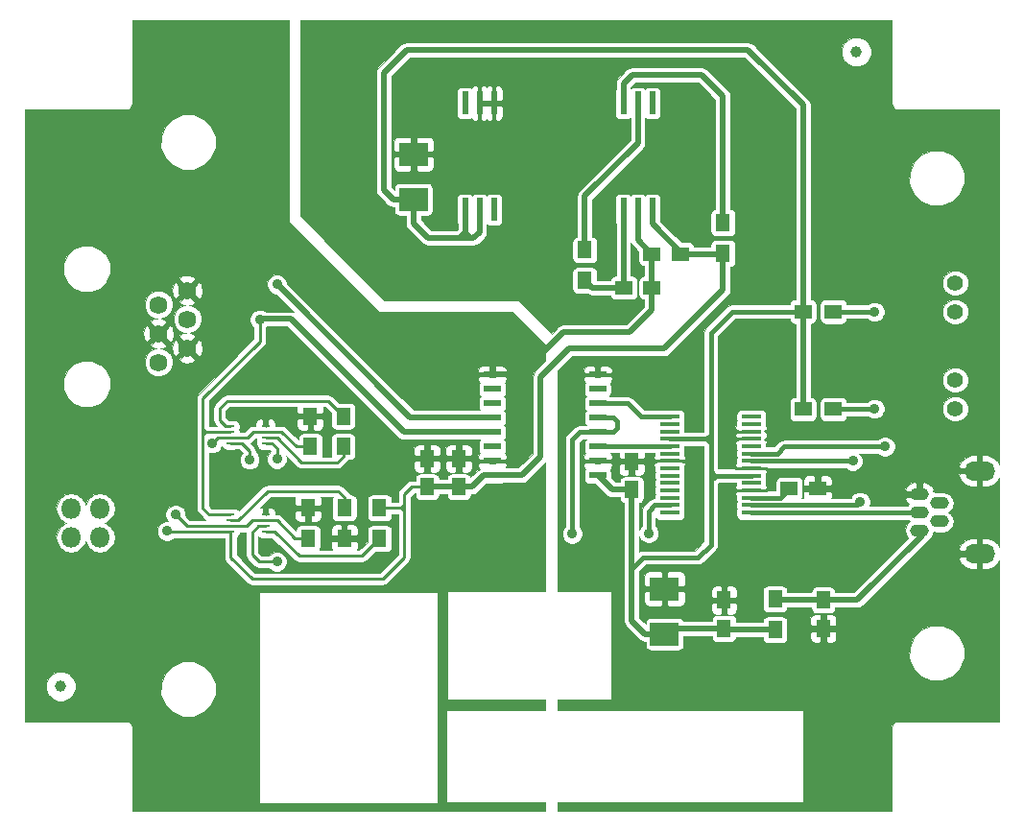
<source format=gbr>
G04 #@! TF.FileFunction,Copper,L1,Top,Signal*
%FSLAX46Y46*%
G04 Gerber Fmt 4.6, Leading zero omitted, Abs format (unit mm)*
G04 Created by KiCad (PCBNEW no-vcs-found-product) date Thu Sep 29 09:32:32 2016*
%MOMM*%
%LPD*%
G01*
G04 APERTURE LIST*
%ADD10C,0.100000*%
%ADD11R,0.600000X2.000000*%
%ADD12R,1.500000X0.600000*%
%ADD13R,1.750000X0.450000*%
%ADD14R,1.300000X1.500000*%
%ADD15R,1.500000X1.300000*%
%ADD16R,1.500000X1.250000*%
%ADD17R,2.500000X2.000000*%
%ADD18R,1.250000X1.500000*%
%ADD19C,1.590000*%
%ADD20O,2.700000X1.700000*%
%ADD21O,1.650000X1.100000*%
%ADD22C,1.400000*%
%ADD23R,0.750000X0.250000*%
%ADD24O,1.800000X1.800000*%
%ADD25C,1.000000*%
%ADD26C,0.900000*%
%ADD27C,0.500000*%
%ADD28C,0.400000*%
%ADD29C,0.250000*%
%ADD30C,0.050000*%
G04 APERTURE END LIST*
D10*
D11*
X143845000Y-79850000D03*
X145115000Y-79850000D03*
X146385000Y-79850000D03*
X157815000Y-79850000D03*
X159085000Y-79850000D03*
X160355000Y-79850000D03*
X160355000Y-70450000D03*
X159085000Y-70450000D03*
X157815000Y-70450000D03*
X146385000Y-70450000D03*
X145115000Y-70450000D03*
X143845000Y-70450000D03*
D12*
X155550000Y-103295000D03*
X155550000Y-102025000D03*
X155550000Y-100755000D03*
X155550000Y-99485000D03*
X155550000Y-98215000D03*
X155550000Y-96945000D03*
X155550000Y-95675000D03*
X155550000Y-94405000D03*
X146250000Y-94405000D03*
X146250000Y-95675000D03*
X146250000Y-96945000D03*
X146250000Y-98215000D03*
X146250000Y-99485000D03*
X146250000Y-100755000D03*
X146250000Y-102025000D03*
X146250000Y-103295000D03*
D13*
X161900000Y-98125000D03*
X161900000Y-98775000D03*
X161900000Y-99425000D03*
X161900000Y-100075000D03*
X161900000Y-100725000D03*
X161900000Y-101375000D03*
X161900000Y-102025000D03*
X161900000Y-102675000D03*
X161900000Y-103325000D03*
X161900000Y-103975000D03*
X161900000Y-104625000D03*
X161900000Y-105275000D03*
X161900000Y-105925000D03*
X161900000Y-106575000D03*
X169100000Y-106575000D03*
X169100000Y-105925000D03*
X169100000Y-105275000D03*
X169100000Y-104625000D03*
X169100000Y-103975000D03*
X169100000Y-103325000D03*
X169100000Y-102675000D03*
X169100000Y-102025000D03*
X169100000Y-101375000D03*
X169100000Y-100725000D03*
X169100000Y-100075000D03*
X169100000Y-99425000D03*
X169100000Y-98775000D03*
X169100000Y-98125000D03*
D14*
X166600000Y-83700000D03*
X166600000Y-81000000D03*
X154400000Y-86100000D03*
X154400000Y-83400000D03*
D15*
X173650000Y-88850000D03*
X176350000Y-88850000D03*
X173650000Y-97450000D03*
X176350000Y-97450000D03*
D14*
X171200000Y-116900000D03*
X171200000Y-114200000D03*
D16*
X162850000Y-83750000D03*
X160350000Y-83750000D03*
X157850000Y-86750000D03*
X160350000Y-86750000D03*
D17*
X139300000Y-78950000D03*
X139300000Y-74950000D03*
D18*
X140500000Y-104300000D03*
X140500000Y-101800000D03*
X143300000Y-104300000D03*
X143300000Y-101800000D03*
D16*
X172450000Y-104450000D03*
X174950000Y-104450000D03*
D18*
X158550000Y-104550000D03*
X158550000Y-102050000D03*
X175450000Y-114300000D03*
X175450000Y-116800000D03*
X166700000Y-116800000D03*
X166700000Y-114300000D03*
D17*
X161450000Y-117300000D03*
X161450000Y-113300000D03*
D19*
X119360000Y-86970000D03*
X116820000Y-88240000D03*
X119360000Y-89510000D03*
X116820000Y-90780000D03*
X119360000Y-92050000D03*
X116820000Y-93320000D03*
D20*
X189250000Y-102904000D03*
D21*
X183925000Y-104954000D03*
X183925000Y-106554000D03*
X185675000Y-105754000D03*
X185675000Y-107354000D03*
X183925000Y-108154000D03*
D20*
X189250000Y-110204000D03*
D22*
X187100000Y-86328000D03*
X187100000Y-88868000D03*
X187100000Y-94881000D03*
X187100000Y-97421000D03*
D23*
X126250000Y-98960000D03*
X126250000Y-99460000D03*
X126250000Y-99960000D03*
X126250000Y-100460000D03*
X123150000Y-98960000D03*
X123150000Y-99460000D03*
X123150000Y-100460000D03*
X123150000Y-99960000D03*
X126250000Y-106760000D03*
X126250000Y-107260000D03*
X126250000Y-107760000D03*
X126250000Y-108260000D03*
X123150000Y-106760000D03*
X123150000Y-107260000D03*
X123150000Y-108260000D03*
X123150000Y-107760000D03*
D24*
X109100000Y-108760000D03*
X109100000Y-106220000D03*
X111640000Y-108760000D03*
X111640000Y-106220000D03*
D14*
X136300000Y-108860000D03*
X136300000Y-106160000D03*
X133100000Y-100760000D03*
X133100000Y-98060000D03*
X133200000Y-106160000D03*
X133200000Y-108860000D03*
X130200000Y-98060000D03*
X130200000Y-100760000D03*
X130000000Y-106160000D03*
X130000000Y-108860000D03*
D25*
X178380000Y-65910000D03*
X108180000Y-121920000D03*
D26*
X178080000Y-83630000D03*
X117550000Y-108210000D03*
X124850000Y-101910000D03*
X140650000Y-92840000D03*
X180910000Y-100750000D03*
X179990000Y-97410000D03*
X178050000Y-102025000D03*
X179990000Y-88860000D03*
X178700000Y-105650000D03*
X153300000Y-108450000D03*
X160050000Y-108400000D03*
X127250000Y-86450000D03*
X127250000Y-110910000D03*
X127250000Y-101860000D03*
X125750000Y-89550000D03*
X118300000Y-106760000D03*
X121550000Y-100460000D03*
D27*
X166700000Y-116800000D02*
X166800000Y-116900000D01*
X166800000Y-116900000D02*
X171200000Y-116900000D01*
X161450000Y-117300000D02*
X161950000Y-116800000D01*
X161950000Y-116800000D02*
X166700000Y-116800000D01*
X139300000Y-78950000D02*
X137500000Y-78950000D01*
X173650000Y-70600000D02*
X173650000Y-88850000D01*
X168800000Y-65750000D02*
X173650000Y-70600000D01*
X138700000Y-65750000D02*
X168800000Y-65750000D01*
X136650000Y-67800000D02*
X138700000Y-65750000D01*
X136650000Y-78100000D02*
X136650000Y-67800000D01*
X137500000Y-78950000D02*
X136650000Y-78100000D01*
D28*
X165175000Y-100075000D02*
X165500000Y-99750000D01*
X165500000Y-99750000D02*
X165550000Y-99750000D01*
X161900000Y-100075000D02*
X165175000Y-100075000D01*
X165175000Y-100075000D02*
X165550000Y-100450000D01*
X165950000Y-103325000D02*
X165550000Y-103725000D01*
X169100000Y-103325000D02*
X165950000Y-103325000D01*
X165950000Y-103325000D02*
X165925000Y-103325000D01*
X165925000Y-103325000D02*
X165550000Y-102950000D01*
X158550000Y-111550000D02*
X159550000Y-110550000D01*
X159550000Y-110550000D02*
X164400000Y-110550000D01*
X164400000Y-110550000D02*
X165550000Y-109400000D01*
X165550000Y-109400000D02*
X165550000Y-103725000D01*
X167400000Y-88850000D02*
X173650000Y-88850000D01*
X165550000Y-90700000D02*
X167400000Y-88850000D01*
X165550000Y-99750000D02*
X165550000Y-91200000D01*
X165550000Y-91200000D02*
X165550000Y-90700000D01*
X165550000Y-103725000D02*
X165550000Y-102950000D01*
X165550000Y-102950000D02*
X165550000Y-100450000D01*
X165550000Y-100450000D02*
X165550000Y-99750000D01*
D27*
X161450000Y-117300000D02*
X159700000Y-117300000D01*
X158550000Y-116150000D02*
X158550000Y-112850000D01*
X158550000Y-112850000D02*
X158550000Y-112100000D01*
X158550000Y-112100000D02*
X158550000Y-111550000D01*
X158550000Y-111550000D02*
X158550000Y-111350000D01*
X158550000Y-111350000D02*
X158550000Y-104550000D01*
X159700000Y-117300000D02*
X158550000Y-116150000D01*
X155550000Y-103295000D02*
X156805000Y-104550000D01*
X156805000Y-104550000D02*
X158550000Y-104550000D01*
X171100000Y-116800000D02*
X171200000Y-116900000D01*
X173650000Y-88850000D02*
X173650000Y-97450000D01*
X143845000Y-81850000D02*
X143345000Y-82350000D01*
X143845000Y-81850000D02*
X144345000Y-82350000D01*
X143845000Y-79850000D02*
X143845000Y-81850000D01*
X143845000Y-81850000D02*
X143845000Y-82350000D01*
X139300000Y-78950000D02*
X139300000Y-81050000D01*
X140600000Y-82350000D02*
X143345000Y-82350000D01*
X139300000Y-81050000D02*
X140600000Y-82350000D01*
X145115000Y-81835000D02*
X145115000Y-79850000D01*
X144345000Y-82350000D02*
X144600000Y-82350000D01*
X144600000Y-82350000D02*
X145115000Y-81835000D01*
X143345000Y-82350000D02*
X143845000Y-82350000D01*
X143845000Y-82350000D02*
X144345000Y-82350000D01*
D28*
X189250000Y-102904000D02*
X189250000Y-84890000D01*
X187990000Y-83630000D02*
X178080000Y-83630000D01*
X189250000Y-84890000D02*
X187990000Y-83630000D01*
D29*
X169100000Y-102675000D02*
X170405000Y-102675000D01*
X170375000Y-104625000D02*
X169100000Y-104625000D01*
X170660000Y-104340000D02*
X170375000Y-104625000D01*
X170660000Y-102930000D02*
X170660000Y-104340000D01*
X170405000Y-102675000D02*
X170660000Y-102930000D01*
X169100000Y-102675000D02*
X167725000Y-102675000D01*
X167550000Y-102500000D02*
X167550000Y-99900000D01*
X167725000Y-102675000D02*
X167550000Y-102500000D01*
X169100000Y-99425000D02*
X167775000Y-99425000D01*
X167725000Y-100075000D02*
X169100000Y-100075000D01*
X167550000Y-99900000D02*
X167725000Y-100075000D01*
X167550000Y-99650000D02*
X167550000Y-99900000D01*
X167775000Y-99425000D02*
X167550000Y-99650000D01*
X169100000Y-104625000D02*
X167525000Y-104625000D01*
X161900000Y-102025000D02*
X163525000Y-102025000D01*
X163525000Y-102025000D02*
X163550000Y-102050000D01*
X161900000Y-102025000D02*
X158575000Y-102025000D01*
X158575000Y-102025000D02*
X158550000Y-102050000D01*
D27*
X184200000Y-108554000D02*
X178454000Y-114300000D01*
X178454000Y-114300000D02*
X175450000Y-114300000D01*
X184200000Y-108554000D02*
X184200000Y-108154000D01*
X171200000Y-114200000D02*
X171300000Y-114300000D01*
X171300000Y-114300000D02*
X175450000Y-114300000D01*
D28*
X169100000Y-105275000D02*
X171625000Y-105275000D01*
X171625000Y-105275000D02*
X172450000Y-104450000D01*
D29*
X138500000Y-104940000D02*
X139140000Y-104300000D01*
X139140000Y-104300000D02*
X140500000Y-104300000D01*
X117550000Y-108260000D02*
X123150000Y-108260000D01*
D27*
X117550000Y-108210000D02*
X117550000Y-108260000D01*
D29*
X124150000Y-100460000D02*
X123150000Y-100460000D01*
X124850000Y-101910000D02*
X124850000Y-101160000D01*
X124850000Y-101160000D02*
X124150000Y-100460000D01*
D27*
X146250000Y-103295000D02*
X148855000Y-103295000D01*
X166600000Y-86900000D02*
X166600000Y-83700000D01*
X161400000Y-92100000D02*
X166600000Y-86900000D01*
X153000000Y-92100000D02*
X161400000Y-92100000D01*
X150500000Y-94600000D02*
X153000000Y-92100000D01*
X150500000Y-101650000D02*
X150500000Y-94600000D01*
X148855000Y-103295000D02*
X150500000Y-101650000D01*
D29*
X123150000Y-100460000D02*
X123500000Y-100460000D01*
X138250000Y-106160000D02*
X138500000Y-105910000D01*
X136300000Y-106160000D02*
X138250000Y-106160000D01*
X138250000Y-106160000D02*
X138500000Y-106410000D01*
X123150000Y-108260000D02*
X123150000Y-110510000D01*
X123150000Y-110510000D02*
X125050000Y-112410000D01*
X125050000Y-112410000D02*
X136600000Y-112410000D01*
X136600000Y-112410000D02*
X138500000Y-110510000D01*
X138500000Y-110510000D02*
X138500000Y-106410000D01*
X138500000Y-105910000D02*
X138500000Y-104940000D01*
X138500000Y-106410000D02*
X138500000Y-105910000D01*
D27*
X143300000Y-104300000D02*
X140500000Y-104300000D01*
X146250000Y-103295000D02*
X145455000Y-103295000D01*
X144450000Y-104300000D02*
X143300000Y-104300000D01*
X145455000Y-103295000D02*
X144450000Y-104300000D01*
X162850000Y-83750000D02*
X166550000Y-83750000D01*
X166550000Y-83750000D02*
X166600000Y-83700000D01*
X160355000Y-79850000D02*
X160355000Y-81105000D01*
X160355000Y-81105000D02*
X162850000Y-83600000D01*
X162850000Y-83600000D02*
X162850000Y-83750000D01*
D28*
X146250000Y-94405000D02*
X141275000Y-94405000D01*
X140650000Y-93780000D02*
X140650000Y-92840000D01*
X141275000Y-94405000D02*
X140650000Y-93780000D01*
D27*
X146250000Y-94405000D02*
X148795000Y-94405000D01*
X160350000Y-88700000D02*
X160350000Y-86750000D01*
X158400000Y-90650000D02*
X160350000Y-88700000D01*
X152550000Y-90650000D02*
X158400000Y-90650000D01*
X148795000Y-94405000D02*
X152550000Y-90650000D01*
D29*
X126250000Y-98960000D02*
X126250000Y-97960000D01*
X128300000Y-98060000D02*
X130200000Y-98060000D01*
X127950000Y-97710000D02*
X128300000Y-98060000D01*
X126500000Y-97710000D02*
X127950000Y-97710000D01*
X126250000Y-97960000D02*
X126500000Y-97710000D01*
X126250000Y-106760000D02*
X126250000Y-106060000D01*
X128650000Y-106160000D02*
X130000000Y-106160000D01*
X128300000Y-105810000D02*
X128650000Y-106160000D01*
X126500000Y-105810000D02*
X128300000Y-105810000D01*
X126250000Y-106060000D02*
X126500000Y-105810000D01*
D27*
X143300000Y-101800000D02*
X143525000Y-102025000D01*
X160350000Y-83750000D02*
X159085000Y-82485000D01*
X159085000Y-82485000D02*
X159085000Y-79850000D01*
X160350000Y-86750000D02*
X160350000Y-83750000D01*
X154400000Y-86100000D02*
X155050000Y-86750000D01*
X155050000Y-86750000D02*
X157850000Y-86750000D01*
X157850000Y-86750000D02*
X157815000Y-86715000D01*
X157815000Y-86715000D02*
X157815000Y-79850000D01*
D28*
X169100000Y-101375000D02*
X171405000Y-101375000D01*
X172030000Y-100750000D02*
X180910000Y-100750000D01*
X171405000Y-101375000D02*
X172030000Y-100750000D01*
X179950000Y-97450000D02*
X176350000Y-97450000D01*
X179990000Y-97410000D02*
X179950000Y-97450000D01*
D27*
X176350000Y-97450000D02*
X176379000Y-97421000D01*
D28*
X169100000Y-102025000D02*
X178050000Y-102025000D01*
X176350000Y-88850000D02*
X179980000Y-88850000D01*
X179980000Y-88850000D02*
X179990000Y-88860000D01*
D27*
X176350000Y-88850000D02*
X176368000Y-88868000D01*
D28*
X184200000Y-106554000D02*
X184179000Y-106575000D01*
X184179000Y-106575000D02*
X169100000Y-106575000D01*
X169121000Y-106554000D02*
X169100000Y-106575000D01*
X178700000Y-105650000D02*
X178425000Y-105925000D01*
X178425000Y-105925000D02*
X169100000Y-105925000D01*
D27*
X154400000Y-83400000D02*
X154400000Y-78650000D01*
X159085000Y-73965000D02*
X159085000Y-70450000D01*
X154400000Y-78650000D02*
X159085000Y-73965000D01*
X157815000Y-70450000D02*
X157815000Y-68735000D01*
X166600000Y-69850000D02*
X166600000Y-81000000D01*
X164700000Y-67950000D02*
X166600000Y-69850000D01*
X158600000Y-67950000D02*
X164700000Y-67950000D01*
X157815000Y-68735000D02*
X158600000Y-67950000D01*
D28*
X155550000Y-96945000D02*
X158195000Y-96945000D01*
X159375000Y-98125000D02*
X161900000Y-98125000D01*
X158195000Y-96945000D02*
X159375000Y-98125000D01*
X161900000Y-100725000D02*
X155580000Y-100725000D01*
X155580000Y-100725000D02*
X155550000Y-100755000D01*
X155580000Y-100725000D02*
X155550000Y-100755000D01*
X161900000Y-105925000D02*
X160575000Y-105925000D01*
X153965000Y-99485000D02*
X153300000Y-100150000D01*
X153965000Y-99485000D02*
X155550000Y-99485000D01*
X153300000Y-108450000D02*
X153300000Y-100150000D01*
X160050000Y-106450000D02*
X160050000Y-108400000D01*
X160575000Y-105925000D02*
X160050000Y-106450000D01*
X157300000Y-98550000D02*
X156965000Y-98215000D01*
X157300000Y-99150000D02*
X157300000Y-98550000D01*
X155550000Y-99485000D02*
X156965000Y-99485000D01*
X156965000Y-98215000D02*
X155550000Y-98215000D01*
X156965000Y-99485000D02*
X157300000Y-99150000D01*
D27*
X127250000Y-86450000D02*
X139015000Y-98215000D01*
X139015000Y-98215000D02*
X146250000Y-98215000D01*
D29*
X127250000Y-110910000D02*
X125650000Y-110910000D01*
X125650000Y-110910000D02*
X125050000Y-110310000D01*
X125050000Y-110310000D02*
X125050000Y-108310000D01*
X125050000Y-108310000D02*
X125600000Y-107760000D01*
X125600000Y-107760000D02*
X126250000Y-107760000D01*
X126800000Y-100460000D02*
X126250000Y-100460000D01*
X127250000Y-101860000D02*
X127250000Y-100910000D01*
X127250000Y-100910000D02*
X126800000Y-100460000D01*
X120700000Y-96510000D02*
X125750000Y-91460000D01*
X125750000Y-91460000D02*
X125750000Y-89550000D01*
D27*
X128450000Y-89500000D02*
X138435000Y-99485000D01*
X138435000Y-99485000D02*
X146250000Y-99485000D01*
X125800000Y-89500000D02*
X128450000Y-89500000D01*
X125750000Y-89550000D02*
X125800000Y-89500000D01*
D29*
X123150000Y-106760000D02*
X121250000Y-106760000D01*
X120700000Y-106210000D02*
X120700000Y-99710000D01*
X121250000Y-106760000D02*
X120700000Y-106210000D01*
X120700000Y-98760000D02*
X120700000Y-99210000D01*
X120700000Y-96510000D02*
X120700000Y-98760000D01*
X120950000Y-99460000D02*
X120700000Y-99710000D01*
X120950000Y-99460000D02*
X120700000Y-99210000D01*
X123150000Y-99460000D02*
X120950000Y-99460000D01*
X120700000Y-99710000D02*
X120700000Y-99210000D01*
X136300000Y-108860000D02*
X134750000Y-110410000D01*
X127050000Y-108260000D02*
X126250000Y-108260000D01*
X129200000Y-110410000D02*
X127050000Y-108260000D01*
X134750000Y-110410000D02*
X129200000Y-110410000D01*
X133100000Y-100760000D02*
X133100000Y-101610000D01*
X127250000Y-99960000D02*
X126250000Y-99960000D01*
X129450000Y-102160000D02*
X127250000Y-99960000D01*
X132550000Y-102160000D02*
X129450000Y-102160000D01*
X133100000Y-101610000D02*
X132550000Y-102160000D01*
X133100000Y-98060000D02*
X131750000Y-96710000D01*
X122200000Y-97360000D02*
X122200000Y-98410000D01*
X122850000Y-96710000D02*
X122200000Y-97360000D01*
X131750000Y-96710000D02*
X122850000Y-96710000D01*
X123150000Y-98960000D02*
X122750000Y-98960000D01*
X122750000Y-98960000D02*
X122200000Y-98410000D01*
X123850000Y-107260000D02*
X126450000Y-104660000D01*
X123150000Y-107260000D02*
X123850000Y-107260000D01*
X133200000Y-105210000D02*
X133200000Y-106160000D01*
X132650000Y-104660000D02*
X133200000Y-105210000D01*
X126450000Y-104660000D02*
X132650000Y-104660000D01*
X118300000Y-106760000D02*
X119300000Y-107760000D01*
X123150000Y-107760000D02*
X119300000Y-107760000D01*
X126250000Y-107260000D02*
X127250000Y-107260000D01*
X128850000Y-108860000D02*
X130000000Y-108860000D01*
X127250000Y-107260000D02*
X128850000Y-108860000D01*
X126250000Y-107260000D02*
X125050000Y-107260000D01*
X124550000Y-107760000D02*
X123150000Y-107760000D01*
X125050000Y-107260000D02*
X124550000Y-107760000D01*
X122050000Y-99960000D02*
X121550000Y-100460000D01*
X123150000Y-99960000D02*
X122050000Y-99960000D01*
X126250000Y-99460000D02*
X127650000Y-99460000D01*
X128950000Y-100760000D02*
X130200000Y-100760000D01*
X127650000Y-99460000D02*
X128950000Y-100760000D01*
X126250000Y-99460000D02*
X125150000Y-99460000D01*
X124650000Y-99960000D02*
X123150000Y-99960000D01*
X125150000Y-99460000D02*
X124650000Y-99960000D01*
D30*
G36*
X128275000Y-80900000D02*
X128276903Y-80909567D01*
X128282322Y-80917678D01*
X136232322Y-88867678D01*
X136240433Y-88873097D01*
X136250000Y-88875000D01*
X148039644Y-88875000D01*
X150925000Y-91760356D01*
X150925000Y-93220406D01*
X150022703Y-94122703D01*
X149876381Y-94341688D01*
X149876381Y-94341689D01*
X149825000Y-94600000D01*
X149825000Y-101370406D01*
X148575406Y-102620000D01*
X147454721Y-102620000D01*
X147533000Y-102431021D01*
X147533000Y-102308250D01*
X147399750Y-102175000D01*
X146479000Y-102175000D01*
X146479000Y-102274000D01*
X146021000Y-102274000D01*
X146021000Y-102175000D01*
X145100250Y-102175000D01*
X144967000Y-102308250D01*
X144967000Y-102431021D01*
X145048145Y-102626920D01*
X145134295Y-102713071D01*
X144977703Y-102817703D01*
X144339591Y-103455815D01*
X144325341Y-103384173D01*
X144231408Y-103243592D01*
X144090827Y-103149659D01*
X143925000Y-103116674D01*
X142675000Y-103116674D01*
X142509173Y-103149659D01*
X142368592Y-103243592D01*
X142274659Y-103384173D01*
X142241674Y-103550000D01*
X142241674Y-103625000D01*
X141558326Y-103625000D01*
X141558326Y-103550000D01*
X141525341Y-103384173D01*
X141431408Y-103243592D01*
X141290827Y-103149659D01*
X141125000Y-103116674D01*
X139875000Y-103116674D01*
X139709173Y-103149659D01*
X139568592Y-103243592D01*
X139474659Y-103384173D01*
X139441674Y-103550000D01*
X139441674Y-103750000D01*
X139140005Y-103750000D01*
X139140000Y-103749999D01*
X138929524Y-103791866D01*
X138751091Y-103911091D01*
X138111091Y-104551091D01*
X137991866Y-104729524D01*
X137950000Y-104940000D01*
X137950000Y-105610000D01*
X137383326Y-105610000D01*
X137383326Y-105410000D01*
X137350341Y-105244173D01*
X137256408Y-105103592D01*
X137115827Y-105009659D01*
X136950000Y-104976674D01*
X135650000Y-104976674D01*
X135484173Y-105009659D01*
X135343592Y-105103592D01*
X135249659Y-105244173D01*
X135216674Y-105410000D01*
X135216674Y-106910000D01*
X135249659Y-107075827D01*
X135343592Y-107216408D01*
X135484173Y-107310341D01*
X135650000Y-107343326D01*
X136950000Y-107343326D01*
X137115827Y-107310341D01*
X137256408Y-107216408D01*
X137350341Y-107075827D01*
X137383326Y-106910000D01*
X137383326Y-106710000D01*
X137950000Y-106710000D01*
X137950000Y-110282182D01*
X136372182Y-111860000D01*
X125277818Y-111860000D01*
X123700000Y-110282182D01*
X123700000Y-108779212D01*
X123831408Y-108691408D01*
X123925341Y-108550827D01*
X123958326Y-108385000D01*
X123958326Y-108310000D01*
X124500000Y-108310000D01*
X124500000Y-110310000D01*
X124541866Y-110520476D01*
X124661091Y-110698909D01*
X125261091Y-111298909D01*
X125439524Y-111418134D01*
X125650000Y-111460000D01*
X126562683Y-111460000D01*
X126753705Y-111651356D01*
X127075188Y-111784848D01*
X127423285Y-111785151D01*
X127745000Y-111652221D01*
X127991356Y-111406295D01*
X128124848Y-111084812D01*
X128125151Y-110736715D01*
X127992221Y-110415000D01*
X127746295Y-110168644D01*
X127424812Y-110035152D01*
X127076715Y-110034849D01*
X126755000Y-110167779D01*
X126562443Y-110360000D01*
X125877818Y-110360000D01*
X125600000Y-110082182D01*
X125600000Y-108712394D01*
X125709173Y-108785341D01*
X125875000Y-108818326D01*
X126625000Y-108818326D01*
X126666858Y-108810000D01*
X126822182Y-108810000D01*
X128811091Y-110798909D01*
X128989524Y-110918134D01*
X129200000Y-110960000D01*
X134750000Y-110960000D01*
X134960476Y-110918134D01*
X135138909Y-110798909D01*
X135894492Y-110043326D01*
X136950000Y-110043326D01*
X137115827Y-110010341D01*
X137256408Y-109916408D01*
X137350341Y-109775827D01*
X137383326Y-109610000D01*
X137383326Y-108110000D01*
X137350341Y-107944173D01*
X137256408Y-107803592D01*
X137115827Y-107709659D01*
X136950000Y-107676674D01*
X135650000Y-107676674D01*
X135484173Y-107709659D01*
X135343592Y-107803592D01*
X135249659Y-107944173D01*
X135216674Y-108110000D01*
X135216674Y-109165508D01*
X134522182Y-109860000D01*
X134323362Y-109860000D01*
X134383000Y-109716020D01*
X134383000Y-109222250D01*
X134249750Y-109089000D01*
X133429000Y-109089000D01*
X133429000Y-109109000D01*
X132971000Y-109109000D01*
X132971000Y-109089000D01*
X132150250Y-109089000D01*
X132017000Y-109222250D01*
X132017000Y-109716020D01*
X132076638Y-109860000D01*
X130994099Y-109860000D01*
X131050341Y-109775827D01*
X131083326Y-109610000D01*
X131083326Y-108110000D01*
X131062238Y-108003980D01*
X132017000Y-108003980D01*
X132017000Y-108497750D01*
X132150250Y-108631000D01*
X132971000Y-108631000D01*
X132971000Y-107710250D01*
X133429000Y-107710250D01*
X133429000Y-108631000D01*
X134249750Y-108631000D01*
X134383000Y-108497750D01*
X134383000Y-108003980D01*
X134301856Y-107808080D01*
X134151920Y-107658145D01*
X133956021Y-107577000D01*
X133562250Y-107577000D01*
X133429000Y-107710250D01*
X132971000Y-107710250D01*
X132837750Y-107577000D01*
X132443979Y-107577000D01*
X132248080Y-107658145D01*
X132098144Y-107808080D01*
X132017000Y-108003980D01*
X131062238Y-108003980D01*
X131050341Y-107944173D01*
X130956408Y-107803592D01*
X130815827Y-107709659D01*
X130650000Y-107676674D01*
X129350000Y-107676674D01*
X129184173Y-107709659D01*
X129043592Y-107803592D01*
X128949659Y-107944173D01*
X128916674Y-108110000D01*
X128916674Y-108148856D01*
X127638909Y-106871091D01*
X127460476Y-106751866D01*
X127250000Y-106710000D01*
X127158000Y-106710000D01*
X127158000Y-106528979D01*
X127155213Y-106522250D01*
X128817000Y-106522250D01*
X128817000Y-107016020D01*
X128898144Y-107211920D01*
X129048080Y-107361855D01*
X129243979Y-107443000D01*
X129637750Y-107443000D01*
X129771000Y-107309750D01*
X129771000Y-106389000D01*
X130229000Y-106389000D01*
X130229000Y-107309750D01*
X130362250Y-107443000D01*
X130756021Y-107443000D01*
X130951920Y-107361855D01*
X131101856Y-107211920D01*
X131183000Y-107016020D01*
X131183000Y-106522250D01*
X131049750Y-106389000D01*
X130229000Y-106389000D01*
X129771000Y-106389000D01*
X128950250Y-106389000D01*
X128817000Y-106522250D01*
X127155213Y-106522250D01*
X127076855Y-106333080D01*
X126926920Y-106183144D01*
X126731020Y-106102000D01*
X126570750Y-106102000D01*
X126437500Y-106235250D01*
X126437500Y-106697500D01*
X126499000Y-106697500D01*
X126499000Y-106701674D01*
X126001000Y-106701674D01*
X126001000Y-106697500D01*
X126062500Y-106697500D01*
X126062500Y-106235250D01*
X125929250Y-106102000D01*
X125785818Y-106102000D01*
X126677818Y-105210000D01*
X128855928Y-105210000D01*
X128817000Y-105303980D01*
X128817000Y-105797750D01*
X128950250Y-105931000D01*
X129771000Y-105931000D01*
X129771000Y-105911000D01*
X130229000Y-105911000D01*
X130229000Y-105931000D01*
X131049750Y-105931000D01*
X131183000Y-105797750D01*
X131183000Y-105303980D01*
X131144072Y-105210000D01*
X132172493Y-105210000D01*
X132149659Y-105244173D01*
X132116674Y-105410000D01*
X132116674Y-106910000D01*
X132149659Y-107075827D01*
X132243592Y-107216408D01*
X132384173Y-107310341D01*
X132550000Y-107343326D01*
X133850000Y-107343326D01*
X134015827Y-107310341D01*
X134156408Y-107216408D01*
X134250341Y-107075827D01*
X134283326Y-106910000D01*
X134283326Y-105410000D01*
X134250341Y-105244173D01*
X134156408Y-105103592D01*
X134015827Y-105009659D01*
X133850000Y-104976674D01*
X133692866Y-104976674D01*
X133588909Y-104821091D01*
X133588906Y-104821089D01*
X133038909Y-104271091D01*
X132860476Y-104151866D01*
X132650000Y-104110000D01*
X126450000Y-104110000D01*
X126239524Y-104151866D01*
X126061091Y-104271091D01*
X123900374Y-106431808D01*
X123831408Y-106328592D01*
X123690827Y-106234659D01*
X123525000Y-106201674D01*
X122775000Y-106201674D01*
X122733142Y-106210000D01*
X121477817Y-106210000D01*
X121250000Y-105982182D01*
X121250000Y-101282865D01*
X121375188Y-101334848D01*
X121723285Y-101335151D01*
X122045000Y-101202221D01*
X122291356Y-100956295D01*
X122375902Y-100752687D01*
X122468592Y-100891408D01*
X122609173Y-100985341D01*
X122775000Y-101018326D01*
X123525000Y-101018326D01*
X123566858Y-101010000D01*
X123922182Y-101010000D01*
X124217361Y-101305178D01*
X124108644Y-101413705D01*
X123975152Y-101735188D01*
X123974849Y-102083285D01*
X124107779Y-102405000D01*
X124353705Y-102651356D01*
X124675188Y-102784848D01*
X125023285Y-102785151D01*
X125345000Y-102652221D01*
X125591356Y-102406295D01*
X125724848Y-102084812D01*
X125725151Y-101736715D01*
X125592221Y-101415000D01*
X125400000Y-101222443D01*
X125400000Y-101160000D01*
X125358134Y-100949524D01*
X125238909Y-100771091D01*
X125238906Y-100771089D01*
X124905720Y-100437903D01*
X125038909Y-100348909D01*
X125377818Y-100010000D01*
X125441674Y-100010000D01*
X125441674Y-100085000D01*
X125466538Y-100210000D01*
X125441674Y-100335000D01*
X125441674Y-100585000D01*
X125474659Y-100750827D01*
X125568592Y-100891408D01*
X125709173Y-100985341D01*
X125875000Y-101018326D01*
X126580508Y-101018326D01*
X126700000Y-101137818D01*
X126700000Y-101172683D01*
X126508644Y-101363705D01*
X126375152Y-101685188D01*
X126374849Y-102033285D01*
X126507779Y-102355000D01*
X126753705Y-102601356D01*
X127075188Y-102734848D01*
X127423285Y-102735151D01*
X127745000Y-102602221D01*
X127991356Y-102356295D01*
X128124848Y-102034812D01*
X128125151Y-101686715D01*
X128073224Y-101561042D01*
X129061091Y-102548909D01*
X129239524Y-102668134D01*
X129450000Y-102710000D01*
X132550000Y-102710000D01*
X132760476Y-102668134D01*
X132938909Y-102548909D01*
X133325567Y-102162250D01*
X139342000Y-102162250D01*
X139342000Y-102656020D01*
X139423144Y-102851920D01*
X139573080Y-103001855D01*
X139768979Y-103083000D01*
X140137750Y-103083000D01*
X140271000Y-102949750D01*
X140271000Y-102029000D01*
X140729000Y-102029000D01*
X140729000Y-102949750D01*
X140862250Y-103083000D01*
X141231021Y-103083000D01*
X141426920Y-103001855D01*
X141576856Y-102851920D01*
X141658000Y-102656020D01*
X141658000Y-102162250D01*
X142142000Y-102162250D01*
X142142000Y-102656020D01*
X142223144Y-102851920D01*
X142373080Y-103001855D01*
X142568979Y-103083000D01*
X142937750Y-103083000D01*
X143071000Y-102949750D01*
X143071000Y-102029000D01*
X143529000Y-102029000D01*
X143529000Y-102949750D01*
X143662250Y-103083000D01*
X144031021Y-103083000D01*
X144226920Y-103001855D01*
X144376856Y-102851920D01*
X144458000Y-102656020D01*
X144458000Y-102162250D01*
X144324750Y-102029000D01*
X143529000Y-102029000D01*
X143071000Y-102029000D01*
X142275250Y-102029000D01*
X142142000Y-102162250D01*
X141658000Y-102162250D01*
X141524750Y-102029000D01*
X140729000Y-102029000D01*
X140271000Y-102029000D01*
X139475250Y-102029000D01*
X139342000Y-102162250D01*
X133325567Y-102162250D01*
X133488906Y-101998911D01*
X133488909Y-101998909D01*
X133526048Y-101943326D01*
X133750000Y-101943326D01*
X133915827Y-101910341D01*
X134056408Y-101816408D01*
X134150341Y-101675827D01*
X134183326Y-101510000D01*
X134183326Y-100943980D01*
X139342000Y-100943980D01*
X139342000Y-101437750D01*
X139475250Y-101571000D01*
X140271000Y-101571000D01*
X140271000Y-100650250D01*
X140729000Y-100650250D01*
X140729000Y-101571000D01*
X141524750Y-101571000D01*
X141658000Y-101437750D01*
X141658000Y-100943980D01*
X142142000Y-100943980D01*
X142142000Y-101437750D01*
X142275250Y-101571000D01*
X143071000Y-101571000D01*
X143071000Y-100650250D01*
X143529000Y-100650250D01*
X143529000Y-101571000D01*
X144324750Y-101571000D01*
X144458000Y-101437750D01*
X144458000Y-100943980D01*
X144376856Y-100748080D01*
X144226920Y-100598145D01*
X144031021Y-100517000D01*
X143662250Y-100517000D01*
X143529000Y-100650250D01*
X143071000Y-100650250D01*
X142937750Y-100517000D01*
X142568979Y-100517000D01*
X142373080Y-100598145D01*
X142223144Y-100748080D01*
X142142000Y-100943980D01*
X141658000Y-100943980D01*
X141576856Y-100748080D01*
X141426920Y-100598145D01*
X141231021Y-100517000D01*
X140862250Y-100517000D01*
X140729000Y-100650250D01*
X140271000Y-100650250D01*
X140137750Y-100517000D01*
X139768979Y-100517000D01*
X139573080Y-100598145D01*
X139423144Y-100748080D01*
X139342000Y-100943980D01*
X134183326Y-100943980D01*
X134183326Y-100010000D01*
X134150341Y-99844173D01*
X134056408Y-99703592D01*
X133915827Y-99609659D01*
X133750000Y-99576674D01*
X132450000Y-99576674D01*
X132284173Y-99609659D01*
X132143592Y-99703592D01*
X132049659Y-99844173D01*
X132016674Y-100010000D01*
X132016674Y-101510000D01*
X132036565Y-101610000D01*
X131263435Y-101610000D01*
X131283326Y-101510000D01*
X131283326Y-100010000D01*
X131250341Y-99844173D01*
X131156408Y-99703592D01*
X131015827Y-99609659D01*
X130850000Y-99576674D01*
X129550000Y-99576674D01*
X129384173Y-99609659D01*
X129243592Y-99703592D01*
X129149659Y-99844173D01*
X129116674Y-100010000D01*
X129116674Y-100148857D01*
X128038909Y-99071091D01*
X127860476Y-98951866D01*
X127650000Y-98910000D01*
X127158000Y-98910000D01*
X127158000Y-98728979D01*
X127076855Y-98533080D01*
X126966026Y-98422250D01*
X129017000Y-98422250D01*
X129017000Y-98916020D01*
X129098144Y-99111920D01*
X129248080Y-99261855D01*
X129443979Y-99343000D01*
X129837750Y-99343000D01*
X129971000Y-99209750D01*
X129971000Y-98289000D01*
X130429000Y-98289000D01*
X130429000Y-99209750D01*
X130562250Y-99343000D01*
X130956021Y-99343000D01*
X131151920Y-99261855D01*
X131301856Y-99111920D01*
X131383000Y-98916020D01*
X131383000Y-98422250D01*
X131249750Y-98289000D01*
X130429000Y-98289000D01*
X129971000Y-98289000D01*
X129150250Y-98289000D01*
X129017000Y-98422250D01*
X126966026Y-98422250D01*
X126926920Y-98383144D01*
X126731020Y-98302000D01*
X126570750Y-98302000D01*
X126437500Y-98435250D01*
X126437500Y-98897500D01*
X126499000Y-98897500D01*
X126499000Y-98901674D01*
X126001000Y-98901674D01*
X126001000Y-98897500D01*
X126062500Y-98897500D01*
X126062500Y-98435250D01*
X125929250Y-98302000D01*
X125768980Y-98302000D01*
X125573080Y-98383144D01*
X125423145Y-98533080D01*
X125342000Y-98728979D01*
X125342000Y-98910000D01*
X125150005Y-98910000D01*
X125150000Y-98909999D01*
X124939524Y-98951866D01*
X124761091Y-99071091D01*
X124422182Y-99410000D01*
X123958326Y-99410000D01*
X123958326Y-99335000D01*
X123933462Y-99210000D01*
X123958326Y-99085000D01*
X123958326Y-98835000D01*
X123925341Y-98669173D01*
X123831408Y-98528592D01*
X123690827Y-98434659D01*
X123525000Y-98401674D01*
X122969491Y-98401674D01*
X122750000Y-98182182D01*
X122750000Y-97587818D01*
X123077818Y-97260000D01*
X129017000Y-97260000D01*
X129017000Y-97697750D01*
X129150250Y-97831000D01*
X129971000Y-97831000D01*
X129971000Y-97811000D01*
X130429000Y-97811000D01*
X130429000Y-97831000D01*
X131249750Y-97831000D01*
X131383000Y-97697750D01*
X131383000Y-97260000D01*
X131522182Y-97260000D01*
X132016674Y-97754492D01*
X132016674Y-98810000D01*
X132049659Y-98975827D01*
X132143592Y-99116408D01*
X132284173Y-99210341D01*
X132450000Y-99243326D01*
X133750000Y-99243326D01*
X133915827Y-99210341D01*
X134056408Y-99116408D01*
X134150341Y-98975827D01*
X134183326Y-98810000D01*
X134183326Y-97310000D01*
X134150341Y-97144173D01*
X134056408Y-97003592D01*
X133915827Y-96909659D01*
X133750000Y-96876674D01*
X132694492Y-96876674D01*
X132138909Y-96321091D01*
X131960476Y-96201866D01*
X131750000Y-96160000D01*
X122850005Y-96160000D01*
X122850000Y-96159999D01*
X122639524Y-96201866D01*
X122461091Y-96321091D01*
X121811091Y-96971091D01*
X121691866Y-97149524D01*
X121650000Y-97360000D01*
X121650000Y-98410000D01*
X121691866Y-98620476D01*
X121811091Y-98798909D01*
X121922182Y-98910000D01*
X121250000Y-98910000D01*
X121250000Y-96737818D01*
X126138906Y-91848911D01*
X126138909Y-91848909D01*
X126258134Y-91670476D01*
X126300000Y-91460000D01*
X126300000Y-90237317D01*
X126362426Y-90175000D01*
X128170406Y-90175000D01*
X137957703Y-99962297D01*
X138176689Y-100108619D01*
X138435000Y-100160000D01*
X145185969Y-100160000D01*
X145099659Y-100289173D01*
X145066674Y-100455000D01*
X145066674Y-101055000D01*
X145099659Y-101220827D01*
X145160036Y-101311188D01*
X145048145Y-101423080D01*
X144967000Y-101618979D01*
X144967000Y-101741750D01*
X145100250Y-101875000D01*
X146021000Y-101875000D01*
X146021000Y-101776000D01*
X146479000Y-101776000D01*
X146479000Y-101875000D01*
X147399750Y-101875000D01*
X147533000Y-101741750D01*
X147533000Y-101618979D01*
X147451855Y-101423080D01*
X147339964Y-101311188D01*
X147400341Y-101220827D01*
X147433326Y-101055000D01*
X147433326Y-100455000D01*
X147400341Y-100289173D01*
X147306408Y-100148592D01*
X147263617Y-100120000D01*
X147306408Y-100091408D01*
X147400341Y-99950827D01*
X147433326Y-99785000D01*
X147433326Y-99185000D01*
X147400341Y-99019173D01*
X147306408Y-98878592D01*
X147263617Y-98850000D01*
X147306408Y-98821408D01*
X147400341Y-98680827D01*
X147433326Y-98515000D01*
X147433326Y-97915000D01*
X147400341Y-97749173D01*
X147306408Y-97608592D01*
X147263617Y-97580000D01*
X147306408Y-97551408D01*
X147400341Y-97410827D01*
X147433326Y-97245000D01*
X147433326Y-96645000D01*
X147400341Y-96479173D01*
X147306408Y-96338592D01*
X147263617Y-96310000D01*
X147306408Y-96281408D01*
X147400341Y-96140827D01*
X147433326Y-95975000D01*
X147433326Y-95375000D01*
X147400341Y-95209173D01*
X147339964Y-95118812D01*
X147451855Y-95006920D01*
X147533000Y-94811021D01*
X147533000Y-94688250D01*
X147399750Y-94555000D01*
X146479000Y-94555000D01*
X146479000Y-94654000D01*
X146021000Y-94654000D01*
X146021000Y-94555000D01*
X145100250Y-94555000D01*
X144967000Y-94688250D01*
X144967000Y-94811021D01*
X145048145Y-95006920D01*
X145160036Y-95118812D01*
X145099659Y-95209173D01*
X145066674Y-95375000D01*
X145066674Y-95975000D01*
X145099659Y-96140827D01*
X145193592Y-96281408D01*
X145236383Y-96310000D01*
X145193592Y-96338592D01*
X145099659Y-96479173D01*
X145066674Y-96645000D01*
X145066674Y-97245000D01*
X145099659Y-97410827D01*
X145185969Y-97540000D01*
X139294594Y-97540000D01*
X135753573Y-93998979D01*
X144967000Y-93998979D01*
X144967000Y-94121750D01*
X145100250Y-94255000D01*
X146021000Y-94255000D01*
X146021000Y-93705250D01*
X146479000Y-93705250D01*
X146479000Y-94255000D01*
X147399750Y-94255000D01*
X147533000Y-94121750D01*
X147533000Y-93998979D01*
X147451855Y-93803080D01*
X147301920Y-93653144D01*
X147106020Y-93572000D01*
X146612250Y-93572000D01*
X146479000Y-93705250D01*
X146021000Y-93705250D01*
X145887750Y-93572000D01*
X145393980Y-93572000D01*
X145198080Y-93653144D01*
X145048145Y-93803080D01*
X144967000Y-93998979D01*
X135753573Y-93998979D01*
X128125069Y-86370475D01*
X128125151Y-86276715D01*
X127992221Y-85955000D01*
X127746295Y-85708644D01*
X127424812Y-85575152D01*
X127076715Y-85574849D01*
X126755000Y-85707779D01*
X126508644Y-85953705D01*
X126375152Y-86275188D01*
X126374849Y-86623285D01*
X126507779Y-86945000D01*
X126753705Y-87191356D01*
X127075188Y-87324848D01*
X127170337Y-87324931D01*
X128748922Y-88903516D01*
X128708312Y-88876381D01*
X128450000Y-88825000D01*
X126262622Y-88825000D01*
X126246295Y-88808644D01*
X125924812Y-88675152D01*
X125576715Y-88674849D01*
X125255000Y-88807779D01*
X125008644Y-89053705D01*
X124875152Y-89375188D01*
X124874849Y-89723285D01*
X125007779Y-90045000D01*
X125200000Y-90237557D01*
X125200000Y-91232183D01*
X120311091Y-96121091D01*
X120191866Y-96299524D01*
X120150000Y-96510000D01*
X120150000Y-106210000D01*
X120191866Y-106420476D01*
X120311091Y-106598909D01*
X120861089Y-107148906D01*
X120861091Y-107148909D01*
X120952520Y-107210000D01*
X119527817Y-107210000D01*
X119174916Y-106857098D01*
X119175151Y-106586715D01*
X119042221Y-106265000D01*
X118796295Y-106018644D01*
X118474812Y-105885152D01*
X118126715Y-105884849D01*
X117805000Y-106017779D01*
X117558644Y-106263705D01*
X117425152Y-106585188D01*
X117424849Y-106933285D01*
X117557779Y-107255000D01*
X117637715Y-107335076D01*
X117376715Y-107334849D01*
X117055000Y-107467779D01*
X116808644Y-107713705D01*
X116675152Y-108035188D01*
X116674849Y-108383285D01*
X116807779Y-108705000D01*
X117053705Y-108951356D01*
X117375188Y-109084848D01*
X117723285Y-109085151D01*
X118045000Y-108952221D01*
X118187470Y-108810000D01*
X122600000Y-108810000D01*
X122600000Y-110510000D01*
X122641866Y-110720476D01*
X122761091Y-110898909D01*
X124661091Y-112798909D01*
X124839524Y-112918134D01*
X125050000Y-112960001D01*
X125050005Y-112960000D01*
X136600000Y-112960000D01*
X136810476Y-112918134D01*
X136988909Y-112798909D01*
X138888909Y-110898909D01*
X139008134Y-110720476D01*
X139050001Y-110510000D01*
X139050000Y-110509995D01*
X139050000Y-105167818D01*
X139367818Y-104850000D01*
X139441674Y-104850000D01*
X139441674Y-105050000D01*
X139474659Y-105215827D01*
X139568592Y-105356408D01*
X139709173Y-105450341D01*
X139875000Y-105483326D01*
X141125000Y-105483326D01*
X141290827Y-105450341D01*
X141431408Y-105356408D01*
X141525341Y-105215827D01*
X141558326Y-105050000D01*
X141558326Y-104975000D01*
X142241674Y-104975000D01*
X142241674Y-105050000D01*
X142274659Y-105215827D01*
X142368592Y-105356408D01*
X142509173Y-105450341D01*
X142675000Y-105483326D01*
X143925000Y-105483326D01*
X144090827Y-105450341D01*
X144231408Y-105356408D01*
X144325341Y-105215827D01*
X144358326Y-105050000D01*
X144358326Y-104975000D01*
X144450000Y-104975000D01*
X144708312Y-104923619D01*
X144927297Y-104777297D01*
X145676268Y-104028326D01*
X147000000Y-104028326D01*
X147165827Y-103995341D01*
X147203753Y-103970000D01*
X148855000Y-103970000D01*
X149113312Y-103918619D01*
X149332297Y-103772297D01*
X150925000Y-102179594D01*
X150925000Y-113480000D01*
X142280000Y-113480000D01*
X142270433Y-113481903D01*
X142262322Y-113487322D01*
X142256903Y-113495433D01*
X142255000Y-113505000D01*
X142255000Y-123015000D01*
X142256903Y-123024567D01*
X142262322Y-123032678D01*
X142270433Y-123038097D01*
X142280000Y-123040000D01*
X150925000Y-123040000D01*
X150925000Y-123965000D01*
X142210000Y-123965000D01*
X142200433Y-123966903D01*
X142192322Y-123972322D01*
X142186903Y-123980433D01*
X142185000Y-123990000D01*
X142185000Y-132140000D01*
X142186903Y-132149567D01*
X142192322Y-132157678D01*
X142200433Y-132163097D01*
X142210000Y-132165000D01*
X150925000Y-132165000D01*
X150925000Y-132900000D01*
X114500000Y-132900000D01*
X114500000Y-125500000D01*
X114461940Y-125308658D01*
X114353553Y-125146447D01*
X114191342Y-125038060D01*
X114000000Y-125000000D01*
X105000000Y-125000000D01*
X105000000Y-122176461D01*
X106884775Y-122176461D01*
X107081512Y-122652600D01*
X107445483Y-123017208D01*
X107921278Y-123214775D01*
X108436461Y-123215225D01*
X108912600Y-123018488D01*
X109277208Y-122654517D01*
X109295590Y-122610246D01*
X117004580Y-122610246D01*
X117372986Y-123501858D01*
X118054554Y-124184617D01*
X118945521Y-124554579D01*
X119910246Y-124555420D01*
X120801858Y-124187014D01*
X121484617Y-123505446D01*
X121854579Y-122614479D01*
X121855420Y-121649754D01*
X121487014Y-120758142D01*
X120805446Y-120075383D01*
X119914479Y-119705421D01*
X118949754Y-119704580D01*
X118058142Y-120072986D01*
X117375383Y-120754554D01*
X117005421Y-121645521D01*
X117004580Y-122610246D01*
X109295590Y-122610246D01*
X109474775Y-122178722D01*
X109475225Y-121663539D01*
X109278488Y-121187400D01*
X108914517Y-120822792D01*
X108438722Y-120625225D01*
X107923539Y-120624775D01*
X107447400Y-120821512D01*
X107082792Y-121185483D01*
X106885225Y-121661278D01*
X106884775Y-122176461D01*
X105000000Y-122176461D01*
X105000000Y-113590013D01*
X125695000Y-113590013D01*
X125705000Y-132170013D01*
X125706903Y-132179567D01*
X125712322Y-132187678D01*
X125720433Y-132193097D01*
X125730000Y-132195000D01*
X141400000Y-132195000D01*
X141409567Y-132193097D01*
X141417678Y-132187678D01*
X141423097Y-132179567D01*
X141425000Y-132170000D01*
X141425000Y-113990000D01*
X141423097Y-113980433D01*
X141417678Y-113972322D01*
X141414277Y-113970050D01*
X141404993Y-113589390D01*
X141403097Y-113580433D01*
X141397678Y-113572322D01*
X141389567Y-113566903D01*
X141380000Y-113565000D01*
X125720000Y-113565000D01*
X125710420Y-113566908D01*
X125702313Y-113572332D01*
X125696898Y-113580445D01*
X125695000Y-113590013D01*
X105000000Y-113590013D01*
X105000000Y-106194042D01*
X107775000Y-106194042D01*
X107775000Y-106245958D01*
X107875860Y-106753014D01*
X108163084Y-107182874D01*
X108592944Y-107470098D01*
X108692998Y-107490000D01*
X108592944Y-107509902D01*
X108163084Y-107797126D01*
X107875860Y-108226986D01*
X107775000Y-108734042D01*
X107775000Y-108785958D01*
X107875860Y-109293014D01*
X108163084Y-109722874D01*
X108592944Y-110010098D01*
X109100000Y-110110958D01*
X109607056Y-110010098D01*
X110036916Y-109722874D01*
X110324140Y-109293014D01*
X110370000Y-109062461D01*
X110415860Y-109293014D01*
X110703084Y-109722874D01*
X111132944Y-110010098D01*
X111640000Y-110110958D01*
X112147056Y-110010098D01*
X112576916Y-109722874D01*
X112864140Y-109293014D01*
X112965000Y-108785958D01*
X112965000Y-108734042D01*
X112864140Y-108226986D01*
X112576916Y-107797126D01*
X112147056Y-107509902D01*
X112047002Y-107490000D01*
X112147056Y-107470098D01*
X112576916Y-107182874D01*
X112864140Y-106753014D01*
X112965000Y-106245958D01*
X112965000Y-106194042D01*
X112864140Y-105686986D01*
X112576916Y-105257126D01*
X112147056Y-104969902D01*
X111640000Y-104869042D01*
X111132944Y-104969902D01*
X110703084Y-105257126D01*
X110415860Y-105686986D01*
X110370000Y-105917539D01*
X110324140Y-105686986D01*
X110036916Y-105257126D01*
X109607056Y-104969902D01*
X109100000Y-104869042D01*
X108592944Y-104969902D01*
X108163084Y-105257126D01*
X107875860Y-105686986D01*
X107775000Y-106194042D01*
X105000000Y-106194042D01*
X105000000Y-95625981D01*
X108419645Y-95625981D01*
X108731081Y-96379715D01*
X109307252Y-96956892D01*
X110060441Y-97269643D01*
X110875981Y-97270355D01*
X111629715Y-96958919D01*
X112206892Y-96382748D01*
X112519643Y-95629559D01*
X112520355Y-94814019D01*
X112208919Y-94060285D01*
X111711112Y-93561608D01*
X115599789Y-93561608D01*
X115785131Y-94010172D01*
X116128023Y-94353662D01*
X116576262Y-94539788D01*
X117061608Y-94540211D01*
X117510172Y-94354869D01*
X117853662Y-94011977D01*
X118039788Y-93563738D01*
X118040211Y-93078392D01*
X118032536Y-93059816D01*
X118674039Y-93059816D01*
X118760859Y-93264245D01*
X119271137Y-93401098D01*
X119794944Y-93332258D01*
X119959141Y-93264245D01*
X120045961Y-93059816D01*
X119360000Y-92373855D01*
X118674039Y-93059816D01*
X118032536Y-93059816D01*
X117854869Y-92629828D01*
X117511977Y-92286338D01*
X117063738Y-92100212D01*
X116966793Y-92100128D01*
X117254944Y-92062258D01*
X117419141Y-91994245D01*
X117433201Y-91961137D01*
X118008902Y-91961137D01*
X118077742Y-92484944D01*
X118145755Y-92649141D01*
X118350184Y-92735961D01*
X119036145Y-92050000D01*
X119683855Y-92050000D01*
X120369816Y-92735961D01*
X120574245Y-92649141D01*
X120711098Y-92138863D01*
X120642258Y-91615056D01*
X120574245Y-91450859D01*
X120369816Y-91364039D01*
X119683855Y-92050000D01*
X119036145Y-92050000D01*
X118350184Y-91364039D01*
X118145755Y-91450859D01*
X118008902Y-91961137D01*
X117433201Y-91961137D01*
X117505961Y-91789816D01*
X116820000Y-91103855D01*
X116134039Y-91789816D01*
X116220859Y-91994245D01*
X116614514Y-92099820D01*
X116578392Y-92099789D01*
X116129828Y-92285131D01*
X115786338Y-92628023D01*
X115600212Y-93076262D01*
X115599789Y-93561608D01*
X111711112Y-93561608D01*
X111632748Y-93483108D01*
X110879559Y-93170357D01*
X110064019Y-93169645D01*
X109310285Y-93481081D01*
X108733108Y-94057252D01*
X108420357Y-94810441D01*
X108419645Y-95625981D01*
X105000000Y-95625981D01*
X105000000Y-90691137D01*
X115468902Y-90691137D01*
X115537742Y-91214944D01*
X115605755Y-91379141D01*
X115810184Y-91465961D01*
X116496145Y-90780000D01*
X117143855Y-90780000D01*
X117829816Y-91465961D01*
X118034245Y-91379141D01*
X118171098Y-90868863D01*
X118102258Y-90345056D01*
X118034245Y-90180859D01*
X117829816Y-90094039D01*
X117143855Y-90780000D01*
X116496145Y-90780000D01*
X115810184Y-90094039D01*
X115605755Y-90180859D01*
X115468902Y-90691137D01*
X105000000Y-90691137D01*
X105000000Y-88481608D01*
X115599789Y-88481608D01*
X115785131Y-88930172D01*
X116128023Y-89273662D01*
X116576262Y-89459788D01*
X116673207Y-89459872D01*
X116385056Y-89497742D01*
X116220859Y-89565755D01*
X116134039Y-89770184D01*
X116820000Y-90456145D01*
X117505961Y-89770184D01*
X117498072Y-89751608D01*
X118139789Y-89751608D01*
X118325131Y-90200172D01*
X118668023Y-90543662D01*
X119116262Y-90729788D01*
X119213207Y-90729872D01*
X118925056Y-90767742D01*
X118760859Y-90835755D01*
X118674039Y-91040184D01*
X119360000Y-91726145D01*
X120045961Y-91040184D01*
X119959141Y-90835755D01*
X119565486Y-90730180D01*
X119601608Y-90730211D01*
X120050172Y-90544869D01*
X120393662Y-90201977D01*
X120579788Y-89753738D01*
X120580211Y-89268392D01*
X120394869Y-88819828D01*
X120051977Y-88476338D01*
X119603738Y-88290212D01*
X119506793Y-88290128D01*
X119794944Y-88252258D01*
X119959141Y-88184245D01*
X120045961Y-87979816D01*
X119360000Y-87293855D01*
X118674039Y-87979816D01*
X118760859Y-88184245D01*
X119154514Y-88289820D01*
X119118392Y-88289789D01*
X118669828Y-88475131D01*
X118326338Y-88818023D01*
X118140212Y-89266262D01*
X118139789Y-89751608D01*
X117498072Y-89751608D01*
X117419141Y-89565755D01*
X117025486Y-89460180D01*
X117061608Y-89460211D01*
X117510172Y-89274869D01*
X117853662Y-88931977D01*
X118039788Y-88483738D01*
X118040211Y-87998392D01*
X117854869Y-87549828D01*
X117511977Y-87206338D01*
X117063738Y-87020212D01*
X116578392Y-87019789D01*
X116129828Y-87205131D01*
X115786338Y-87548023D01*
X115600212Y-87996262D01*
X115599789Y-88481608D01*
X105000000Y-88481608D01*
X105000000Y-85465981D01*
X108419645Y-85465981D01*
X108731081Y-86219715D01*
X109307252Y-86796892D01*
X110060441Y-87109643D01*
X110875981Y-87110355D01*
X111430731Y-86881137D01*
X118008902Y-86881137D01*
X118077742Y-87404944D01*
X118145755Y-87569141D01*
X118350184Y-87655961D01*
X119036145Y-86970000D01*
X119683855Y-86970000D01*
X120369816Y-87655961D01*
X120574245Y-87569141D01*
X120711098Y-87058863D01*
X120642258Y-86535056D01*
X120574245Y-86370859D01*
X120369816Y-86284039D01*
X119683855Y-86970000D01*
X119036145Y-86970000D01*
X118350184Y-86284039D01*
X118145755Y-86370859D01*
X118008902Y-86881137D01*
X111430731Y-86881137D01*
X111629715Y-86798919D01*
X112206892Y-86222748D01*
X112315917Y-85960184D01*
X118674039Y-85960184D01*
X119360000Y-86646145D01*
X120045961Y-85960184D01*
X119959141Y-85755755D01*
X119448863Y-85618902D01*
X118925056Y-85687742D01*
X118760859Y-85755755D01*
X118674039Y-85960184D01*
X112315917Y-85960184D01*
X112519643Y-85469559D01*
X112520355Y-84654019D01*
X112208919Y-83900285D01*
X111632748Y-83323108D01*
X110879559Y-83010357D01*
X110064019Y-83009645D01*
X109310285Y-83321081D01*
X108733108Y-83897252D01*
X108420357Y-84650441D01*
X108419645Y-85465981D01*
X105000000Y-85465981D01*
X105000000Y-74350246D01*
X117004580Y-74350246D01*
X117372986Y-75241858D01*
X118054554Y-75924617D01*
X118945521Y-76294579D01*
X119910246Y-76295420D01*
X120801858Y-75927014D01*
X121484617Y-75245446D01*
X121854579Y-74354479D01*
X121855420Y-73389754D01*
X121487014Y-72498142D01*
X120805446Y-71815383D01*
X119914479Y-71445421D01*
X118949754Y-71444580D01*
X118058142Y-71812986D01*
X117375383Y-72494554D01*
X117005421Y-73385521D01*
X117004580Y-74350246D01*
X105000000Y-74350246D01*
X105000000Y-71000000D01*
X114000000Y-71000000D01*
X114191342Y-70961940D01*
X114353553Y-70853553D01*
X114461940Y-70691342D01*
X114500000Y-70500000D01*
X114500000Y-63100000D01*
X128275000Y-63100000D01*
X128275000Y-80900000D01*
X128275000Y-80900000D01*
G37*
X128275000Y-80900000D02*
X128276903Y-80909567D01*
X128282322Y-80917678D01*
X136232322Y-88867678D01*
X136240433Y-88873097D01*
X136250000Y-88875000D01*
X148039644Y-88875000D01*
X150925000Y-91760356D01*
X150925000Y-93220406D01*
X150022703Y-94122703D01*
X149876381Y-94341688D01*
X149876381Y-94341689D01*
X149825000Y-94600000D01*
X149825000Y-101370406D01*
X148575406Y-102620000D01*
X147454721Y-102620000D01*
X147533000Y-102431021D01*
X147533000Y-102308250D01*
X147399750Y-102175000D01*
X146479000Y-102175000D01*
X146479000Y-102274000D01*
X146021000Y-102274000D01*
X146021000Y-102175000D01*
X145100250Y-102175000D01*
X144967000Y-102308250D01*
X144967000Y-102431021D01*
X145048145Y-102626920D01*
X145134295Y-102713071D01*
X144977703Y-102817703D01*
X144339591Y-103455815D01*
X144325341Y-103384173D01*
X144231408Y-103243592D01*
X144090827Y-103149659D01*
X143925000Y-103116674D01*
X142675000Y-103116674D01*
X142509173Y-103149659D01*
X142368592Y-103243592D01*
X142274659Y-103384173D01*
X142241674Y-103550000D01*
X142241674Y-103625000D01*
X141558326Y-103625000D01*
X141558326Y-103550000D01*
X141525341Y-103384173D01*
X141431408Y-103243592D01*
X141290827Y-103149659D01*
X141125000Y-103116674D01*
X139875000Y-103116674D01*
X139709173Y-103149659D01*
X139568592Y-103243592D01*
X139474659Y-103384173D01*
X139441674Y-103550000D01*
X139441674Y-103750000D01*
X139140005Y-103750000D01*
X139140000Y-103749999D01*
X138929524Y-103791866D01*
X138751091Y-103911091D01*
X138111091Y-104551091D01*
X137991866Y-104729524D01*
X137950000Y-104940000D01*
X137950000Y-105610000D01*
X137383326Y-105610000D01*
X137383326Y-105410000D01*
X137350341Y-105244173D01*
X137256408Y-105103592D01*
X137115827Y-105009659D01*
X136950000Y-104976674D01*
X135650000Y-104976674D01*
X135484173Y-105009659D01*
X135343592Y-105103592D01*
X135249659Y-105244173D01*
X135216674Y-105410000D01*
X135216674Y-106910000D01*
X135249659Y-107075827D01*
X135343592Y-107216408D01*
X135484173Y-107310341D01*
X135650000Y-107343326D01*
X136950000Y-107343326D01*
X137115827Y-107310341D01*
X137256408Y-107216408D01*
X137350341Y-107075827D01*
X137383326Y-106910000D01*
X137383326Y-106710000D01*
X137950000Y-106710000D01*
X137950000Y-110282182D01*
X136372182Y-111860000D01*
X125277818Y-111860000D01*
X123700000Y-110282182D01*
X123700000Y-108779212D01*
X123831408Y-108691408D01*
X123925341Y-108550827D01*
X123958326Y-108385000D01*
X123958326Y-108310000D01*
X124500000Y-108310000D01*
X124500000Y-110310000D01*
X124541866Y-110520476D01*
X124661091Y-110698909D01*
X125261091Y-111298909D01*
X125439524Y-111418134D01*
X125650000Y-111460000D01*
X126562683Y-111460000D01*
X126753705Y-111651356D01*
X127075188Y-111784848D01*
X127423285Y-111785151D01*
X127745000Y-111652221D01*
X127991356Y-111406295D01*
X128124848Y-111084812D01*
X128125151Y-110736715D01*
X127992221Y-110415000D01*
X127746295Y-110168644D01*
X127424812Y-110035152D01*
X127076715Y-110034849D01*
X126755000Y-110167779D01*
X126562443Y-110360000D01*
X125877818Y-110360000D01*
X125600000Y-110082182D01*
X125600000Y-108712394D01*
X125709173Y-108785341D01*
X125875000Y-108818326D01*
X126625000Y-108818326D01*
X126666858Y-108810000D01*
X126822182Y-108810000D01*
X128811091Y-110798909D01*
X128989524Y-110918134D01*
X129200000Y-110960000D01*
X134750000Y-110960000D01*
X134960476Y-110918134D01*
X135138909Y-110798909D01*
X135894492Y-110043326D01*
X136950000Y-110043326D01*
X137115827Y-110010341D01*
X137256408Y-109916408D01*
X137350341Y-109775827D01*
X137383326Y-109610000D01*
X137383326Y-108110000D01*
X137350341Y-107944173D01*
X137256408Y-107803592D01*
X137115827Y-107709659D01*
X136950000Y-107676674D01*
X135650000Y-107676674D01*
X135484173Y-107709659D01*
X135343592Y-107803592D01*
X135249659Y-107944173D01*
X135216674Y-108110000D01*
X135216674Y-109165508D01*
X134522182Y-109860000D01*
X134323362Y-109860000D01*
X134383000Y-109716020D01*
X134383000Y-109222250D01*
X134249750Y-109089000D01*
X133429000Y-109089000D01*
X133429000Y-109109000D01*
X132971000Y-109109000D01*
X132971000Y-109089000D01*
X132150250Y-109089000D01*
X132017000Y-109222250D01*
X132017000Y-109716020D01*
X132076638Y-109860000D01*
X130994099Y-109860000D01*
X131050341Y-109775827D01*
X131083326Y-109610000D01*
X131083326Y-108110000D01*
X131062238Y-108003980D01*
X132017000Y-108003980D01*
X132017000Y-108497750D01*
X132150250Y-108631000D01*
X132971000Y-108631000D01*
X132971000Y-107710250D01*
X133429000Y-107710250D01*
X133429000Y-108631000D01*
X134249750Y-108631000D01*
X134383000Y-108497750D01*
X134383000Y-108003980D01*
X134301856Y-107808080D01*
X134151920Y-107658145D01*
X133956021Y-107577000D01*
X133562250Y-107577000D01*
X133429000Y-107710250D01*
X132971000Y-107710250D01*
X132837750Y-107577000D01*
X132443979Y-107577000D01*
X132248080Y-107658145D01*
X132098144Y-107808080D01*
X132017000Y-108003980D01*
X131062238Y-108003980D01*
X131050341Y-107944173D01*
X130956408Y-107803592D01*
X130815827Y-107709659D01*
X130650000Y-107676674D01*
X129350000Y-107676674D01*
X129184173Y-107709659D01*
X129043592Y-107803592D01*
X128949659Y-107944173D01*
X128916674Y-108110000D01*
X128916674Y-108148856D01*
X127638909Y-106871091D01*
X127460476Y-106751866D01*
X127250000Y-106710000D01*
X127158000Y-106710000D01*
X127158000Y-106528979D01*
X127155213Y-106522250D01*
X128817000Y-106522250D01*
X128817000Y-107016020D01*
X128898144Y-107211920D01*
X129048080Y-107361855D01*
X129243979Y-107443000D01*
X129637750Y-107443000D01*
X129771000Y-107309750D01*
X129771000Y-106389000D01*
X130229000Y-106389000D01*
X130229000Y-107309750D01*
X130362250Y-107443000D01*
X130756021Y-107443000D01*
X130951920Y-107361855D01*
X131101856Y-107211920D01*
X131183000Y-107016020D01*
X131183000Y-106522250D01*
X131049750Y-106389000D01*
X130229000Y-106389000D01*
X129771000Y-106389000D01*
X128950250Y-106389000D01*
X128817000Y-106522250D01*
X127155213Y-106522250D01*
X127076855Y-106333080D01*
X126926920Y-106183144D01*
X126731020Y-106102000D01*
X126570750Y-106102000D01*
X126437500Y-106235250D01*
X126437500Y-106697500D01*
X126499000Y-106697500D01*
X126499000Y-106701674D01*
X126001000Y-106701674D01*
X126001000Y-106697500D01*
X126062500Y-106697500D01*
X126062500Y-106235250D01*
X125929250Y-106102000D01*
X125785818Y-106102000D01*
X126677818Y-105210000D01*
X128855928Y-105210000D01*
X128817000Y-105303980D01*
X128817000Y-105797750D01*
X128950250Y-105931000D01*
X129771000Y-105931000D01*
X129771000Y-105911000D01*
X130229000Y-105911000D01*
X130229000Y-105931000D01*
X131049750Y-105931000D01*
X131183000Y-105797750D01*
X131183000Y-105303980D01*
X131144072Y-105210000D01*
X132172493Y-105210000D01*
X132149659Y-105244173D01*
X132116674Y-105410000D01*
X132116674Y-106910000D01*
X132149659Y-107075827D01*
X132243592Y-107216408D01*
X132384173Y-107310341D01*
X132550000Y-107343326D01*
X133850000Y-107343326D01*
X134015827Y-107310341D01*
X134156408Y-107216408D01*
X134250341Y-107075827D01*
X134283326Y-106910000D01*
X134283326Y-105410000D01*
X134250341Y-105244173D01*
X134156408Y-105103592D01*
X134015827Y-105009659D01*
X133850000Y-104976674D01*
X133692866Y-104976674D01*
X133588909Y-104821091D01*
X133588906Y-104821089D01*
X133038909Y-104271091D01*
X132860476Y-104151866D01*
X132650000Y-104110000D01*
X126450000Y-104110000D01*
X126239524Y-104151866D01*
X126061091Y-104271091D01*
X123900374Y-106431808D01*
X123831408Y-106328592D01*
X123690827Y-106234659D01*
X123525000Y-106201674D01*
X122775000Y-106201674D01*
X122733142Y-106210000D01*
X121477817Y-106210000D01*
X121250000Y-105982182D01*
X121250000Y-101282865D01*
X121375188Y-101334848D01*
X121723285Y-101335151D01*
X122045000Y-101202221D01*
X122291356Y-100956295D01*
X122375902Y-100752687D01*
X122468592Y-100891408D01*
X122609173Y-100985341D01*
X122775000Y-101018326D01*
X123525000Y-101018326D01*
X123566858Y-101010000D01*
X123922182Y-101010000D01*
X124217361Y-101305178D01*
X124108644Y-101413705D01*
X123975152Y-101735188D01*
X123974849Y-102083285D01*
X124107779Y-102405000D01*
X124353705Y-102651356D01*
X124675188Y-102784848D01*
X125023285Y-102785151D01*
X125345000Y-102652221D01*
X125591356Y-102406295D01*
X125724848Y-102084812D01*
X125725151Y-101736715D01*
X125592221Y-101415000D01*
X125400000Y-101222443D01*
X125400000Y-101160000D01*
X125358134Y-100949524D01*
X125238909Y-100771091D01*
X125238906Y-100771089D01*
X124905720Y-100437903D01*
X125038909Y-100348909D01*
X125377818Y-100010000D01*
X125441674Y-100010000D01*
X125441674Y-100085000D01*
X125466538Y-100210000D01*
X125441674Y-100335000D01*
X125441674Y-100585000D01*
X125474659Y-100750827D01*
X125568592Y-100891408D01*
X125709173Y-100985341D01*
X125875000Y-101018326D01*
X126580508Y-101018326D01*
X126700000Y-101137818D01*
X126700000Y-101172683D01*
X126508644Y-101363705D01*
X126375152Y-101685188D01*
X126374849Y-102033285D01*
X126507779Y-102355000D01*
X126753705Y-102601356D01*
X127075188Y-102734848D01*
X127423285Y-102735151D01*
X127745000Y-102602221D01*
X127991356Y-102356295D01*
X128124848Y-102034812D01*
X128125151Y-101686715D01*
X128073224Y-101561042D01*
X129061091Y-102548909D01*
X129239524Y-102668134D01*
X129450000Y-102710000D01*
X132550000Y-102710000D01*
X132760476Y-102668134D01*
X132938909Y-102548909D01*
X133325567Y-102162250D01*
X139342000Y-102162250D01*
X139342000Y-102656020D01*
X139423144Y-102851920D01*
X139573080Y-103001855D01*
X139768979Y-103083000D01*
X140137750Y-103083000D01*
X140271000Y-102949750D01*
X140271000Y-102029000D01*
X140729000Y-102029000D01*
X140729000Y-102949750D01*
X140862250Y-103083000D01*
X141231021Y-103083000D01*
X141426920Y-103001855D01*
X141576856Y-102851920D01*
X141658000Y-102656020D01*
X141658000Y-102162250D01*
X142142000Y-102162250D01*
X142142000Y-102656020D01*
X142223144Y-102851920D01*
X142373080Y-103001855D01*
X142568979Y-103083000D01*
X142937750Y-103083000D01*
X143071000Y-102949750D01*
X143071000Y-102029000D01*
X143529000Y-102029000D01*
X143529000Y-102949750D01*
X143662250Y-103083000D01*
X144031021Y-103083000D01*
X144226920Y-103001855D01*
X144376856Y-102851920D01*
X144458000Y-102656020D01*
X144458000Y-102162250D01*
X144324750Y-102029000D01*
X143529000Y-102029000D01*
X143071000Y-102029000D01*
X142275250Y-102029000D01*
X142142000Y-102162250D01*
X141658000Y-102162250D01*
X141524750Y-102029000D01*
X140729000Y-102029000D01*
X140271000Y-102029000D01*
X139475250Y-102029000D01*
X139342000Y-102162250D01*
X133325567Y-102162250D01*
X133488906Y-101998911D01*
X133488909Y-101998909D01*
X133526048Y-101943326D01*
X133750000Y-101943326D01*
X133915827Y-101910341D01*
X134056408Y-101816408D01*
X134150341Y-101675827D01*
X134183326Y-101510000D01*
X134183326Y-100943980D01*
X139342000Y-100943980D01*
X139342000Y-101437750D01*
X139475250Y-101571000D01*
X140271000Y-101571000D01*
X140271000Y-100650250D01*
X140729000Y-100650250D01*
X140729000Y-101571000D01*
X141524750Y-101571000D01*
X141658000Y-101437750D01*
X141658000Y-100943980D01*
X142142000Y-100943980D01*
X142142000Y-101437750D01*
X142275250Y-101571000D01*
X143071000Y-101571000D01*
X143071000Y-100650250D01*
X143529000Y-100650250D01*
X143529000Y-101571000D01*
X144324750Y-101571000D01*
X144458000Y-101437750D01*
X144458000Y-100943980D01*
X144376856Y-100748080D01*
X144226920Y-100598145D01*
X144031021Y-100517000D01*
X143662250Y-100517000D01*
X143529000Y-100650250D01*
X143071000Y-100650250D01*
X142937750Y-100517000D01*
X142568979Y-100517000D01*
X142373080Y-100598145D01*
X142223144Y-100748080D01*
X142142000Y-100943980D01*
X141658000Y-100943980D01*
X141576856Y-100748080D01*
X141426920Y-100598145D01*
X141231021Y-100517000D01*
X140862250Y-100517000D01*
X140729000Y-100650250D01*
X140271000Y-100650250D01*
X140137750Y-100517000D01*
X139768979Y-100517000D01*
X139573080Y-100598145D01*
X139423144Y-100748080D01*
X139342000Y-100943980D01*
X134183326Y-100943980D01*
X134183326Y-100010000D01*
X134150341Y-99844173D01*
X134056408Y-99703592D01*
X133915827Y-99609659D01*
X133750000Y-99576674D01*
X132450000Y-99576674D01*
X132284173Y-99609659D01*
X132143592Y-99703592D01*
X132049659Y-99844173D01*
X132016674Y-100010000D01*
X132016674Y-101510000D01*
X132036565Y-101610000D01*
X131263435Y-101610000D01*
X131283326Y-101510000D01*
X131283326Y-100010000D01*
X131250341Y-99844173D01*
X131156408Y-99703592D01*
X131015827Y-99609659D01*
X130850000Y-99576674D01*
X129550000Y-99576674D01*
X129384173Y-99609659D01*
X129243592Y-99703592D01*
X129149659Y-99844173D01*
X129116674Y-100010000D01*
X129116674Y-100148857D01*
X128038909Y-99071091D01*
X127860476Y-98951866D01*
X127650000Y-98910000D01*
X127158000Y-98910000D01*
X127158000Y-98728979D01*
X127076855Y-98533080D01*
X126966026Y-98422250D01*
X129017000Y-98422250D01*
X129017000Y-98916020D01*
X129098144Y-99111920D01*
X129248080Y-99261855D01*
X129443979Y-99343000D01*
X129837750Y-99343000D01*
X129971000Y-99209750D01*
X129971000Y-98289000D01*
X130429000Y-98289000D01*
X130429000Y-99209750D01*
X130562250Y-99343000D01*
X130956021Y-99343000D01*
X131151920Y-99261855D01*
X131301856Y-99111920D01*
X131383000Y-98916020D01*
X131383000Y-98422250D01*
X131249750Y-98289000D01*
X130429000Y-98289000D01*
X129971000Y-98289000D01*
X129150250Y-98289000D01*
X129017000Y-98422250D01*
X126966026Y-98422250D01*
X126926920Y-98383144D01*
X126731020Y-98302000D01*
X126570750Y-98302000D01*
X126437500Y-98435250D01*
X126437500Y-98897500D01*
X126499000Y-98897500D01*
X126499000Y-98901674D01*
X126001000Y-98901674D01*
X126001000Y-98897500D01*
X126062500Y-98897500D01*
X126062500Y-98435250D01*
X125929250Y-98302000D01*
X125768980Y-98302000D01*
X125573080Y-98383144D01*
X125423145Y-98533080D01*
X125342000Y-98728979D01*
X125342000Y-98910000D01*
X125150005Y-98910000D01*
X125150000Y-98909999D01*
X124939524Y-98951866D01*
X124761091Y-99071091D01*
X124422182Y-99410000D01*
X123958326Y-99410000D01*
X123958326Y-99335000D01*
X123933462Y-99210000D01*
X123958326Y-99085000D01*
X123958326Y-98835000D01*
X123925341Y-98669173D01*
X123831408Y-98528592D01*
X123690827Y-98434659D01*
X123525000Y-98401674D01*
X122969491Y-98401674D01*
X122750000Y-98182182D01*
X122750000Y-97587818D01*
X123077818Y-97260000D01*
X129017000Y-97260000D01*
X129017000Y-97697750D01*
X129150250Y-97831000D01*
X129971000Y-97831000D01*
X129971000Y-97811000D01*
X130429000Y-97811000D01*
X130429000Y-97831000D01*
X131249750Y-97831000D01*
X131383000Y-97697750D01*
X131383000Y-97260000D01*
X131522182Y-97260000D01*
X132016674Y-97754492D01*
X132016674Y-98810000D01*
X132049659Y-98975827D01*
X132143592Y-99116408D01*
X132284173Y-99210341D01*
X132450000Y-99243326D01*
X133750000Y-99243326D01*
X133915827Y-99210341D01*
X134056408Y-99116408D01*
X134150341Y-98975827D01*
X134183326Y-98810000D01*
X134183326Y-97310000D01*
X134150341Y-97144173D01*
X134056408Y-97003592D01*
X133915827Y-96909659D01*
X133750000Y-96876674D01*
X132694492Y-96876674D01*
X132138909Y-96321091D01*
X131960476Y-96201866D01*
X131750000Y-96160000D01*
X122850005Y-96160000D01*
X122850000Y-96159999D01*
X122639524Y-96201866D01*
X122461091Y-96321091D01*
X121811091Y-96971091D01*
X121691866Y-97149524D01*
X121650000Y-97360000D01*
X121650000Y-98410000D01*
X121691866Y-98620476D01*
X121811091Y-98798909D01*
X121922182Y-98910000D01*
X121250000Y-98910000D01*
X121250000Y-96737818D01*
X126138906Y-91848911D01*
X126138909Y-91848909D01*
X126258134Y-91670476D01*
X126300000Y-91460000D01*
X126300000Y-90237317D01*
X126362426Y-90175000D01*
X128170406Y-90175000D01*
X137957703Y-99962297D01*
X138176689Y-100108619D01*
X138435000Y-100160000D01*
X145185969Y-100160000D01*
X145099659Y-100289173D01*
X145066674Y-100455000D01*
X145066674Y-101055000D01*
X145099659Y-101220827D01*
X145160036Y-101311188D01*
X145048145Y-101423080D01*
X144967000Y-101618979D01*
X144967000Y-101741750D01*
X145100250Y-101875000D01*
X146021000Y-101875000D01*
X146021000Y-101776000D01*
X146479000Y-101776000D01*
X146479000Y-101875000D01*
X147399750Y-101875000D01*
X147533000Y-101741750D01*
X147533000Y-101618979D01*
X147451855Y-101423080D01*
X147339964Y-101311188D01*
X147400341Y-101220827D01*
X147433326Y-101055000D01*
X147433326Y-100455000D01*
X147400341Y-100289173D01*
X147306408Y-100148592D01*
X147263617Y-100120000D01*
X147306408Y-100091408D01*
X147400341Y-99950827D01*
X147433326Y-99785000D01*
X147433326Y-99185000D01*
X147400341Y-99019173D01*
X147306408Y-98878592D01*
X147263617Y-98850000D01*
X147306408Y-98821408D01*
X147400341Y-98680827D01*
X147433326Y-98515000D01*
X147433326Y-97915000D01*
X147400341Y-97749173D01*
X147306408Y-97608592D01*
X147263617Y-97580000D01*
X147306408Y-97551408D01*
X147400341Y-97410827D01*
X147433326Y-97245000D01*
X147433326Y-96645000D01*
X147400341Y-96479173D01*
X147306408Y-96338592D01*
X147263617Y-96310000D01*
X147306408Y-96281408D01*
X147400341Y-96140827D01*
X147433326Y-95975000D01*
X147433326Y-95375000D01*
X147400341Y-95209173D01*
X147339964Y-95118812D01*
X147451855Y-95006920D01*
X147533000Y-94811021D01*
X147533000Y-94688250D01*
X147399750Y-94555000D01*
X146479000Y-94555000D01*
X146479000Y-94654000D01*
X146021000Y-94654000D01*
X146021000Y-94555000D01*
X145100250Y-94555000D01*
X144967000Y-94688250D01*
X144967000Y-94811021D01*
X145048145Y-95006920D01*
X145160036Y-95118812D01*
X145099659Y-95209173D01*
X145066674Y-95375000D01*
X145066674Y-95975000D01*
X145099659Y-96140827D01*
X145193592Y-96281408D01*
X145236383Y-96310000D01*
X145193592Y-96338592D01*
X145099659Y-96479173D01*
X145066674Y-96645000D01*
X145066674Y-97245000D01*
X145099659Y-97410827D01*
X145185969Y-97540000D01*
X139294594Y-97540000D01*
X135753573Y-93998979D01*
X144967000Y-93998979D01*
X144967000Y-94121750D01*
X145100250Y-94255000D01*
X146021000Y-94255000D01*
X146021000Y-93705250D01*
X146479000Y-93705250D01*
X146479000Y-94255000D01*
X147399750Y-94255000D01*
X147533000Y-94121750D01*
X147533000Y-93998979D01*
X147451855Y-93803080D01*
X147301920Y-93653144D01*
X147106020Y-93572000D01*
X146612250Y-93572000D01*
X146479000Y-93705250D01*
X146021000Y-93705250D01*
X145887750Y-93572000D01*
X145393980Y-93572000D01*
X145198080Y-93653144D01*
X145048145Y-93803080D01*
X144967000Y-93998979D01*
X135753573Y-93998979D01*
X128125069Y-86370475D01*
X128125151Y-86276715D01*
X127992221Y-85955000D01*
X127746295Y-85708644D01*
X127424812Y-85575152D01*
X127076715Y-85574849D01*
X126755000Y-85707779D01*
X126508644Y-85953705D01*
X126375152Y-86275188D01*
X126374849Y-86623285D01*
X126507779Y-86945000D01*
X126753705Y-87191356D01*
X127075188Y-87324848D01*
X127170337Y-87324931D01*
X128748922Y-88903516D01*
X128708312Y-88876381D01*
X128450000Y-88825000D01*
X126262622Y-88825000D01*
X126246295Y-88808644D01*
X125924812Y-88675152D01*
X125576715Y-88674849D01*
X125255000Y-88807779D01*
X125008644Y-89053705D01*
X124875152Y-89375188D01*
X124874849Y-89723285D01*
X125007779Y-90045000D01*
X125200000Y-90237557D01*
X125200000Y-91232183D01*
X120311091Y-96121091D01*
X120191866Y-96299524D01*
X120150000Y-96510000D01*
X120150000Y-106210000D01*
X120191866Y-106420476D01*
X120311091Y-106598909D01*
X120861089Y-107148906D01*
X120861091Y-107148909D01*
X120952520Y-107210000D01*
X119527817Y-107210000D01*
X119174916Y-106857098D01*
X119175151Y-106586715D01*
X119042221Y-106265000D01*
X118796295Y-106018644D01*
X118474812Y-105885152D01*
X118126715Y-105884849D01*
X117805000Y-106017779D01*
X117558644Y-106263705D01*
X117425152Y-106585188D01*
X117424849Y-106933285D01*
X117557779Y-107255000D01*
X117637715Y-107335076D01*
X117376715Y-107334849D01*
X117055000Y-107467779D01*
X116808644Y-107713705D01*
X116675152Y-108035188D01*
X116674849Y-108383285D01*
X116807779Y-108705000D01*
X117053705Y-108951356D01*
X117375188Y-109084848D01*
X117723285Y-109085151D01*
X118045000Y-108952221D01*
X118187470Y-108810000D01*
X122600000Y-108810000D01*
X122600000Y-110510000D01*
X122641866Y-110720476D01*
X122761091Y-110898909D01*
X124661091Y-112798909D01*
X124839524Y-112918134D01*
X125050000Y-112960001D01*
X125050005Y-112960000D01*
X136600000Y-112960000D01*
X136810476Y-112918134D01*
X136988909Y-112798909D01*
X138888909Y-110898909D01*
X139008134Y-110720476D01*
X139050001Y-110510000D01*
X139050000Y-110509995D01*
X139050000Y-105167818D01*
X139367818Y-104850000D01*
X139441674Y-104850000D01*
X139441674Y-105050000D01*
X139474659Y-105215827D01*
X139568592Y-105356408D01*
X139709173Y-105450341D01*
X139875000Y-105483326D01*
X141125000Y-105483326D01*
X141290827Y-105450341D01*
X141431408Y-105356408D01*
X141525341Y-105215827D01*
X141558326Y-105050000D01*
X141558326Y-104975000D01*
X142241674Y-104975000D01*
X142241674Y-105050000D01*
X142274659Y-105215827D01*
X142368592Y-105356408D01*
X142509173Y-105450341D01*
X142675000Y-105483326D01*
X143925000Y-105483326D01*
X144090827Y-105450341D01*
X144231408Y-105356408D01*
X144325341Y-105215827D01*
X144358326Y-105050000D01*
X144358326Y-104975000D01*
X144450000Y-104975000D01*
X144708312Y-104923619D01*
X144927297Y-104777297D01*
X145676268Y-104028326D01*
X147000000Y-104028326D01*
X147165827Y-103995341D01*
X147203753Y-103970000D01*
X148855000Y-103970000D01*
X149113312Y-103918619D01*
X149332297Y-103772297D01*
X150925000Y-102179594D01*
X150925000Y-113480000D01*
X142280000Y-113480000D01*
X142270433Y-113481903D01*
X142262322Y-113487322D01*
X142256903Y-113495433D01*
X142255000Y-113505000D01*
X142255000Y-123015000D01*
X142256903Y-123024567D01*
X142262322Y-123032678D01*
X142270433Y-123038097D01*
X142280000Y-123040000D01*
X150925000Y-123040000D01*
X150925000Y-123965000D01*
X142210000Y-123965000D01*
X142200433Y-123966903D01*
X142192322Y-123972322D01*
X142186903Y-123980433D01*
X142185000Y-123990000D01*
X142185000Y-132140000D01*
X142186903Y-132149567D01*
X142192322Y-132157678D01*
X142200433Y-132163097D01*
X142210000Y-132165000D01*
X150925000Y-132165000D01*
X150925000Y-132900000D01*
X114500000Y-132900000D01*
X114500000Y-125500000D01*
X114461940Y-125308658D01*
X114353553Y-125146447D01*
X114191342Y-125038060D01*
X114000000Y-125000000D01*
X105000000Y-125000000D01*
X105000000Y-122176461D01*
X106884775Y-122176461D01*
X107081512Y-122652600D01*
X107445483Y-123017208D01*
X107921278Y-123214775D01*
X108436461Y-123215225D01*
X108912600Y-123018488D01*
X109277208Y-122654517D01*
X109295590Y-122610246D01*
X117004580Y-122610246D01*
X117372986Y-123501858D01*
X118054554Y-124184617D01*
X118945521Y-124554579D01*
X119910246Y-124555420D01*
X120801858Y-124187014D01*
X121484617Y-123505446D01*
X121854579Y-122614479D01*
X121855420Y-121649754D01*
X121487014Y-120758142D01*
X120805446Y-120075383D01*
X119914479Y-119705421D01*
X118949754Y-119704580D01*
X118058142Y-120072986D01*
X117375383Y-120754554D01*
X117005421Y-121645521D01*
X117004580Y-122610246D01*
X109295590Y-122610246D01*
X109474775Y-122178722D01*
X109475225Y-121663539D01*
X109278488Y-121187400D01*
X108914517Y-120822792D01*
X108438722Y-120625225D01*
X107923539Y-120624775D01*
X107447400Y-120821512D01*
X107082792Y-121185483D01*
X106885225Y-121661278D01*
X106884775Y-122176461D01*
X105000000Y-122176461D01*
X105000000Y-113590013D01*
X125695000Y-113590013D01*
X125705000Y-132170013D01*
X125706903Y-132179567D01*
X125712322Y-132187678D01*
X125720433Y-132193097D01*
X125730000Y-132195000D01*
X141400000Y-132195000D01*
X141409567Y-132193097D01*
X141417678Y-132187678D01*
X141423097Y-132179567D01*
X141425000Y-132170000D01*
X141425000Y-113990000D01*
X141423097Y-113980433D01*
X141417678Y-113972322D01*
X141414277Y-113970050D01*
X141404993Y-113589390D01*
X141403097Y-113580433D01*
X141397678Y-113572322D01*
X141389567Y-113566903D01*
X141380000Y-113565000D01*
X125720000Y-113565000D01*
X125710420Y-113566908D01*
X125702313Y-113572332D01*
X125696898Y-113580445D01*
X125695000Y-113590013D01*
X105000000Y-113590013D01*
X105000000Y-106194042D01*
X107775000Y-106194042D01*
X107775000Y-106245958D01*
X107875860Y-106753014D01*
X108163084Y-107182874D01*
X108592944Y-107470098D01*
X108692998Y-107490000D01*
X108592944Y-107509902D01*
X108163084Y-107797126D01*
X107875860Y-108226986D01*
X107775000Y-108734042D01*
X107775000Y-108785958D01*
X107875860Y-109293014D01*
X108163084Y-109722874D01*
X108592944Y-110010098D01*
X109100000Y-110110958D01*
X109607056Y-110010098D01*
X110036916Y-109722874D01*
X110324140Y-109293014D01*
X110370000Y-109062461D01*
X110415860Y-109293014D01*
X110703084Y-109722874D01*
X111132944Y-110010098D01*
X111640000Y-110110958D01*
X112147056Y-110010098D01*
X112576916Y-109722874D01*
X112864140Y-109293014D01*
X112965000Y-108785958D01*
X112965000Y-108734042D01*
X112864140Y-108226986D01*
X112576916Y-107797126D01*
X112147056Y-107509902D01*
X112047002Y-107490000D01*
X112147056Y-107470098D01*
X112576916Y-107182874D01*
X112864140Y-106753014D01*
X112965000Y-106245958D01*
X112965000Y-106194042D01*
X112864140Y-105686986D01*
X112576916Y-105257126D01*
X112147056Y-104969902D01*
X111640000Y-104869042D01*
X111132944Y-104969902D01*
X110703084Y-105257126D01*
X110415860Y-105686986D01*
X110370000Y-105917539D01*
X110324140Y-105686986D01*
X110036916Y-105257126D01*
X109607056Y-104969902D01*
X109100000Y-104869042D01*
X108592944Y-104969902D01*
X108163084Y-105257126D01*
X107875860Y-105686986D01*
X107775000Y-106194042D01*
X105000000Y-106194042D01*
X105000000Y-95625981D01*
X108419645Y-95625981D01*
X108731081Y-96379715D01*
X109307252Y-96956892D01*
X110060441Y-97269643D01*
X110875981Y-97270355D01*
X111629715Y-96958919D01*
X112206892Y-96382748D01*
X112519643Y-95629559D01*
X112520355Y-94814019D01*
X112208919Y-94060285D01*
X111711112Y-93561608D01*
X115599789Y-93561608D01*
X115785131Y-94010172D01*
X116128023Y-94353662D01*
X116576262Y-94539788D01*
X117061608Y-94540211D01*
X117510172Y-94354869D01*
X117853662Y-94011977D01*
X118039788Y-93563738D01*
X118040211Y-93078392D01*
X118032536Y-93059816D01*
X118674039Y-93059816D01*
X118760859Y-93264245D01*
X119271137Y-93401098D01*
X119794944Y-93332258D01*
X119959141Y-93264245D01*
X120045961Y-93059816D01*
X119360000Y-92373855D01*
X118674039Y-93059816D01*
X118032536Y-93059816D01*
X117854869Y-92629828D01*
X117511977Y-92286338D01*
X117063738Y-92100212D01*
X116966793Y-92100128D01*
X117254944Y-92062258D01*
X117419141Y-91994245D01*
X117433201Y-91961137D01*
X118008902Y-91961137D01*
X118077742Y-92484944D01*
X118145755Y-92649141D01*
X118350184Y-92735961D01*
X119036145Y-92050000D01*
X119683855Y-92050000D01*
X120369816Y-92735961D01*
X120574245Y-92649141D01*
X120711098Y-92138863D01*
X120642258Y-91615056D01*
X120574245Y-91450859D01*
X120369816Y-91364039D01*
X119683855Y-92050000D01*
X119036145Y-92050000D01*
X118350184Y-91364039D01*
X118145755Y-91450859D01*
X118008902Y-91961137D01*
X117433201Y-91961137D01*
X117505961Y-91789816D01*
X116820000Y-91103855D01*
X116134039Y-91789816D01*
X116220859Y-91994245D01*
X116614514Y-92099820D01*
X116578392Y-92099789D01*
X116129828Y-92285131D01*
X115786338Y-92628023D01*
X115600212Y-93076262D01*
X115599789Y-93561608D01*
X111711112Y-93561608D01*
X111632748Y-93483108D01*
X110879559Y-93170357D01*
X110064019Y-93169645D01*
X109310285Y-93481081D01*
X108733108Y-94057252D01*
X108420357Y-94810441D01*
X108419645Y-95625981D01*
X105000000Y-95625981D01*
X105000000Y-90691137D01*
X115468902Y-90691137D01*
X115537742Y-91214944D01*
X115605755Y-91379141D01*
X115810184Y-91465961D01*
X116496145Y-90780000D01*
X117143855Y-90780000D01*
X117829816Y-91465961D01*
X118034245Y-91379141D01*
X118171098Y-90868863D01*
X118102258Y-90345056D01*
X118034245Y-90180859D01*
X117829816Y-90094039D01*
X117143855Y-90780000D01*
X116496145Y-90780000D01*
X115810184Y-90094039D01*
X115605755Y-90180859D01*
X115468902Y-90691137D01*
X105000000Y-90691137D01*
X105000000Y-88481608D01*
X115599789Y-88481608D01*
X115785131Y-88930172D01*
X116128023Y-89273662D01*
X116576262Y-89459788D01*
X116673207Y-89459872D01*
X116385056Y-89497742D01*
X116220859Y-89565755D01*
X116134039Y-89770184D01*
X116820000Y-90456145D01*
X117505961Y-89770184D01*
X117498072Y-89751608D01*
X118139789Y-89751608D01*
X118325131Y-90200172D01*
X118668023Y-90543662D01*
X119116262Y-90729788D01*
X119213207Y-90729872D01*
X118925056Y-90767742D01*
X118760859Y-90835755D01*
X118674039Y-91040184D01*
X119360000Y-91726145D01*
X120045961Y-91040184D01*
X119959141Y-90835755D01*
X119565486Y-90730180D01*
X119601608Y-90730211D01*
X120050172Y-90544869D01*
X120393662Y-90201977D01*
X120579788Y-89753738D01*
X120580211Y-89268392D01*
X120394869Y-88819828D01*
X120051977Y-88476338D01*
X119603738Y-88290212D01*
X119506793Y-88290128D01*
X119794944Y-88252258D01*
X119959141Y-88184245D01*
X120045961Y-87979816D01*
X119360000Y-87293855D01*
X118674039Y-87979816D01*
X118760859Y-88184245D01*
X119154514Y-88289820D01*
X119118392Y-88289789D01*
X118669828Y-88475131D01*
X118326338Y-88818023D01*
X118140212Y-89266262D01*
X118139789Y-89751608D01*
X117498072Y-89751608D01*
X117419141Y-89565755D01*
X117025486Y-89460180D01*
X117061608Y-89460211D01*
X117510172Y-89274869D01*
X117853662Y-88931977D01*
X118039788Y-88483738D01*
X118040211Y-87998392D01*
X117854869Y-87549828D01*
X117511977Y-87206338D01*
X117063738Y-87020212D01*
X116578392Y-87019789D01*
X116129828Y-87205131D01*
X115786338Y-87548023D01*
X115600212Y-87996262D01*
X115599789Y-88481608D01*
X105000000Y-88481608D01*
X105000000Y-85465981D01*
X108419645Y-85465981D01*
X108731081Y-86219715D01*
X109307252Y-86796892D01*
X110060441Y-87109643D01*
X110875981Y-87110355D01*
X111430731Y-86881137D01*
X118008902Y-86881137D01*
X118077742Y-87404944D01*
X118145755Y-87569141D01*
X118350184Y-87655961D01*
X119036145Y-86970000D01*
X119683855Y-86970000D01*
X120369816Y-87655961D01*
X120574245Y-87569141D01*
X120711098Y-87058863D01*
X120642258Y-86535056D01*
X120574245Y-86370859D01*
X120369816Y-86284039D01*
X119683855Y-86970000D01*
X119036145Y-86970000D01*
X118350184Y-86284039D01*
X118145755Y-86370859D01*
X118008902Y-86881137D01*
X111430731Y-86881137D01*
X111629715Y-86798919D01*
X112206892Y-86222748D01*
X112315917Y-85960184D01*
X118674039Y-85960184D01*
X119360000Y-86646145D01*
X120045961Y-85960184D01*
X119959141Y-85755755D01*
X119448863Y-85618902D01*
X118925056Y-85687742D01*
X118760859Y-85755755D01*
X118674039Y-85960184D01*
X112315917Y-85960184D01*
X112519643Y-85469559D01*
X112520355Y-84654019D01*
X112208919Y-83900285D01*
X111632748Y-83323108D01*
X110879559Y-83010357D01*
X110064019Y-83009645D01*
X109310285Y-83321081D01*
X108733108Y-83897252D01*
X108420357Y-84650441D01*
X108419645Y-85465981D01*
X105000000Y-85465981D01*
X105000000Y-74350246D01*
X117004580Y-74350246D01*
X117372986Y-75241858D01*
X118054554Y-75924617D01*
X118945521Y-76294579D01*
X119910246Y-76295420D01*
X120801858Y-75927014D01*
X121484617Y-75245446D01*
X121854579Y-74354479D01*
X121855420Y-73389754D01*
X121487014Y-72498142D01*
X120805446Y-71815383D01*
X119914479Y-71445421D01*
X118949754Y-71444580D01*
X118058142Y-71812986D01*
X117375383Y-72494554D01*
X117005421Y-73385521D01*
X117004580Y-74350246D01*
X105000000Y-74350246D01*
X105000000Y-71000000D01*
X114000000Y-71000000D01*
X114191342Y-70961940D01*
X114353553Y-70853553D01*
X114461940Y-70691342D01*
X114500000Y-70500000D01*
X114500000Y-63100000D01*
X128275000Y-63100000D01*
X128275000Y-80900000D01*
G36*
X181500000Y-70500000D02*
X181538060Y-70691342D01*
X181646447Y-70853553D01*
X181808658Y-70961940D01*
X182000000Y-71000000D01*
X191000000Y-71000000D01*
X191000000Y-102329862D01*
X190889857Y-102087999D01*
X190490820Y-101713909D01*
X189979000Y-101521000D01*
X189479000Y-101521000D01*
X189479000Y-102675000D01*
X189499000Y-102675000D01*
X189499000Y-103133000D01*
X189479000Y-103133000D01*
X189479000Y-104287000D01*
X189979000Y-104287000D01*
X190490820Y-104094091D01*
X190889857Y-103720001D01*
X191000000Y-103478138D01*
X191000000Y-109629862D01*
X190889857Y-109387999D01*
X190490820Y-109013909D01*
X189979000Y-108821000D01*
X189479000Y-108821000D01*
X189479000Y-109975000D01*
X189499000Y-109975000D01*
X189499000Y-110433000D01*
X189479000Y-110433000D01*
X189479000Y-111587000D01*
X189979000Y-111587000D01*
X190490820Y-111394091D01*
X190889857Y-111020001D01*
X191000000Y-110778138D01*
X191000000Y-125000000D01*
X182000000Y-125000000D01*
X181808658Y-125038060D01*
X181646447Y-125146447D01*
X181538060Y-125308658D01*
X181500000Y-125500000D01*
X181500000Y-132900000D01*
X151975000Y-132900000D01*
X151975000Y-132165000D01*
X173630000Y-132165000D01*
X173639567Y-132163097D01*
X173647678Y-132157678D01*
X173653097Y-132149567D01*
X173655000Y-132140000D01*
X173655000Y-123990000D01*
X173653097Y-123980433D01*
X173647678Y-123972322D01*
X173639567Y-123966903D01*
X173630000Y-123965000D01*
X151975000Y-123965000D01*
X151975000Y-123040000D01*
X156770000Y-123040000D01*
X156779567Y-123038097D01*
X156787678Y-123032678D01*
X156793097Y-123024567D01*
X156795000Y-123015000D01*
X156795000Y-119435246D01*
X183044580Y-119435246D01*
X183412986Y-120326858D01*
X184094554Y-121009617D01*
X184985521Y-121379579D01*
X185950246Y-121380420D01*
X186841858Y-121012014D01*
X187524617Y-120330446D01*
X187894579Y-119439479D01*
X187895420Y-118474754D01*
X187527014Y-117583142D01*
X186845446Y-116900383D01*
X185954479Y-116530421D01*
X184989754Y-116529580D01*
X184098142Y-116897986D01*
X183415383Y-117579554D01*
X183045421Y-118470521D01*
X183044580Y-119435246D01*
X156795000Y-119435246D01*
X156795000Y-113505000D01*
X156793097Y-113495433D01*
X156787678Y-113487322D01*
X156779567Y-113481903D01*
X156770000Y-113480000D01*
X151975000Y-113480000D01*
X151975000Y-94079594D01*
X152055615Y-93998979D01*
X154267000Y-93998979D01*
X154267000Y-94121750D01*
X154400250Y-94255000D01*
X155321000Y-94255000D01*
X155321000Y-93705250D01*
X155779000Y-93705250D01*
X155779000Y-94255000D01*
X156699750Y-94255000D01*
X156833000Y-94121750D01*
X156833000Y-93998979D01*
X156751855Y-93803080D01*
X156601920Y-93653144D01*
X156406020Y-93572000D01*
X155912250Y-93572000D01*
X155779000Y-93705250D01*
X155321000Y-93705250D01*
X155187750Y-93572000D01*
X154693980Y-93572000D01*
X154498080Y-93653144D01*
X154348145Y-93803080D01*
X154267000Y-93998979D01*
X152055615Y-93998979D01*
X153279594Y-92775000D01*
X161400000Y-92775000D01*
X161658312Y-92723619D01*
X161877297Y-92577297D01*
X167077297Y-87377297D01*
X167223619Y-87158311D01*
X167275000Y-86900000D01*
X167275000Y-84878353D01*
X167415827Y-84850341D01*
X167556408Y-84756408D01*
X167650341Y-84615827D01*
X167683326Y-84450000D01*
X167683326Y-82950000D01*
X167650341Y-82784173D01*
X167556408Y-82643592D01*
X167415827Y-82549659D01*
X167250000Y-82516674D01*
X165950000Y-82516674D01*
X165784173Y-82549659D01*
X165643592Y-82643592D01*
X165549659Y-82784173D01*
X165516674Y-82950000D01*
X165516674Y-83075000D01*
X164023380Y-83075000D01*
X164000341Y-82959173D01*
X163906408Y-82818592D01*
X163765827Y-82724659D01*
X163600000Y-82691674D01*
X162896268Y-82691674D01*
X161082730Y-80878136D01*
X161088326Y-80850000D01*
X161088326Y-78850000D01*
X161055341Y-78684173D01*
X160961408Y-78543592D01*
X160820827Y-78449659D01*
X160655000Y-78416674D01*
X160055000Y-78416674D01*
X159889173Y-78449659D01*
X159748592Y-78543592D01*
X159720000Y-78586383D01*
X159691408Y-78543592D01*
X159550827Y-78449659D01*
X159385000Y-78416674D01*
X158785000Y-78416674D01*
X158619173Y-78449659D01*
X158478592Y-78543592D01*
X158450000Y-78586383D01*
X158421408Y-78543592D01*
X158280827Y-78449659D01*
X158115000Y-78416674D01*
X157515000Y-78416674D01*
X157349173Y-78449659D01*
X157208592Y-78543592D01*
X157114659Y-78684173D01*
X157081674Y-78850000D01*
X157081674Y-80850000D01*
X157114659Y-81015827D01*
X157140000Y-81053753D01*
X157140000Y-85691674D01*
X157100000Y-85691674D01*
X156934173Y-85724659D01*
X156793592Y-85818592D01*
X156699659Y-85959173D01*
X156676620Y-86075000D01*
X155483326Y-86075000D01*
X155483326Y-85350000D01*
X155450341Y-85184173D01*
X155356408Y-85043592D01*
X155215827Y-84949659D01*
X155050000Y-84916674D01*
X153750000Y-84916674D01*
X153584173Y-84949659D01*
X153443592Y-85043592D01*
X153349659Y-85184173D01*
X153316674Y-85350000D01*
X153316674Y-86850000D01*
X153349659Y-87015827D01*
X153443592Y-87156408D01*
X153584173Y-87250341D01*
X153750000Y-87283326D01*
X154656556Y-87283326D01*
X154791688Y-87373619D01*
X155050000Y-87425000D01*
X156676620Y-87425000D01*
X156699659Y-87540827D01*
X156793592Y-87681408D01*
X156934173Y-87775341D01*
X157100000Y-87808326D01*
X158600000Y-87808326D01*
X158765827Y-87775341D01*
X158906408Y-87681408D01*
X159000341Y-87540827D01*
X159033326Y-87375000D01*
X159033326Y-86125000D01*
X159000341Y-85959173D01*
X158906408Y-85818592D01*
X158765827Y-85724659D01*
X158600000Y-85691674D01*
X158490000Y-85691674D01*
X158490000Y-82786143D01*
X158607703Y-82962297D01*
X159166674Y-83521268D01*
X159166674Y-84375000D01*
X159199659Y-84540827D01*
X159293592Y-84681408D01*
X159434173Y-84775341D01*
X159600000Y-84808326D01*
X159675000Y-84808326D01*
X159675000Y-85691674D01*
X159600000Y-85691674D01*
X159434173Y-85724659D01*
X159293592Y-85818592D01*
X159199659Y-85959173D01*
X159166674Y-86125000D01*
X159166674Y-87375000D01*
X159199659Y-87540827D01*
X159293592Y-87681408D01*
X159434173Y-87775341D01*
X159600000Y-87808326D01*
X159675000Y-87808326D01*
X159675000Y-88420406D01*
X158120406Y-89975000D01*
X152550000Y-89975000D01*
X152291688Y-90026381D01*
X152072703Y-90172703D01*
X151465381Y-90780025D01*
X148517678Y-87832322D01*
X148509567Y-87826903D01*
X148500000Y-87825000D01*
X136710356Y-87825000D01*
X129325000Y-80439644D01*
X129325000Y-67800000D01*
X135975000Y-67800000D01*
X135975000Y-78100000D01*
X136026381Y-78358312D01*
X136172703Y-78577297D01*
X137022703Y-79427297D01*
X137241689Y-79573619D01*
X137500000Y-79625000D01*
X137616674Y-79625000D01*
X137616674Y-79950000D01*
X137649659Y-80115827D01*
X137743592Y-80256408D01*
X137884173Y-80350341D01*
X138050000Y-80383326D01*
X138625000Y-80383326D01*
X138625000Y-81050000D01*
X138676381Y-81308312D01*
X138822703Y-81527297D01*
X140122703Y-82827297D01*
X140341688Y-82973619D01*
X140600000Y-83025000D01*
X144600000Y-83025000D01*
X144858312Y-82973619D01*
X145077297Y-82827297D01*
X145254594Y-82650000D01*
X153316674Y-82650000D01*
X153316674Y-84150000D01*
X153349659Y-84315827D01*
X153443592Y-84456408D01*
X153584173Y-84550341D01*
X153750000Y-84583326D01*
X155050000Y-84583326D01*
X155215827Y-84550341D01*
X155356408Y-84456408D01*
X155450341Y-84315827D01*
X155483326Y-84150000D01*
X155483326Y-82650000D01*
X155450341Y-82484173D01*
X155356408Y-82343592D01*
X155215827Y-82249659D01*
X155075000Y-82221647D01*
X155075000Y-78929594D01*
X159562297Y-74442297D01*
X159708619Y-74223311D01*
X159760000Y-73965000D01*
X159760000Y-71764031D01*
X159889173Y-71850341D01*
X160055000Y-71883326D01*
X160655000Y-71883326D01*
X160820827Y-71850341D01*
X160961408Y-71756408D01*
X161055341Y-71615827D01*
X161088326Y-71450000D01*
X161088326Y-69450000D01*
X161055341Y-69284173D01*
X160961408Y-69143592D01*
X160820827Y-69049659D01*
X160655000Y-69016674D01*
X160055000Y-69016674D01*
X159889173Y-69049659D01*
X159748592Y-69143592D01*
X159720000Y-69186383D01*
X159691408Y-69143592D01*
X159550827Y-69049659D01*
X159385000Y-69016674D01*
X158785000Y-69016674D01*
X158619173Y-69049659D01*
X158490000Y-69135969D01*
X158490000Y-69014594D01*
X158879594Y-68625000D01*
X164420406Y-68625000D01*
X165925000Y-70129594D01*
X165925000Y-79821647D01*
X165784173Y-79849659D01*
X165643592Y-79943592D01*
X165549659Y-80084173D01*
X165516674Y-80250000D01*
X165516674Y-81750000D01*
X165549659Y-81915827D01*
X165643592Y-82056408D01*
X165784173Y-82150341D01*
X165950000Y-82183326D01*
X167250000Y-82183326D01*
X167415827Y-82150341D01*
X167556408Y-82056408D01*
X167650341Y-81915827D01*
X167683326Y-81750000D01*
X167683326Y-80250000D01*
X167650341Y-80084173D01*
X167556408Y-79943592D01*
X167415827Y-79849659D01*
X167275000Y-79821647D01*
X167275000Y-69850000D01*
X167223619Y-69591689D01*
X167223619Y-69591688D01*
X167077297Y-69372703D01*
X165177297Y-67472703D01*
X164958312Y-67326381D01*
X164700000Y-67275000D01*
X158600000Y-67275000D01*
X158341688Y-67326381D01*
X158122703Y-67472703D01*
X157337703Y-68257703D01*
X157191381Y-68476688D01*
X157161880Y-68625000D01*
X157140000Y-68735000D01*
X157140000Y-69246247D01*
X157114659Y-69284173D01*
X157081674Y-69450000D01*
X157081674Y-71450000D01*
X157114659Y-71615827D01*
X157208592Y-71756408D01*
X157349173Y-71850341D01*
X157515000Y-71883326D01*
X158115000Y-71883326D01*
X158280827Y-71850341D01*
X158410000Y-71764031D01*
X158410000Y-73685406D01*
X153922703Y-78172703D01*
X153776381Y-78391688D01*
X153770661Y-78420446D01*
X153725000Y-78650000D01*
X153725000Y-82221647D01*
X153584173Y-82249659D01*
X153443592Y-82343592D01*
X153349659Y-82484173D01*
X153316674Y-82650000D01*
X145254594Y-82650000D01*
X145592297Y-82312297D01*
X145738619Y-82093312D01*
X145790000Y-81835000D01*
X145790000Y-81164031D01*
X145919173Y-81250341D01*
X146085000Y-81283326D01*
X146685000Y-81283326D01*
X146850827Y-81250341D01*
X146991408Y-81156408D01*
X147085341Y-81015827D01*
X147118326Y-80850000D01*
X147118326Y-78850000D01*
X147085341Y-78684173D01*
X146991408Y-78543592D01*
X146850827Y-78449659D01*
X146685000Y-78416674D01*
X146085000Y-78416674D01*
X145919173Y-78449659D01*
X145778592Y-78543592D01*
X145750000Y-78586383D01*
X145721408Y-78543592D01*
X145580827Y-78449659D01*
X145415000Y-78416674D01*
X144815000Y-78416674D01*
X144649173Y-78449659D01*
X144508592Y-78543592D01*
X144480000Y-78586383D01*
X144451408Y-78543592D01*
X144310827Y-78449659D01*
X144145000Y-78416674D01*
X143545000Y-78416674D01*
X143379173Y-78449659D01*
X143238592Y-78543592D01*
X143144659Y-78684173D01*
X143111674Y-78850000D01*
X143111674Y-80850000D01*
X143144659Y-81015827D01*
X143170000Y-81053753D01*
X143170000Y-81570406D01*
X143065406Y-81675000D01*
X140879594Y-81675000D01*
X139975000Y-80770406D01*
X139975000Y-80383326D01*
X140550000Y-80383326D01*
X140715827Y-80350341D01*
X140856408Y-80256408D01*
X140950341Y-80115827D01*
X140983326Y-79950000D01*
X140983326Y-77950000D01*
X140950341Y-77784173D01*
X140856408Y-77643592D01*
X140715827Y-77549659D01*
X140550000Y-77516674D01*
X138050000Y-77516674D01*
X137884173Y-77549659D01*
X137743592Y-77643592D01*
X137649659Y-77784173D01*
X137616674Y-77950000D01*
X137616674Y-78112080D01*
X137325000Y-77820406D01*
X137325000Y-75312250D01*
X137517000Y-75312250D01*
X137517000Y-76056020D01*
X137598144Y-76251920D01*
X137748080Y-76401855D01*
X137943979Y-76483000D01*
X138937750Y-76483000D01*
X139071000Y-76349750D01*
X139071000Y-75179000D01*
X139529000Y-75179000D01*
X139529000Y-76349750D01*
X139662250Y-76483000D01*
X140656021Y-76483000D01*
X140851920Y-76401855D01*
X141001856Y-76251920D01*
X141083000Y-76056020D01*
X141083000Y-75312250D01*
X140949750Y-75179000D01*
X139529000Y-75179000D01*
X139071000Y-75179000D01*
X137650250Y-75179000D01*
X137517000Y-75312250D01*
X137325000Y-75312250D01*
X137325000Y-73843980D01*
X137517000Y-73843980D01*
X137517000Y-74587750D01*
X137650250Y-74721000D01*
X139071000Y-74721000D01*
X139071000Y-73550250D01*
X139529000Y-73550250D01*
X139529000Y-74721000D01*
X140949750Y-74721000D01*
X141083000Y-74587750D01*
X141083000Y-73843980D01*
X141001856Y-73648080D01*
X140851920Y-73498145D01*
X140656021Y-73417000D01*
X139662250Y-73417000D01*
X139529000Y-73550250D01*
X139071000Y-73550250D01*
X138937750Y-73417000D01*
X137943979Y-73417000D01*
X137748080Y-73498145D01*
X137598144Y-73648080D01*
X137517000Y-73843980D01*
X137325000Y-73843980D01*
X137325000Y-69450000D01*
X143111674Y-69450000D01*
X143111674Y-71450000D01*
X143144659Y-71615827D01*
X143238592Y-71756408D01*
X143379173Y-71850341D01*
X143545000Y-71883326D01*
X144145000Y-71883326D01*
X144310827Y-71850341D01*
X144401188Y-71789964D01*
X144513080Y-71901855D01*
X144708979Y-71983000D01*
X144831750Y-71983000D01*
X144965000Y-71849750D01*
X144965000Y-70679000D01*
X145265000Y-70679000D01*
X145265000Y-71849750D01*
X145398250Y-71983000D01*
X145521021Y-71983000D01*
X145716920Y-71901855D01*
X145750000Y-71868775D01*
X145783080Y-71901855D01*
X145978979Y-71983000D01*
X146101750Y-71983000D01*
X146235000Y-71849750D01*
X146235000Y-70679000D01*
X146535000Y-70679000D01*
X146535000Y-71849750D01*
X146668250Y-71983000D01*
X146791021Y-71983000D01*
X146986920Y-71901855D01*
X147136856Y-71751920D01*
X147218000Y-71556020D01*
X147218000Y-70812250D01*
X147084750Y-70679000D01*
X146535000Y-70679000D01*
X146235000Y-70679000D01*
X145265000Y-70679000D01*
X144965000Y-70679000D01*
X144866000Y-70679000D01*
X144866000Y-70221000D01*
X144965000Y-70221000D01*
X144965000Y-69050250D01*
X145265000Y-69050250D01*
X145265000Y-70221000D01*
X146235000Y-70221000D01*
X146235000Y-69050250D01*
X146535000Y-69050250D01*
X146535000Y-70221000D01*
X147084750Y-70221000D01*
X147218000Y-70087750D01*
X147218000Y-69343980D01*
X147136856Y-69148080D01*
X146986920Y-68998145D01*
X146791021Y-68917000D01*
X146668250Y-68917000D01*
X146535000Y-69050250D01*
X146235000Y-69050250D01*
X146101750Y-68917000D01*
X145978979Y-68917000D01*
X145783080Y-68998145D01*
X145750000Y-69031225D01*
X145716920Y-68998145D01*
X145521021Y-68917000D01*
X145398250Y-68917000D01*
X145265000Y-69050250D01*
X144965000Y-69050250D01*
X144831750Y-68917000D01*
X144708979Y-68917000D01*
X144513080Y-68998145D01*
X144401188Y-69110036D01*
X144310827Y-69049659D01*
X144145000Y-69016674D01*
X143545000Y-69016674D01*
X143379173Y-69049659D01*
X143238592Y-69143592D01*
X143144659Y-69284173D01*
X143111674Y-69450000D01*
X137325000Y-69450000D01*
X137325000Y-68079594D01*
X138979594Y-66425000D01*
X168520406Y-66425000D01*
X172975000Y-70879594D01*
X172975000Y-87766674D01*
X172900000Y-87766674D01*
X172734173Y-87799659D01*
X172593592Y-87893592D01*
X172499659Y-88034173D01*
X172466674Y-88200000D01*
X172466674Y-88225000D01*
X167400000Y-88225000D01*
X167160822Y-88272575D01*
X166958058Y-88408058D01*
X165108058Y-90258058D01*
X164972575Y-90460823D01*
X164925000Y-90700000D01*
X164925000Y-99441117D01*
X164916117Y-99450000D01*
X163208326Y-99450000D01*
X163208326Y-99200000D01*
X163188435Y-99100000D01*
X163208326Y-99000000D01*
X163208326Y-98550000D01*
X163188435Y-98450000D01*
X163208326Y-98350000D01*
X163208326Y-97900000D01*
X163175341Y-97734173D01*
X163081408Y-97593592D01*
X162940827Y-97499659D01*
X162775000Y-97466674D01*
X161025000Y-97466674D01*
X160859173Y-97499659D01*
X160858663Y-97500000D01*
X159633884Y-97500000D01*
X158636942Y-96503058D01*
X158434177Y-96367575D01*
X158195000Y-96320000D01*
X156578583Y-96320000D01*
X156563617Y-96310000D01*
X156606408Y-96281408D01*
X156700341Y-96140827D01*
X156733326Y-95975000D01*
X156733326Y-95375000D01*
X156700341Y-95209173D01*
X156639964Y-95118812D01*
X156751855Y-95006920D01*
X156833000Y-94811021D01*
X156833000Y-94688250D01*
X156699750Y-94555000D01*
X155779000Y-94555000D01*
X155779000Y-94654000D01*
X155321000Y-94654000D01*
X155321000Y-94555000D01*
X154400250Y-94555000D01*
X154267000Y-94688250D01*
X154267000Y-94811021D01*
X154348145Y-95006920D01*
X154460036Y-95118812D01*
X154399659Y-95209173D01*
X154366674Y-95375000D01*
X154366674Y-95975000D01*
X154399659Y-96140827D01*
X154493592Y-96281408D01*
X154536383Y-96310000D01*
X154493592Y-96338592D01*
X154399659Y-96479173D01*
X154366674Y-96645000D01*
X154366674Y-97245000D01*
X154399659Y-97410827D01*
X154493592Y-97551408D01*
X154536383Y-97580000D01*
X154493592Y-97608592D01*
X154399659Y-97749173D01*
X154366674Y-97915000D01*
X154366674Y-98515000D01*
X154399659Y-98680827D01*
X154493592Y-98821408D01*
X154536383Y-98850000D01*
X154521417Y-98860000D01*
X153965000Y-98860000D01*
X153725823Y-98907575D01*
X153523058Y-99043058D01*
X152858058Y-99708058D01*
X152722575Y-99910823D01*
X152675000Y-100150000D01*
X152675000Y-107837552D01*
X152558644Y-107953705D01*
X152425152Y-108275188D01*
X152424849Y-108623285D01*
X152557779Y-108945000D01*
X152803705Y-109191356D01*
X153125188Y-109324848D01*
X153473285Y-109325151D01*
X153795000Y-109192221D01*
X154041356Y-108946295D01*
X154174848Y-108624812D01*
X154175151Y-108276715D01*
X154042221Y-107955000D01*
X153925000Y-107837574D01*
X153925000Y-100408884D01*
X154223884Y-100110000D01*
X154521417Y-100110000D01*
X154536383Y-100120000D01*
X154493592Y-100148592D01*
X154399659Y-100289173D01*
X154366674Y-100455000D01*
X154366674Y-101055000D01*
X154399659Y-101220827D01*
X154460036Y-101311188D01*
X154348145Y-101423080D01*
X154267000Y-101618979D01*
X154267000Y-101741750D01*
X154400250Y-101875000D01*
X155321000Y-101875000D01*
X155321000Y-101776000D01*
X155779000Y-101776000D01*
X155779000Y-101875000D01*
X156699750Y-101875000D01*
X156833000Y-101741750D01*
X156833000Y-101618979D01*
X156751855Y-101423080D01*
X156678775Y-101350000D01*
X157392000Y-101350000D01*
X157392000Y-101687750D01*
X157525250Y-101821000D01*
X158321000Y-101821000D01*
X158321000Y-101801000D01*
X158779000Y-101801000D01*
X158779000Y-101821000D01*
X159574750Y-101821000D01*
X159708000Y-101687750D01*
X159708000Y-101350000D01*
X160591674Y-101350000D01*
X160591674Y-101479551D01*
X160573145Y-101498080D01*
X160492000Y-101693979D01*
X160492000Y-101779250D01*
X160625250Y-101912500D01*
X160727709Y-101912500D01*
X160859173Y-102000341D01*
X160983142Y-102025000D01*
X160859173Y-102049659D01*
X160727709Y-102137500D01*
X160625250Y-102137500D01*
X160492000Y-102270750D01*
X160492000Y-102356021D01*
X160573145Y-102551920D01*
X160591674Y-102570449D01*
X160591674Y-102900000D01*
X160611565Y-103000000D01*
X160591674Y-103100000D01*
X160591674Y-103550000D01*
X160611565Y-103650000D01*
X160591674Y-103750000D01*
X160591674Y-104200000D01*
X160611565Y-104300000D01*
X160591674Y-104400000D01*
X160591674Y-104850000D01*
X160611565Y-104950000D01*
X160591674Y-105050000D01*
X160591674Y-105300000D01*
X160575000Y-105300000D01*
X160335822Y-105347575D01*
X160133058Y-105483058D01*
X159608058Y-106008058D01*
X159472575Y-106210823D01*
X159425000Y-106450000D01*
X159425000Y-107787552D01*
X159308644Y-107903705D01*
X159225000Y-108105141D01*
X159225000Y-105723380D01*
X159340827Y-105700341D01*
X159481408Y-105606408D01*
X159575341Y-105465827D01*
X159608326Y-105300000D01*
X159608326Y-103800000D01*
X159575341Y-103634173D01*
X159481408Y-103493592D01*
X159340827Y-103399659D01*
X159175000Y-103366674D01*
X157925000Y-103366674D01*
X157759173Y-103399659D01*
X157618592Y-103493592D01*
X157524659Y-103634173D01*
X157491674Y-103800000D01*
X157491674Y-103875000D01*
X157084594Y-103875000D01*
X156733326Y-103523732D01*
X156733326Y-102995000D01*
X156700341Y-102829173D01*
X156639964Y-102738812D01*
X156751855Y-102626920D01*
X156833000Y-102431021D01*
X156833000Y-102412250D01*
X157392000Y-102412250D01*
X157392000Y-102906020D01*
X157473144Y-103101920D01*
X157623080Y-103251855D01*
X157818979Y-103333000D01*
X158187750Y-103333000D01*
X158321000Y-103199750D01*
X158321000Y-102279000D01*
X158779000Y-102279000D01*
X158779000Y-103199750D01*
X158912250Y-103333000D01*
X159281021Y-103333000D01*
X159476920Y-103251855D01*
X159626856Y-103101920D01*
X159708000Y-102906020D01*
X159708000Y-102412250D01*
X159574750Y-102279000D01*
X158779000Y-102279000D01*
X158321000Y-102279000D01*
X157525250Y-102279000D01*
X157392000Y-102412250D01*
X156833000Y-102412250D01*
X156833000Y-102308250D01*
X156699750Y-102175000D01*
X155779000Y-102175000D01*
X155779000Y-102274000D01*
X155321000Y-102274000D01*
X155321000Y-102175000D01*
X154400250Y-102175000D01*
X154267000Y-102308250D01*
X154267000Y-102431021D01*
X154348145Y-102626920D01*
X154460036Y-102738812D01*
X154399659Y-102829173D01*
X154366674Y-102995000D01*
X154366674Y-103595000D01*
X154399659Y-103760827D01*
X154493592Y-103901408D01*
X154634173Y-103995341D01*
X154800000Y-104028326D01*
X155328732Y-104028326D01*
X156327703Y-105027297D01*
X156546688Y-105173619D01*
X156805000Y-105225000D01*
X157491674Y-105225000D01*
X157491674Y-105300000D01*
X157524659Y-105465827D01*
X157618592Y-105606408D01*
X157759173Y-105700341D01*
X157875000Y-105723380D01*
X157875000Y-116150000D01*
X157926381Y-116408312D01*
X158072703Y-116627297D01*
X159222703Y-117777297D01*
X159441689Y-117923619D01*
X159700000Y-117975000D01*
X159766674Y-117975000D01*
X159766674Y-118300000D01*
X159799659Y-118465827D01*
X159893592Y-118606408D01*
X160034173Y-118700341D01*
X160200000Y-118733326D01*
X162700000Y-118733326D01*
X162865827Y-118700341D01*
X163006408Y-118606408D01*
X163100341Y-118465827D01*
X163133326Y-118300000D01*
X163133326Y-117475000D01*
X165641674Y-117475000D01*
X165641674Y-117550000D01*
X165674659Y-117715827D01*
X165768592Y-117856408D01*
X165909173Y-117950341D01*
X166075000Y-117983326D01*
X167325000Y-117983326D01*
X167490827Y-117950341D01*
X167631408Y-117856408D01*
X167725341Y-117715827D01*
X167753353Y-117575000D01*
X170116674Y-117575000D01*
X170116674Y-117650000D01*
X170149659Y-117815827D01*
X170243592Y-117956408D01*
X170384173Y-118050341D01*
X170550000Y-118083326D01*
X171850000Y-118083326D01*
X172015827Y-118050341D01*
X172156408Y-117956408D01*
X172250341Y-117815827D01*
X172283326Y-117650000D01*
X172283326Y-117162250D01*
X174292000Y-117162250D01*
X174292000Y-117656020D01*
X174373144Y-117851920D01*
X174523080Y-118001855D01*
X174718979Y-118083000D01*
X175087750Y-118083000D01*
X175221000Y-117949750D01*
X175221000Y-117029000D01*
X175679000Y-117029000D01*
X175679000Y-117949750D01*
X175812250Y-118083000D01*
X176181021Y-118083000D01*
X176376920Y-118001855D01*
X176526856Y-117851920D01*
X176608000Y-117656020D01*
X176608000Y-117162250D01*
X176474750Y-117029000D01*
X175679000Y-117029000D01*
X175221000Y-117029000D01*
X174425250Y-117029000D01*
X174292000Y-117162250D01*
X172283326Y-117162250D01*
X172283326Y-116150000D01*
X172250341Y-115984173D01*
X172223485Y-115943980D01*
X174292000Y-115943980D01*
X174292000Y-116437750D01*
X174425250Y-116571000D01*
X175221000Y-116571000D01*
X175221000Y-115650250D01*
X175679000Y-115650250D01*
X175679000Y-116571000D01*
X176474750Y-116571000D01*
X176608000Y-116437750D01*
X176608000Y-115943980D01*
X176526856Y-115748080D01*
X176376920Y-115598145D01*
X176181021Y-115517000D01*
X175812250Y-115517000D01*
X175679000Y-115650250D01*
X175221000Y-115650250D01*
X175087750Y-115517000D01*
X174718979Y-115517000D01*
X174523080Y-115598145D01*
X174373144Y-115748080D01*
X174292000Y-115943980D01*
X172223485Y-115943980D01*
X172156408Y-115843592D01*
X172015827Y-115749659D01*
X171850000Y-115716674D01*
X170550000Y-115716674D01*
X170384173Y-115749659D01*
X170243592Y-115843592D01*
X170149659Y-115984173D01*
X170116674Y-116150000D01*
X170116674Y-116225000D01*
X167758326Y-116225000D01*
X167758326Y-116050000D01*
X167725341Y-115884173D01*
X167631408Y-115743592D01*
X167490827Y-115649659D01*
X167325000Y-115616674D01*
X166075000Y-115616674D01*
X165909173Y-115649659D01*
X165768592Y-115743592D01*
X165674659Y-115884173D01*
X165641674Y-116050000D01*
X165641674Y-116125000D01*
X163094212Y-116125000D01*
X163006408Y-115993592D01*
X162865827Y-115899659D01*
X162700000Y-115866674D01*
X160200000Y-115866674D01*
X160034173Y-115899659D01*
X159893592Y-115993592D01*
X159799659Y-116134173D01*
X159766674Y-116300000D01*
X159766674Y-116412080D01*
X159225000Y-115870406D01*
X159225000Y-113662250D01*
X159667000Y-113662250D01*
X159667000Y-114406020D01*
X159748144Y-114601920D01*
X159898080Y-114751855D01*
X160093979Y-114833000D01*
X161087750Y-114833000D01*
X161221000Y-114699750D01*
X161221000Y-113529000D01*
X161679000Y-113529000D01*
X161679000Y-114699750D01*
X161812250Y-114833000D01*
X162806021Y-114833000D01*
X163001920Y-114751855D01*
X163091525Y-114662250D01*
X165542000Y-114662250D01*
X165542000Y-115156020D01*
X165623144Y-115351920D01*
X165773080Y-115501855D01*
X165968979Y-115583000D01*
X166337750Y-115583000D01*
X166471000Y-115449750D01*
X166471000Y-114529000D01*
X166929000Y-114529000D01*
X166929000Y-115449750D01*
X167062250Y-115583000D01*
X167431021Y-115583000D01*
X167626920Y-115501855D01*
X167776856Y-115351920D01*
X167858000Y-115156020D01*
X167858000Y-114662250D01*
X167724750Y-114529000D01*
X166929000Y-114529000D01*
X166471000Y-114529000D01*
X165675250Y-114529000D01*
X165542000Y-114662250D01*
X163091525Y-114662250D01*
X163151856Y-114601920D01*
X163233000Y-114406020D01*
X163233000Y-113662250D01*
X163099750Y-113529000D01*
X161679000Y-113529000D01*
X161221000Y-113529000D01*
X159800250Y-113529000D01*
X159667000Y-113662250D01*
X159225000Y-113662250D01*
X159225000Y-113443980D01*
X165542000Y-113443980D01*
X165542000Y-113937750D01*
X165675250Y-114071000D01*
X166471000Y-114071000D01*
X166471000Y-113150250D01*
X166929000Y-113150250D01*
X166929000Y-114071000D01*
X167724750Y-114071000D01*
X167858000Y-113937750D01*
X167858000Y-113443980D01*
X167776856Y-113248080D01*
X167626920Y-113098145D01*
X167431021Y-113017000D01*
X167062250Y-113017000D01*
X166929000Y-113150250D01*
X166471000Y-113150250D01*
X166337750Y-113017000D01*
X165968979Y-113017000D01*
X165773080Y-113098145D01*
X165623144Y-113248080D01*
X165542000Y-113443980D01*
X159225000Y-113443980D01*
X159225000Y-112193980D01*
X159667000Y-112193980D01*
X159667000Y-112937750D01*
X159800250Y-113071000D01*
X161221000Y-113071000D01*
X161221000Y-111900250D01*
X161679000Y-111900250D01*
X161679000Y-113071000D01*
X163099750Y-113071000D01*
X163233000Y-112937750D01*
X163233000Y-112193980D01*
X163151856Y-111998080D01*
X163001920Y-111848145D01*
X162806021Y-111767000D01*
X161812250Y-111767000D01*
X161679000Y-111900250D01*
X161221000Y-111900250D01*
X161087750Y-111767000D01*
X160093979Y-111767000D01*
X159898080Y-111848145D01*
X159748144Y-111998080D01*
X159667000Y-112193980D01*
X159225000Y-112193980D01*
X159225000Y-111758884D01*
X159808883Y-111175000D01*
X164400000Y-111175000D01*
X164639177Y-111127425D01*
X164841942Y-110991942D01*
X164841943Y-110991941D01*
X165991939Y-109841944D01*
X165991942Y-109841942D01*
X166127425Y-109639177D01*
X166133229Y-109610000D01*
X166175001Y-109400000D01*
X166175000Y-109399995D01*
X166175000Y-103983884D01*
X166208883Y-103950000D01*
X167791674Y-103950000D01*
X167791674Y-104079551D01*
X167773145Y-104098080D01*
X167692000Y-104293979D01*
X167692000Y-104379250D01*
X167825250Y-104512500D01*
X167927709Y-104512500D01*
X168059173Y-104600341D01*
X168183142Y-104625000D01*
X168059173Y-104649659D01*
X167927709Y-104737500D01*
X167825250Y-104737500D01*
X167692000Y-104870750D01*
X167692000Y-104956021D01*
X167773145Y-105151920D01*
X167791674Y-105170449D01*
X167791674Y-105500000D01*
X167811565Y-105600000D01*
X167791674Y-105700000D01*
X167791674Y-106150000D01*
X167811565Y-106250000D01*
X167791674Y-106350000D01*
X167791674Y-106800000D01*
X167824659Y-106965827D01*
X167918592Y-107106408D01*
X168059173Y-107200341D01*
X168225000Y-107233326D01*
X169975000Y-107233326D01*
X170140827Y-107200341D01*
X170141337Y-107200000D01*
X182907064Y-107200000D01*
X182936082Y-107243429D01*
X183101563Y-107354000D01*
X182936082Y-107464571D01*
X182724728Y-107780884D01*
X182650511Y-108154000D01*
X182724728Y-108527116D01*
X182936082Y-108843429D01*
X182948008Y-108851398D01*
X178174406Y-113625000D01*
X176508326Y-113625000D01*
X176508326Y-113550000D01*
X176475341Y-113384173D01*
X176381408Y-113243592D01*
X176240827Y-113149659D01*
X176075000Y-113116674D01*
X174825000Y-113116674D01*
X174659173Y-113149659D01*
X174518592Y-113243592D01*
X174424659Y-113384173D01*
X174391674Y-113550000D01*
X174391674Y-113625000D01*
X172283326Y-113625000D01*
X172283326Y-113450000D01*
X172250341Y-113284173D01*
X172156408Y-113143592D01*
X172015827Y-113049659D01*
X171850000Y-113016674D01*
X170550000Y-113016674D01*
X170384173Y-113049659D01*
X170243592Y-113143592D01*
X170149659Y-113284173D01*
X170116674Y-113450000D01*
X170116674Y-114950000D01*
X170149659Y-115115827D01*
X170243592Y-115256408D01*
X170384173Y-115350341D01*
X170550000Y-115383326D01*
X171850000Y-115383326D01*
X172015827Y-115350341D01*
X172156408Y-115256408D01*
X172250341Y-115115827D01*
X172278353Y-114975000D01*
X174391674Y-114975000D01*
X174391674Y-115050000D01*
X174424659Y-115215827D01*
X174518592Y-115356408D01*
X174659173Y-115450341D01*
X174825000Y-115483326D01*
X176075000Y-115483326D01*
X176240827Y-115450341D01*
X176381408Y-115356408D01*
X176475341Y-115215827D01*
X176508326Y-115050000D01*
X176508326Y-114975000D01*
X178454000Y-114975000D01*
X178712312Y-114923619D01*
X178931297Y-114777297D01*
X183065051Y-110643543D01*
X187438706Y-110643543D01*
X187610143Y-111020001D01*
X188009180Y-111394091D01*
X188521000Y-111587000D01*
X189021000Y-111587000D01*
X189021000Y-110433000D01*
X187521410Y-110433000D01*
X187438706Y-110643543D01*
X183065051Y-110643543D01*
X183944137Y-109764457D01*
X187438706Y-109764457D01*
X187521410Y-109975000D01*
X189021000Y-109975000D01*
X189021000Y-108821000D01*
X188521000Y-108821000D01*
X188009180Y-109013909D01*
X187610143Y-109387999D01*
X187438706Y-109764457D01*
X183944137Y-109764457D01*
X184677297Y-109031297D01*
X184713224Y-108977529D01*
X184913918Y-108843429D01*
X185125272Y-108527116D01*
X185172704Y-108288659D01*
X185375511Y-108329000D01*
X185974489Y-108329000D01*
X186347605Y-108254783D01*
X186663918Y-108043429D01*
X186875272Y-107727116D01*
X186949489Y-107354000D01*
X186875272Y-106980884D01*
X186663918Y-106664571D01*
X186498437Y-106554000D01*
X186663918Y-106443429D01*
X186875272Y-106127116D01*
X186949489Y-105754000D01*
X186875272Y-105380884D01*
X186663918Y-105064571D01*
X186347605Y-104853217D01*
X185974489Y-104779000D01*
X185375511Y-104779000D01*
X185283000Y-104797401D01*
X185283000Y-104724998D01*
X185121730Y-104724998D01*
X185209656Y-104562232D01*
X185053049Y-104277364D01*
X184729177Y-104002422D01*
X184324743Y-103872349D01*
X184154000Y-103999402D01*
X184154000Y-104725000D01*
X184174000Y-104725000D01*
X184174000Y-105183000D01*
X184154000Y-105183000D01*
X184154000Y-105203000D01*
X183696000Y-105203000D01*
X183696000Y-105183000D01*
X182728271Y-105183000D01*
X182640344Y-105345768D01*
X182796951Y-105630636D01*
X183012427Y-105813559D01*
X182936082Y-105864571D01*
X182879000Y-105950000D01*
X179522865Y-105950000D01*
X179574848Y-105824812D01*
X179575151Y-105476715D01*
X179442221Y-105155000D01*
X179196295Y-104908644D01*
X178874812Y-104775152D01*
X178526715Y-104774849D01*
X178205000Y-104907779D01*
X177958644Y-105153705D01*
X177897897Y-105300000D01*
X176183717Y-105300000D01*
X176233000Y-105181021D01*
X176233000Y-104812250D01*
X176099750Y-104679000D01*
X175179000Y-104679000D01*
X175179000Y-104699000D01*
X174721000Y-104699000D01*
X174721000Y-104679000D01*
X173800250Y-104679000D01*
X173667000Y-104812250D01*
X173667000Y-105181021D01*
X173716283Y-105300000D01*
X173560803Y-105300000D01*
X173600341Y-105240827D01*
X173633326Y-105075000D01*
X173633326Y-104562232D01*
X182640344Y-104562232D01*
X182728271Y-104725000D01*
X183696000Y-104725000D01*
X183696000Y-103999402D01*
X183525257Y-103872349D01*
X183120823Y-104002422D01*
X182796951Y-104277364D01*
X182640344Y-104562232D01*
X173633326Y-104562232D01*
X173633326Y-103825000D01*
X173612238Y-103718979D01*
X173667000Y-103718979D01*
X173667000Y-104087750D01*
X173800250Y-104221000D01*
X174721000Y-104221000D01*
X174721000Y-103425250D01*
X175179000Y-103425250D01*
X175179000Y-104221000D01*
X176099750Y-104221000D01*
X176233000Y-104087750D01*
X176233000Y-103718979D01*
X176151855Y-103523080D01*
X176001920Y-103373144D01*
X175930457Y-103343543D01*
X187438706Y-103343543D01*
X187610143Y-103720001D01*
X188009180Y-104094091D01*
X188521000Y-104287000D01*
X189021000Y-104287000D01*
X189021000Y-103133000D01*
X187521410Y-103133000D01*
X187438706Y-103343543D01*
X175930457Y-103343543D01*
X175806020Y-103292000D01*
X175312250Y-103292000D01*
X175179000Y-103425250D01*
X174721000Y-103425250D01*
X174587750Y-103292000D01*
X174093980Y-103292000D01*
X173898080Y-103373144D01*
X173748145Y-103523080D01*
X173667000Y-103718979D01*
X173612238Y-103718979D01*
X173600341Y-103659173D01*
X173506408Y-103518592D01*
X173365827Y-103424659D01*
X173200000Y-103391674D01*
X171700000Y-103391674D01*
X171534173Y-103424659D01*
X171393592Y-103518592D01*
X171299659Y-103659173D01*
X171266674Y-103825000D01*
X171266674Y-104650000D01*
X170141337Y-104650000D01*
X170140827Y-104649659D01*
X170016858Y-104625000D01*
X170140827Y-104600341D01*
X170272291Y-104512500D01*
X170374750Y-104512500D01*
X170508000Y-104379250D01*
X170508000Y-104293979D01*
X170426855Y-104098080D01*
X170408326Y-104079551D01*
X170408326Y-103750000D01*
X170388435Y-103650000D01*
X170408326Y-103550000D01*
X170408326Y-103220449D01*
X170426855Y-103201920D01*
X170508000Y-103006021D01*
X170508000Y-102920750D01*
X170374750Y-102787500D01*
X170272291Y-102787500D01*
X170140827Y-102699659D01*
X170016858Y-102675000D01*
X170140827Y-102650341D01*
X170141337Y-102650000D01*
X177437552Y-102650000D01*
X177553705Y-102766356D01*
X177875188Y-102899848D01*
X178223285Y-102900151D01*
X178545000Y-102767221D01*
X178791356Y-102521295D01*
X178814957Y-102464457D01*
X187438706Y-102464457D01*
X187521410Y-102675000D01*
X189021000Y-102675000D01*
X189021000Y-101521000D01*
X188521000Y-101521000D01*
X188009180Y-101713909D01*
X187610143Y-102087999D01*
X187438706Y-102464457D01*
X178814957Y-102464457D01*
X178924848Y-102199812D01*
X178925151Y-101851715D01*
X178792221Y-101530000D01*
X178637492Y-101375000D01*
X180297552Y-101375000D01*
X180413705Y-101491356D01*
X180735188Y-101624848D01*
X181083285Y-101625151D01*
X181405000Y-101492221D01*
X181651356Y-101246295D01*
X181784848Y-100924812D01*
X181785151Y-100576715D01*
X181652221Y-100255000D01*
X181406295Y-100008644D01*
X181084812Y-99875152D01*
X180736715Y-99874849D01*
X180415000Y-100007779D01*
X180297574Y-100125000D01*
X172030000Y-100125000D01*
X171790823Y-100172575D01*
X171588058Y-100308058D01*
X171588056Y-100308061D01*
X171146116Y-100750000D01*
X170408326Y-100750000D01*
X170408326Y-100620449D01*
X170426855Y-100601920D01*
X170508000Y-100406021D01*
X170508000Y-100320750D01*
X170374750Y-100187500D01*
X170272291Y-100187500D01*
X170194937Y-100135814D01*
X170276920Y-100101856D01*
X170426855Y-99951920D01*
X170456218Y-99881032D01*
X170508000Y-99829250D01*
X170508000Y-99670750D01*
X170456218Y-99618968D01*
X170426855Y-99548080D01*
X170276920Y-99398144D01*
X170194937Y-99364186D01*
X170272291Y-99312500D01*
X170374750Y-99312500D01*
X170508000Y-99179250D01*
X170508000Y-99093979D01*
X170426855Y-98898080D01*
X170408326Y-98879551D01*
X170408326Y-98550000D01*
X170388435Y-98450000D01*
X170408326Y-98350000D01*
X170408326Y-97900000D01*
X170375341Y-97734173D01*
X170281408Y-97593592D01*
X170140827Y-97499659D01*
X169975000Y-97466674D01*
X168225000Y-97466674D01*
X168059173Y-97499659D01*
X167918592Y-97593592D01*
X167824659Y-97734173D01*
X167791674Y-97900000D01*
X167791674Y-98350000D01*
X167811565Y-98450000D01*
X167791674Y-98550000D01*
X167791674Y-98879551D01*
X167773145Y-98898080D01*
X167692000Y-99093979D01*
X167692000Y-99179250D01*
X167825250Y-99312500D01*
X167927709Y-99312500D01*
X168005063Y-99364186D01*
X167923080Y-99398144D01*
X167773145Y-99548080D01*
X167743782Y-99618968D01*
X167692000Y-99670750D01*
X167692000Y-99829250D01*
X167743782Y-99881032D01*
X167773145Y-99951920D01*
X167923080Y-100101856D01*
X168005063Y-100135814D01*
X167927709Y-100187500D01*
X167825250Y-100187500D01*
X167692000Y-100320750D01*
X167692000Y-100406021D01*
X167773145Y-100601920D01*
X167791674Y-100620449D01*
X167791674Y-100950000D01*
X167811565Y-101050000D01*
X167791674Y-101150000D01*
X167791674Y-101600000D01*
X167811565Y-101700000D01*
X167791674Y-101800000D01*
X167791674Y-102129551D01*
X167773145Y-102148080D01*
X167692000Y-102343979D01*
X167692000Y-102429250D01*
X167825250Y-102562500D01*
X167927709Y-102562500D01*
X168059173Y-102650341D01*
X168183142Y-102675000D01*
X168059173Y-102699659D01*
X168058663Y-102700000D01*
X166183884Y-102700000D01*
X166175000Y-102691116D01*
X166175000Y-90958884D01*
X167658884Y-89475000D01*
X172466674Y-89475000D01*
X172466674Y-89500000D01*
X172499659Y-89665827D01*
X172593592Y-89806408D01*
X172734173Y-89900341D01*
X172900000Y-89933326D01*
X172975000Y-89933326D01*
X172975000Y-96366674D01*
X172900000Y-96366674D01*
X172734173Y-96399659D01*
X172593592Y-96493592D01*
X172499659Y-96634173D01*
X172466674Y-96800000D01*
X172466674Y-98100000D01*
X172499659Y-98265827D01*
X172593592Y-98406408D01*
X172734173Y-98500341D01*
X172900000Y-98533326D01*
X174400000Y-98533326D01*
X174565827Y-98500341D01*
X174706408Y-98406408D01*
X174800341Y-98265827D01*
X174833326Y-98100000D01*
X174833326Y-96800000D01*
X175166674Y-96800000D01*
X175166674Y-98100000D01*
X175199659Y-98265827D01*
X175293592Y-98406408D01*
X175434173Y-98500341D01*
X175600000Y-98533326D01*
X177100000Y-98533326D01*
X177265827Y-98500341D01*
X177406408Y-98406408D01*
X177500341Y-98265827D01*
X177533326Y-98100000D01*
X177533326Y-98075000D01*
X179417482Y-98075000D01*
X179493705Y-98151356D01*
X179815188Y-98284848D01*
X180163285Y-98285151D01*
X180485000Y-98152221D01*
X180731356Y-97906295D01*
X180840356Y-97643795D01*
X185974805Y-97643795D01*
X186145715Y-98057429D01*
X186461907Y-98374172D01*
X186875242Y-98545804D01*
X187322795Y-98546195D01*
X187736429Y-98375285D01*
X188053172Y-98059093D01*
X188224804Y-97645758D01*
X188225195Y-97198205D01*
X188054285Y-96784571D01*
X187738093Y-96467828D01*
X187324758Y-96296196D01*
X186877205Y-96295805D01*
X186463571Y-96466715D01*
X186146828Y-96782907D01*
X185975196Y-97196242D01*
X185974805Y-97643795D01*
X180840356Y-97643795D01*
X180864848Y-97584812D01*
X180865151Y-97236715D01*
X180732221Y-96915000D01*
X180486295Y-96668644D01*
X180164812Y-96535152D01*
X179816715Y-96534849D01*
X179495000Y-96667779D01*
X179337504Y-96825000D01*
X177533326Y-96825000D01*
X177533326Y-96800000D01*
X177500341Y-96634173D01*
X177406408Y-96493592D01*
X177265827Y-96399659D01*
X177100000Y-96366674D01*
X175600000Y-96366674D01*
X175434173Y-96399659D01*
X175293592Y-96493592D01*
X175199659Y-96634173D01*
X175166674Y-96800000D01*
X174833326Y-96800000D01*
X174800341Y-96634173D01*
X174706408Y-96493592D01*
X174565827Y-96399659D01*
X174400000Y-96366674D01*
X174325000Y-96366674D01*
X174325000Y-95103795D01*
X185974805Y-95103795D01*
X186145715Y-95517429D01*
X186461907Y-95834172D01*
X186875242Y-96005804D01*
X187322795Y-96006195D01*
X187736429Y-95835285D01*
X188053172Y-95519093D01*
X188224804Y-95105758D01*
X188225195Y-94658205D01*
X188054285Y-94244571D01*
X187738093Y-93927828D01*
X187324758Y-93756196D01*
X186877205Y-93755805D01*
X186463571Y-93926715D01*
X186146828Y-94242907D01*
X185975196Y-94656242D01*
X185974805Y-95103795D01*
X174325000Y-95103795D01*
X174325000Y-89933326D01*
X174400000Y-89933326D01*
X174565827Y-89900341D01*
X174706408Y-89806408D01*
X174800341Y-89665827D01*
X174833326Y-89500000D01*
X174833326Y-88200000D01*
X175166674Y-88200000D01*
X175166674Y-89500000D01*
X175199659Y-89665827D01*
X175293592Y-89806408D01*
X175434173Y-89900341D01*
X175600000Y-89933326D01*
X177100000Y-89933326D01*
X177265827Y-89900341D01*
X177406408Y-89806408D01*
X177500341Y-89665827D01*
X177533326Y-89500000D01*
X177533326Y-89475000D01*
X179367570Y-89475000D01*
X179493705Y-89601356D01*
X179815188Y-89734848D01*
X180163285Y-89735151D01*
X180485000Y-89602221D01*
X180731356Y-89356295D01*
X180841601Y-89090795D01*
X185974805Y-89090795D01*
X186145715Y-89504429D01*
X186461907Y-89821172D01*
X186875242Y-89992804D01*
X187322795Y-89993195D01*
X187736429Y-89822285D01*
X188053172Y-89506093D01*
X188224804Y-89092758D01*
X188225195Y-88645205D01*
X188054285Y-88231571D01*
X187738093Y-87914828D01*
X187324758Y-87743196D01*
X186877205Y-87742805D01*
X186463571Y-87913715D01*
X186146828Y-88229907D01*
X185975196Y-88643242D01*
X185974805Y-89090795D01*
X180841601Y-89090795D01*
X180864848Y-89034812D01*
X180865151Y-88686715D01*
X180732221Y-88365000D01*
X180486295Y-88118644D01*
X180164812Y-87985152D01*
X179816715Y-87984849D01*
X179495000Y-88117779D01*
X179387592Y-88225000D01*
X177533326Y-88225000D01*
X177533326Y-88200000D01*
X177500341Y-88034173D01*
X177406408Y-87893592D01*
X177265827Y-87799659D01*
X177100000Y-87766674D01*
X175600000Y-87766674D01*
X175434173Y-87799659D01*
X175293592Y-87893592D01*
X175199659Y-88034173D01*
X175166674Y-88200000D01*
X174833326Y-88200000D01*
X174800341Y-88034173D01*
X174706408Y-87893592D01*
X174565827Y-87799659D01*
X174400000Y-87766674D01*
X174325000Y-87766674D01*
X174325000Y-86550795D01*
X185974805Y-86550795D01*
X186145715Y-86964429D01*
X186461907Y-87281172D01*
X186875242Y-87452804D01*
X187322795Y-87453195D01*
X187736429Y-87282285D01*
X188053172Y-86966093D01*
X188224804Y-86552758D01*
X188225195Y-86105205D01*
X188054285Y-85691571D01*
X187738093Y-85374828D01*
X187324758Y-85203196D01*
X186877205Y-85202805D01*
X186463571Y-85373715D01*
X186146828Y-85689907D01*
X185975196Y-86103242D01*
X185974805Y-86550795D01*
X174325000Y-86550795D01*
X174325000Y-77525246D01*
X183044580Y-77525246D01*
X183412986Y-78416858D01*
X184094554Y-79099617D01*
X184985521Y-79469579D01*
X185950246Y-79470420D01*
X186841858Y-79102014D01*
X187524617Y-78420446D01*
X187894579Y-77529479D01*
X187895420Y-76564754D01*
X187527014Y-75673142D01*
X186845446Y-74990383D01*
X185954479Y-74620421D01*
X184989754Y-74619580D01*
X184098142Y-74987986D01*
X183415383Y-75669554D01*
X183045421Y-76560521D01*
X183044580Y-77525246D01*
X174325000Y-77525246D01*
X174325000Y-70600000D01*
X174273619Y-70341689D01*
X174273619Y-70341688D01*
X174127297Y-70122703D01*
X170171055Y-66166461D01*
X177084775Y-66166461D01*
X177281512Y-66642600D01*
X177645483Y-67007208D01*
X178121278Y-67204775D01*
X178636461Y-67205225D01*
X179112600Y-67008488D01*
X179477208Y-66644517D01*
X179674775Y-66168722D01*
X179675225Y-65653539D01*
X179478488Y-65177400D01*
X179114517Y-64812792D01*
X178638722Y-64615225D01*
X178123539Y-64614775D01*
X177647400Y-64811512D01*
X177282792Y-65175483D01*
X177085225Y-65651278D01*
X177084775Y-66166461D01*
X170171055Y-66166461D01*
X169277297Y-65272703D01*
X169058312Y-65126381D01*
X168800000Y-65075000D01*
X138700000Y-65075000D01*
X138441688Y-65126381D01*
X138222703Y-65272703D01*
X136172703Y-67322703D01*
X136026381Y-67541688D01*
X136026381Y-67541689D01*
X135975000Y-67800000D01*
X129325000Y-67800000D01*
X129325000Y-63100000D01*
X181500000Y-63100000D01*
X181500000Y-70500000D01*
X181500000Y-70500000D01*
G37*
X181500000Y-70500000D02*
X181538060Y-70691342D01*
X181646447Y-70853553D01*
X181808658Y-70961940D01*
X182000000Y-71000000D01*
X191000000Y-71000000D01*
X191000000Y-102329862D01*
X190889857Y-102087999D01*
X190490820Y-101713909D01*
X189979000Y-101521000D01*
X189479000Y-101521000D01*
X189479000Y-102675000D01*
X189499000Y-102675000D01*
X189499000Y-103133000D01*
X189479000Y-103133000D01*
X189479000Y-104287000D01*
X189979000Y-104287000D01*
X190490820Y-104094091D01*
X190889857Y-103720001D01*
X191000000Y-103478138D01*
X191000000Y-109629862D01*
X190889857Y-109387999D01*
X190490820Y-109013909D01*
X189979000Y-108821000D01*
X189479000Y-108821000D01*
X189479000Y-109975000D01*
X189499000Y-109975000D01*
X189499000Y-110433000D01*
X189479000Y-110433000D01*
X189479000Y-111587000D01*
X189979000Y-111587000D01*
X190490820Y-111394091D01*
X190889857Y-111020001D01*
X191000000Y-110778138D01*
X191000000Y-125000000D01*
X182000000Y-125000000D01*
X181808658Y-125038060D01*
X181646447Y-125146447D01*
X181538060Y-125308658D01*
X181500000Y-125500000D01*
X181500000Y-132900000D01*
X151975000Y-132900000D01*
X151975000Y-132165000D01*
X173630000Y-132165000D01*
X173639567Y-132163097D01*
X173647678Y-132157678D01*
X173653097Y-132149567D01*
X173655000Y-132140000D01*
X173655000Y-123990000D01*
X173653097Y-123980433D01*
X173647678Y-123972322D01*
X173639567Y-123966903D01*
X173630000Y-123965000D01*
X151975000Y-123965000D01*
X151975000Y-123040000D01*
X156770000Y-123040000D01*
X156779567Y-123038097D01*
X156787678Y-123032678D01*
X156793097Y-123024567D01*
X156795000Y-123015000D01*
X156795000Y-119435246D01*
X183044580Y-119435246D01*
X183412986Y-120326858D01*
X184094554Y-121009617D01*
X184985521Y-121379579D01*
X185950246Y-121380420D01*
X186841858Y-121012014D01*
X187524617Y-120330446D01*
X187894579Y-119439479D01*
X187895420Y-118474754D01*
X187527014Y-117583142D01*
X186845446Y-116900383D01*
X185954479Y-116530421D01*
X184989754Y-116529580D01*
X184098142Y-116897986D01*
X183415383Y-117579554D01*
X183045421Y-118470521D01*
X183044580Y-119435246D01*
X156795000Y-119435246D01*
X156795000Y-113505000D01*
X156793097Y-113495433D01*
X156787678Y-113487322D01*
X156779567Y-113481903D01*
X156770000Y-113480000D01*
X151975000Y-113480000D01*
X151975000Y-94079594D01*
X152055615Y-93998979D01*
X154267000Y-93998979D01*
X154267000Y-94121750D01*
X154400250Y-94255000D01*
X155321000Y-94255000D01*
X155321000Y-93705250D01*
X155779000Y-93705250D01*
X155779000Y-94255000D01*
X156699750Y-94255000D01*
X156833000Y-94121750D01*
X156833000Y-93998979D01*
X156751855Y-93803080D01*
X156601920Y-93653144D01*
X156406020Y-93572000D01*
X155912250Y-93572000D01*
X155779000Y-93705250D01*
X155321000Y-93705250D01*
X155187750Y-93572000D01*
X154693980Y-93572000D01*
X154498080Y-93653144D01*
X154348145Y-93803080D01*
X154267000Y-93998979D01*
X152055615Y-93998979D01*
X153279594Y-92775000D01*
X161400000Y-92775000D01*
X161658312Y-92723619D01*
X161877297Y-92577297D01*
X167077297Y-87377297D01*
X167223619Y-87158311D01*
X167275000Y-86900000D01*
X167275000Y-84878353D01*
X167415827Y-84850341D01*
X167556408Y-84756408D01*
X167650341Y-84615827D01*
X167683326Y-84450000D01*
X167683326Y-82950000D01*
X167650341Y-82784173D01*
X167556408Y-82643592D01*
X167415827Y-82549659D01*
X167250000Y-82516674D01*
X165950000Y-82516674D01*
X165784173Y-82549659D01*
X165643592Y-82643592D01*
X165549659Y-82784173D01*
X165516674Y-82950000D01*
X165516674Y-83075000D01*
X164023380Y-83075000D01*
X164000341Y-82959173D01*
X163906408Y-82818592D01*
X163765827Y-82724659D01*
X163600000Y-82691674D01*
X162896268Y-82691674D01*
X161082730Y-80878136D01*
X161088326Y-80850000D01*
X161088326Y-78850000D01*
X161055341Y-78684173D01*
X160961408Y-78543592D01*
X160820827Y-78449659D01*
X160655000Y-78416674D01*
X160055000Y-78416674D01*
X159889173Y-78449659D01*
X159748592Y-78543592D01*
X159720000Y-78586383D01*
X159691408Y-78543592D01*
X159550827Y-78449659D01*
X159385000Y-78416674D01*
X158785000Y-78416674D01*
X158619173Y-78449659D01*
X158478592Y-78543592D01*
X158450000Y-78586383D01*
X158421408Y-78543592D01*
X158280827Y-78449659D01*
X158115000Y-78416674D01*
X157515000Y-78416674D01*
X157349173Y-78449659D01*
X157208592Y-78543592D01*
X157114659Y-78684173D01*
X157081674Y-78850000D01*
X157081674Y-80850000D01*
X157114659Y-81015827D01*
X157140000Y-81053753D01*
X157140000Y-85691674D01*
X157100000Y-85691674D01*
X156934173Y-85724659D01*
X156793592Y-85818592D01*
X156699659Y-85959173D01*
X156676620Y-86075000D01*
X155483326Y-86075000D01*
X155483326Y-85350000D01*
X155450341Y-85184173D01*
X155356408Y-85043592D01*
X155215827Y-84949659D01*
X155050000Y-84916674D01*
X153750000Y-84916674D01*
X153584173Y-84949659D01*
X153443592Y-85043592D01*
X153349659Y-85184173D01*
X153316674Y-85350000D01*
X153316674Y-86850000D01*
X153349659Y-87015827D01*
X153443592Y-87156408D01*
X153584173Y-87250341D01*
X153750000Y-87283326D01*
X154656556Y-87283326D01*
X154791688Y-87373619D01*
X155050000Y-87425000D01*
X156676620Y-87425000D01*
X156699659Y-87540827D01*
X156793592Y-87681408D01*
X156934173Y-87775341D01*
X157100000Y-87808326D01*
X158600000Y-87808326D01*
X158765827Y-87775341D01*
X158906408Y-87681408D01*
X159000341Y-87540827D01*
X159033326Y-87375000D01*
X159033326Y-86125000D01*
X159000341Y-85959173D01*
X158906408Y-85818592D01*
X158765827Y-85724659D01*
X158600000Y-85691674D01*
X158490000Y-85691674D01*
X158490000Y-82786143D01*
X158607703Y-82962297D01*
X159166674Y-83521268D01*
X159166674Y-84375000D01*
X159199659Y-84540827D01*
X159293592Y-84681408D01*
X159434173Y-84775341D01*
X159600000Y-84808326D01*
X159675000Y-84808326D01*
X159675000Y-85691674D01*
X159600000Y-85691674D01*
X159434173Y-85724659D01*
X159293592Y-85818592D01*
X159199659Y-85959173D01*
X159166674Y-86125000D01*
X159166674Y-87375000D01*
X159199659Y-87540827D01*
X159293592Y-87681408D01*
X159434173Y-87775341D01*
X159600000Y-87808326D01*
X159675000Y-87808326D01*
X159675000Y-88420406D01*
X158120406Y-89975000D01*
X152550000Y-89975000D01*
X152291688Y-90026381D01*
X152072703Y-90172703D01*
X151465381Y-90780025D01*
X148517678Y-87832322D01*
X148509567Y-87826903D01*
X148500000Y-87825000D01*
X136710356Y-87825000D01*
X129325000Y-80439644D01*
X129325000Y-67800000D01*
X135975000Y-67800000D01*
X135975000Y-78100000D01*
X136026381Y-78358312D01*
X136172703Y-78577297D01*
X137022703Y-79427297D01*
X137241689Y-79573619D01*
X137500000Y-79625000D01*
X137616674Y-79625000D01*
X137616674Y-79950000D01*
X137649659Y-80115827D01*
X137743592Y-80256408D01*
X137884173Y-80350341D01*
X138050000Y-80383326D01*
X138625000Y-80383326D01*
X138625000Y-81050000D01*
X138676381Y-81308312D01*
X138822703Y-81527297D01*
X140122703Y-82827297D01*
X140341688Y-82973619D01*
X140600000Y-83025000D01*
X144600000Y-83025000D01*
X144858312Y-82973619D01*
X145077297Y-82827297D01*
X145254594Y-82650000D01*
X153316674Y-82650000D01*
X153316674Y-84150000D01*
X153349659Y-84315827D01*
X153443592Y-84456408D01*
X153584173Y-84550341D01*
X153750000Y-84583326D01*
X155050000Y-84583326D01*
X155215827Y-84550341D01*
X155356408Y-84456408D01*
X155450341Y-84315827D01*
X155483326Y-84150000D01*
X155483326Y-82650000D01*
X155450341Y-82484173D01*
X155356408Y-82343592D01*
X155215827Y-82249659D01*
X155075000Y-82221647D01*
X155075000Y-78929594D01*
X159562297Y-74442297D01*
X159708619Y-74223311D01*
X159760000Y-73965000D01*
X159760000Y-71764031D01*
X159889173Y-71850341D01*
X160055000Y-71883326D01*
X160655000Y-71883326D01*
X160820827Y-71850341D01*
X160961408Y-71756408D01*
X161055341Y-71615827D01*
X161088326Y-71450000D01*
X161088326Y-69450000D01*
X161055341Y-69284173D01*
X160961408Y-69143592D01*
X160820827Y-69049659D01*
X160655000Y-69016674D01*
X160055000Y-69016674D01*
X159889173Y-69049659D01*
X159748592Y-69143592D01*
X159720000Y-69186383D01*
X159691408Y-69143592D01*
X159550827Y-69049659D01*
X159385000Y-69016674D01*
X158785000Y-69016674D01*
X158619173Y-69049659D01*
X158490000Y-69135969D01*
X158490000Y-69014594D01*
X158879594Y-68625000D01*
X164420406Y-68625000D01*
X165925000Y-70129594D01*
X165925000Y-79821647D01*
X165784173Y-79849659D01*
X165643592Y-79943592D01*
X165549659Y-80084173D01*
X165516674Y-80250000D01*
X165516674Y-81750000D01*
X165549659Y-81915827D01*
X165643592Y-82056408D01*
X165784173Y-82150341D01*
X165950000Y-82183326D01*
X167250000Y-82183326D01*
X167415827Y-82150341D01*
X167556408Y-82056408D01*
X167650341Y-81915827D01*
X167683326Y-81750000D01*
X167683326Y-80250000D01*
X167650341Y-80084173D01*
X167556408Y-79943592D01*
X167415827Y-79849659D01*
X167275000Y-79821647D01*
X167275000Y-69850000D01*
X167223619Y-69591689D01*
X167223619Y-69591688D01*
X167077297Y-69372703D01*
X165177297Y-67472703D01*
X164958312Y-67326381D01*
X164700000Y-67275000D01*
X158600000Y-67275000D01*
X158341688Y-67326381D01*
X158122703Y-67472703D01*
X157337703Y-68257703D01*
X157191381Y-68476688D01*
X157161880Y-68625000D01*
X157140000Y-68735000D01*
X157140000Y-69246247D01*
X157114659Y-69284173D01*
X157081674Y-69450000D01*
X157081674Y-71450000D01*
X157114659Y-71615827D01*
X157208592Y-71756408D01*
X157349173Y-71850341D01*
X157515000Y-71883326D01*
X158115000Y-71883326D01*
X158280827Y-71850341D01*
X158410000Y-71764031D01*
X158410000Y-73685406D01*
X153922703Y-78172703D01*
X153776381Y-78391688D01*
X153770661Y-78420446D01*
X153725000Y-78650000D01*
X153725000Y-82221647D01*
X153584173Y-82249659D01*
X153443592Y-82343592D01*
X153349659Y-82484173D01*
X153316674Y-82650000D01*
X145254594Y-82650000D01*
X145592297Y-82312297D01*
X145738619Y-82093312D01*
X145790000Y-81835000D01*
X145790000Y-81164031D01*
X145919173Y-81250341D01*
X146085000Y-81283326D01*
X146685000Y-81283326D01*
X146850827Y-81250341D01*
X146991408Y-81156408D01*
X147085341Y-81015827D01*
X147118326Y-80850000D01*
X147118326Y-78850000D01*
X147085341Y-78684173D01*
X146991408Y-78543592D01*
X146850827Y-78449659D01*
X146685000Y-78416674D01*
X146085000Y-78416674D01*
X145919173Y-78449659D01*
X145778592Y-78543592D01*
X145750000Y-78586383D01*
X145721408Y-78543592D01*
X145580827Y-78449659D01*
X145415000Y-78416674D01*
X144815000Y-78416674D01*
X144649173Y-78449659D01*
X144508592Y-78543592D01*
X144480000Y-78586383D01*
X144451408Y-78543592D01*
X144310827Y-78449659D01*
X144145000Y-78416674D01*
X143545000Y-78416674D01*
X143379173Y-78449659D01*
X143238592Y-78543592D01*
X143144659Y-78684173D01*
X143111674Y-78850000D01*
X143111674Y-80850000D01*
X143144659Y-81015827D01*
X143170000Y-81053753D01*
X143170000Y-81570406D01*
X143065406Y-81675000D01*
X140879594Y-81675000D01*
X139975000Y-80770406D01*
X139975000Y-80383326D01*
X140550000Y-80383326D01*
X140715827Y-80350341D01*
X140856408Y-80256408D01*
X140950341Y-80115827D01*
X140983326Y-79950000D01*
X140983326Y-77950000D01*
X140950341Y-77784173D01*
X140856408Y-77643592D01*
X140715827Y-77549659D01*
X140550000Y-77516674D01*
X138050000Y-77516674D01*
X137884173Y-77549659D01*
X137743592Y-77643592D01*
X137649659Y-77784173D01*
X137616674Y-77950000D01*
X137616674Y-78112080D01*
X137325000Y-77820406D01*
X137325000Y-75312250D01*
X137517000Y-75312250D01*
X137517000Y-76056020D01*
X137598144Y-76251920D01*
X137748080Y-76401855D01*
X137943979Y-76483000D01*
X138937750Y-76483000D01*
X139071000Y-76349750D01*
X139071000Y-75179000D01*
X139529000Y-75179000D01*
X139529000Y-76349750D01*
X139662250Y-76483000D01*
X140656021Y-76483000D01*
X140851920Y-76401855D01*
X141001856Y-76251920D01*
X141083000Y-76056020D01*
X141083000Y-75312250D01*
X140949750Y-75179000D01*
X139529000Y-75179000D01*
X139071000Y-75179000D01*
X137650250Y-75179000D01*
X137517000Y-75312250D01*
X137325000Y-75312250D01*
X137325000Y-73843980D01*
X137517000Y-73843980D01*
X137517000Y-74587750D01*
X137650250Y-74721000D01*
X139071000Y-74721000D01*
X139071000Y-73550250D01*
X139529000Y-73550250D01*
X139529000Y-74721000D01*
X140949750Y-74721000D01*
X141083000Y-74587750D01*
X141083000Y-73843980D01*
X141001856Y-73648080D01*
X140851920Y-73498145D01*
X140656021Y-73417000D01*
X139662250Y-73417000D01*
X139529000Y-73550250D01*
X139071000Y-73550250D01*
X138937750Y-73417000D01*
X137943979Y-73417000D01*
X137748080Y-73498145D01*
X137598144Y-73648080D01*
X137517000Y-73843980D01*
X137325000Y-73843980D01*
X137325000Y-69450000D01*
X143111674Y-69450000D01*
X143111674Y-71450000D01*
X143144659Y-71615827D01*
X143238592Y-71756408D01*
X143379173Y-71850341D01*
X143545000Y-71883326D01*
X144145000Y-71883326D01*
X144310827Y-71850341D01*
X144401188Y-71789964D01*
X144513080Y-71901855D01*
X144708979Y-71983000D01*
X144831750Y-71983000D01*
X144965000Y-71849750D01*
X144965000Y-70679000D01*
X145265000Y-70679000D01*
X145265000Y-71849750D01*
X145398250Y-71983000D01*
X145521021Y-71983000D01*
X145716920Y-71901855D01*
X145750000Y-71868775D01*
X145783080Y-71901855D01*
X145978979Y-71983000D01*
X146101750Y-71983000D01*
X146235000Y-71849750D01*
X146235000Y-70679000D01*
X146535000Y-70679000D01*
X146535000Y-71849750D01*
X146668250Y-71983000D01*
X146791021Y-71983000D01*
X146986920Y-71901855D01*
X147136856Y-71751920D01*
X147218000Y-71556020D01*
X147218000Y-70812250D01*
X147084750Y-70679000D01*
X146535000Y-70679000D01*
X146235000Y-70679000D01*
X145265000Y-70679000D01*
X144965000Y-70679000D01*
X144866000Y-70679000D01*
X144866000Y-70221000D01*
X144965000Y-70221000D01*
X144965000Y-69050250D01*
X145265000Y-69050250D01*
X145265000Y-70221000D01*
X146235000Y-70221000D01*
X146235000Y-69050250D01*
X146535000Y-69050250D01*
X146535000Y-70221000D01*
X147084750Y-70221000D01*
X147218000Y-70087750D01*
X147218000Y-69343980D01*
X147136856Y-69148080D01*
X146986920Y-68998145D01*
X146791021Y-68917000D01*
X146668250Y-68917000D01*
X146535000Y-69050250D01*
X146235000Y-69050250D01*
X146101750Y-68917000D01*
X145978979Y-68917000D01*
X145783080Y-68998145D01*
X145750000Y-69031225D01*
X145716920Y-68998145D01*
X145521021Y-68917000D01*
X145398250Y-68917000D01*
X145265000Y-69050250D01*
X144965000Y-69050250D01*
X144831750Y-68917000D01*
X144708979Y-68917000D01*
X144513080Y-68998145D01*
X144401188Y-69110036D01*
X144310827Y-69049659D01*
X144145000Y-69016674D01*
X143545000Y-69016674D01*
X143379173Y-69049659D01*
X143238592Y-69143592D01*
X143144659Y-69284173D01*
X143111674Y-69450000D01*
X137325000Y-69450000D01*
X137325000Y-68079594D01*
X138979594Y-66425000D01*
X168520406Y-66425000D01*
X172975000Y-70879594D01*
X172975000Y-87766674D01*
X172900000Y-87766674D01*
X172734173Y-87799659D01*
X172593592Y-87893592D01*
X172499659Y-88034173D01*
X172466674Y-88200000D01*
X172466674Y-88225000D01*
X167400000Y-88225000D01*
X167160822Y-88272575D01*
X166958058Y-88408058D01*
X165108058Y-90258058D01*
X164972575Y-90460823D01*
X164925000Y-90700000D01*
X164925000Y-99441117D01*
X164916117Y-99450000D01*
X163208326Y-99450000D01*
X163208326Y-99200000D01*
X163188435Y-99100000D01*
X163208326Y-99000000D01*
X163208326Y-98550000D01*
X163188435Y-98450000D01*
X163208326Y-98350000D01*
X163208326Y-97900000D01*
X163175341Y-97734173D01*
X163081408Y-97593592D01*
X162940827Y-97499659D01*
X162775000Y-97466674D01*
X161025000Y-97466674D01*
X160859173Y-97499659D01*
X160858663Y-97500000D01*
X159633884Y-97500000D01*
X158636942Y-96503058D01*
X158434177Y-96367575D01*
X158195000Y-96320000D01*
X156578583Y-96320000D01*
X156563617Y-96310000D01*
X156606408Y-96281408D01*
X156700341Y-96140827D01*
X156733326Y-95975000D01*
X156733326Y-95375000D01*
X156700341Y-95209173D01*
X156639964Y-95118812D01*
X156751855Y-95006920D01*
X156833000Y-94811021D01*
X156833000Y-94688250D01*
X156699750Y-94555000D01*
X155779000Y-94555000D01*
X155779000Y-94654000D01*
X155321000Y-94654000D01*
X155321000Y-94555000D01*
X154400250Y-94555000D01*
X154267000Y-94688250D01*
X154267000Y-94811021D01*
X154348145Y-95006920D01*
X154460036Y-95118812D01*
X154399659Y-95209173D01*
X154366674Y-95375000D01*
X154366674Y-95975000D01*
X154399659Y-96140827D01*
X154493592Y-96281408D01*
X154536383Y-96310000D01*
X154493592Y-96338592D01*
X154399659Y-96479173D01*
X154366674Y-96645000D01*
X154366674Y-97245000D01*
X154399659Y-97410827D01*
X154493592Y-97551408D01*
X154536383Y-97580000D01*
X154493592Y-97608592D01*
X154399659Y-97749173D01*
X154366674Y-97915000D01*
X154366674Y-98515000D01*
X154399659Y-98680827D01*
X154493592Y-98821408D01*
X154536383Y-98850000D01*
X154521417Y-98860000D01*
X153965000Y-98860000D01*
X153725823Y-98907575D01*
X153523058Y-99043058D01*
X152858058Y-99708058D01*
X152722575Y-99910823D01*
X152675000Y-100150000D01*
X152675000Y-107837552D01*
X152558644Y-107953705D01*
X152425152Y-108275188D01*
X152424849Y-108623285D01*
X152557779Y-108945000D01*
X152803705Y-109191356D01*
X153125188Y-109324848D01*
X153473285Y-109325151D01*
X153795000Y-109192221D01*
X154041356Y-108946295D01*
X154174848Y-108624812D01*
X154175151Y-108276715D01*
X154042221Y-107955000D01*
X153925000Y-107837574D01*
X153925000Y-100408884D01*
X154223884Y-100110000D01*
X154521417Y-100110000D01*
X154536383Y-100120000D01*
X154493592Y-100148592D01*
X154399659Y-100289173D01*
X154366674Y-100455000D01*
X154366674Y-101055000D01*
X154399659Y-101220827D01*
X154460036Y-101311188D01*
X154348145Y-101423080D01*
X154267000Y-101618979D01*
X154267000Y-101741750D01*
X154400250Y-101875000D01*
X155321000Y-101875000D01*
X155321000Y-101776000D01*
X155779000Y-101776000D01*
X155779000Y-101875000D01*
X156699750Y-101875000D01*
X156833000Y-101741750D01*
X156833000Y-101618979D01*
X156751855Y-101423080D01*
X156678775Y-101350000D01*
X157392000Y-101350000D01*
X157392000Y-101687750D01*
X157525250Y-101821000D01*
X158321000Y-101821000D01*
X158321000Y-101801000D01*
X158779000Y-101801000D01*
X158779000Y-101821000D01*
X159574750Y-101821000D01*
X159708000Y-101687750D01*
X159708000Y-101350000D01*
X160591674Y-101350000D01*
X160591674Y-101479551D01*
X160573145Y-101498080D01*
X160492000Y-101693979D01*
X160492000Y-101779250D01*
X160625250Y-101912500D01*
X160727709Y-101912500D01*
X160859173Y-102000341D01*
X160983142Y-102025000D01*
X160859173Y-102049659D01*
X160727709Y-102137500D01*
X160625250Y-102137500D01*
X160492000Y-102270750D01*
X160492000Y-102356021D01*
X160573145Y-102551920D01*
X160591674Y-102570449D01*
X160591674Y-102900000D01*
X160611565Y-103000000D01*
X160591674Y-103100000D01*
X160591674Y-103550000D01*
X160611565Y-103650000D01*
X160591674Y-103750000D01*
X160591674Y-104200000D01*
X160611565Y-104300000D01*
X160591674Y-104400000D01*
X160591674Y-104850000D01*
X160611565Y-104950000D01*
X160591674Y-105050000D01*
X160591674Y-105300000D01*
X160575000Y-105300000D01*
X160335822Y-105347575D01*
X160133058Y-105483058D01*
X159608058Y-106008058D01*
X159472575Y-106210823D01*
X159425000Y-106450000D01*
X159425000Y-107787552D01*
X159308644Y-107903705D01*
X159225000Y-108105141D01*
X159225000Y-105723380D01*
X159340827Y-105700341D01*
X159481408Y-105606408D01*
X159575341Y-105465827D01*
X159608326Y-105300000D01*
X159608326Y-103800000D01*
X159575341Y-103634173D01*
X159481408Y-103493592D01*
X159340827Y-103399659D01*
X159175000Y-103366674D01*
X157925000Y-103366674D01*
X157759173Y-103399659D01*
X157618592Y-103493592D01*
X157524659Y-103634173D01*
X157491674Y-103800000D01*
X157491674Y-103875000D01*
X157084594Y-103875000D01*
X156733326Y-103523732D01*
X156733326Y-102995000D01*
X156700341Y-102829173D01*
X156639964Y-102738812D01*
X156751855Y-102626920D01*
X156833000Y-102431021D01*
X156833000Y-102412250D01*
X157392000Y-102412250D01*
X157392000Y-102906020D01*
X157473144Y-103101920D01*
X157623080Y-103251855D01*
X157818979Y-103333000D01*
X158187750Y-103333000D01*
X158321000Y-103199750D01*
X158321000Y-102279000D01*
X158779000Y-102279000D01*
X158779000Y-103199750D01*
X158912250Y-103333000D01*
X159281021Y-103333000D01*
X159476920Y-103251855D01*
X159626856Y-103101920D01*
X159708000Y-102906020D01*
X159708000Y-102412250D01*
X159574750Y-102279000D01*
X158779000Y-102279000D01*
X158321000Y-102279000D01*
X157525250Y-102279000D01*
X157392000Y-102412250D01*
X156833000Y-102412250D01*
X156833000Y-102308250D01*
X156699750Y-102175000D01*
X155779000Y-102175000D01*
X155779000Y-102274000D01*
X155321000Y-102274000D01*
X155321000Y-102175000D01*
X154400250Y-102175000D01*
X154267000Y-102308250D01*
X154267000Y-102431021D01*
X154348145Y-102626920D01*
X154460036Y-102738812D01*
X154399659Y-102829173D01*
X154366674Y-102995000D01*
X154366674Y-103595000D01*
X154399659Y-103760827D01*
X154493592Y-103901408D01*
X154634173Y-103995341D01*
X154800000Y-104028326D01*
X155328732Y-104028326D01*
X156327703Y-105027297D01*
X156546688Y-105173619D01*
X156805000Y-105225000D01*
X157491674Y-105225000D01*
X157491674Y-105300000D01*
X157524659Y-105465827D01*
X157618592Y-105606408D01*
X157759173Y-105700341D01*
X157875000Y-105723380D01*
X157875000Y-116150000D01*
X157926381Y-116408312D01*
X158072703Y-116627297D01*
X159222703Y-117777297D01*
X159441689Y-117923619D01*
X159700000Y-117975000D01*
X159766674Y-117975000D01*
X159766674Y-118300000D01*
X159799659Y-118465827D01*
X159893592Y-118606408D01*
X160034173Y-118700341D01*
X160200000Y-118733326D01*
X162700000Y-118733326D01*
X162865827Y-118700341D01*
X163006408Y-118606408D01*
X163100341Y-118465827D01*
X163133326Y-118300000D01*
X163133326Y-117475000D01*
X165641674Y-117475000D01*
X165641674Y-117550000D01*
X165674659Y-117715827D01*
X165768592Y-117856408D01*
X165909173Y-117950341D01*
X166075000Y-117983326D01*
X167325000Y-117983326D01*
X167490827Y-117950341D01*
X167631408Y-117856408D01*
X167725341Y-117715827D01*
X167753353Y-117575000D01*
X170116674Y-117575000D01*
X170116674Y-117650000D01*
X170149659Y-117815827D01*
X170243592Y-117956408D01*
X170384173Y-118050341D01*
X170550000Y-118083326D01*
X171850000Y-118083326D01*
X172015827Y-118050341D01*
X172156408Y-117956408D01*
X172250341Y-117815827D01*
X172283326Y-117650000D01*
X172283326Y-117162250D01*
X174292000Y-117162250D01*
X174292000Y-117656020D01*
X174373144Y-117851920D01*
X174523080Y-118001855D01*
X174718979Y-118083000D01*
X175087750Y-118083000D01*
X175221000Y-117949750D01*
X175221000Y-117029000D01*
X175679000Y-117029000D01*
X175679000Y-117949750D01*
X175812250Y-118083000D01*
X176181021Y-118083000D01*
X176376920Y-118001855D01*
X176526856Y-117851920D01*
X176608000Y-117656020D01*
X176608000Y-117162250D01*
X176474750Y-117029000D01*
X175679000Y-117029000D01*
X175221000Y-117029000D01*
X174425250Y-117029000D01*
X174292000Y-117162250D01*
X172283326Y-117162250D01*
X172283326Y-116150000D01*
X172250341Y-115984173D01*
X172223485Y-115943980D01*
X174292000Y-115943980D01*
X174292000Y-116437750D01*
X174425250Y-116571000D01*
X175221000Y-116571000D01*
X175221000Y-115650250D01*
X175679000Y-115650250D01*
X175679000Y-116571000D01*
X176474750Y-116571000D01*
X176608000Y-116437750D01*
X176608000Y-115943980D01*
X176526856Y-115748080D01*
X176376920Y-115598145D01*
X176181021Y-115517000D01*
X175812250Y-115517000D01*
X175679000Y-115650250D01*
X175221000Y-115650250D01*
X175087750Y-115517000D01*
X174718979Y-115517000D01*
X174523080Y-115598145D01*
X174373144Y-115748080D01*
X174292000Y-115943980D01*
X172223485Y-115943980D01*
X172156408Y-115843592D01*
X172015827Y-115749659D01*
X171850000Y-115716674D01*
X170550000Y-115716674D01*
X170384173Y-115749659D01*
X170243592Y-115843592D01*
X170149659Y-115984173D01*
X170116674Y-116150000D01*
X170116674Y-116225000D01*
X167758326Y-116225000D01*
X167758326Y-116050000D01*
X167725341Y-115884173D01*
X167631408Y-115743592D01*
X167490827Y-115649659D01*
X167325000Y-115616674D01*
X166075000Y-115616674D01*
X165909173Y-115649659D01*
X165768592Y-115743592D01*
X165674659Y-115884173D01*
X165641674Y-116050000D01*
X165641674Y-116125000D01*
X163094212Y-116125000D01*
X163006408Y-115993592D01*
X162865827Y-115899659D01*
X162700000Y-115866674D01*
X160200000Y-115866674D01*
X160034173Y-115899659D01*
X159893592Y-115993592D01*
X159799659Y-116134173D01*
X159766674Y-116300000D01*
X159766674Y-116412080D01*
X159225000Y-115870406D01*
X159225000Y-113662250D01*
X159667000Y-113662250D01*
X159667000Y-114406020D01*
X159748144Y-114601920D01*
X159898080Y-114751855D01*
X160093979Y-114833000D01*
X161087750Y-114833000D01*
X161221000Y-114699750D01*
X161221000Y-113529000D01*
X161679000Y-113529000D01*
X161679000Y-114699750D01*
X161812250Y-114833000D01*
X162806021Y-114833000D01*
X163001920Y-114751855D01*
X163091525Y-114662250D01*
X165542000Y-114662250D01*
X165542000Y-115156020D01*
X165623144Y-115351920D01*
X165773080Y-115501855D01*
X165968979Y-115583000D01*
X166337750Y-115583000D01*
X166471000Y-115449750D01*
X166471000Y-114529000D01*
X166929000Y-114529000D01*
X166929000Y-115449750D01*
X167062250Y-115583000D01*
X167431021Y-115583000D01*
X167626920Y-115501855D01*
X167776856Y-115351920D01*
X167858000Y-115156020D01*
X167858000Y-114662250D01*
X167724750Y-114529000D01*
X166929000Y-114529000D01*
X166471000Y-114529000D01*
X165675250Y-114529000D01*
X165542000Y-114662250D01*
X163091525Y-114662250D01*
X163151856Y-114601920D01*
X163233000Y-114406020D01*
X163233000Y-113662250D01*
X163099750Y-113529000D01*
X161679000Y-113529000D01*
X161221000Y-113529000D01*
X159800250Y-113529000D01*
X159667000Y-113662250D01*
X159225000Y-113662250D01*
X159225000Y-113443980D01*
X165542000Y-113443980D01*
X165542000Y-113937750D01*
X165675250Y-114071000D01*
X166471000Y-114071000D01*
X166471000Y-113150250D01*
X166929000Y-113150250D01*
X166929000Y-114071000D01*
X167724750Y-114071000D01*
X167858000Y-113937750D01*
X167858000Y-113443980D01*
X167776856Y-113248080D01*
X167626920Y-113098145D01*
X167431021Y-113017000D01*
X167062250Y-113017000D01*
X166929000Y-113150250D01*
X166471000Y-113150250D01*
X166337750Y-113017000D01*
X165968979Y-113017000D01*
X165773080Y-113098145D01*
X165623144Y-113248080D01*
X165542000Y-113443980D01*
X159225000Y-113443980D01*
X159225000Y-112193980D01*
X159667000Y-112193980D01*
X159667000Y-112937750D01*
X159800250Y-113071000D01*
X161221000Y-113071000D01*
X161221000Y-111900250D01*
X161679000Y-111900250D01*
X161679000Y-113071000D01*
X163099750Y-113071000D01*
X163233000Y-112937750D01*
X163233000Y-112193980D01*
X163151856Y-111998080D01*
X163001920Y-111848145D01*
X162806021Y-111767000D01*
X161812250Y-111767000D01*
X161679000Y-111900250D01*
X161221000Y-111900250D01*
X161087750Y-111767000D01*
X160093979Y-111767000D01*
X159898080Y-111848145D01*
X159748144Y-111998080D01*
X159667000Y-112193980D01*
X159225000Y-112193980D01*
X159225000Y-111758884D01*
X159808883Y-111175000D01*
X164400000Y-111175000D01*
X164639177Y-111127425D01*
X164841942Y-110991942D01*
X164841943Y-110991941D01*
X165991939Y-109841944D01*
X165991942Y-109841942D01*
X166127425Y-109639177D01*
X166133229Y-109610000D01*
X166175001Y-109400000D01*
X166175000Y-109399995D01*
X166175000Y-103983884D01*
X166208883Y-103950000D01*
X167791674Y-103950000D01*
X167791674Y-104079551D01*
X167773145Y-104098080D01*
X167692000Y-104293979D01*
X167692000Y-104379250D01*
X167825250Y-104512500D01*
X167927709Y-104512500D01*
X168059173Y-104600341D01*
X168183142Y-104625000D01*
X168059173Y-104649659D01*
X167927709Y-104737500D01*
X167825250Y-104737500D01*
X167692000Y-104870750D01*
X167692000Y-104956021D01*
X167773145Y-105151920D01*
X167791674Y-105170449D01*
X167791674Y-105500000D01*
X167811565Y-105600000D01*
X167791674Y-105700000D01*
X167791674Y-106150000D01*
X167811565Y-106250000D01*
X167791674Y-106350000D01*
X167791674Y-106800000D01*
X167824659Y-106965827D01*
X167918592Y-107106408D01*
X168059173Y-107200341D01*
X168225000Y-107233326D01*
X169975000Y-107233326D01*
X170140827Y-107200341D01*
X170141337Y-107200000D01*
X182907064Y-107200000D01*
X182936082Y-107243429D01*
X183101563Y-107354000D01*
X182936082Y-107464571D01*
X182724728Y-107780884D01*
X182650511Y-108154000D01*
X182724728Y-108527116D01*
X182936082Y-108843429D01*
X182948008Y-108851398D01*
X178174406Y-113625000D01*
X176508326Y-113625000D01*
X176508326Y-113550000D01*
X176475341Y-113384173D01*
X176381408Y-113243592D01*
X176240827Y-113149659D01*
X176075000Y-113116674D01*
X174825000Y-113116674D01*
X174659173Y-113149659D01*
X174518592Y-113243592D01*
X174424659Y-113384173D01*
X174391674Y-113550000D01*
X174391674Y-113625000D01*
X172283326Y-113625000D01*
X172283326Y-113450000D01*
X172250341Y-113284173D01*
X172156408Y-113143592D01*
X172015827Y-113049659D01*
X171850000Y-113016674D01*
X170550000Y-113016674D01*
X170384173Y-113049659D01*
X170243592Y-113143592D01*
X170149659Y-113284173D01*
X170116674Y-113450000D01*
X170116674Y-114950000D01*
X170149659Y-115115827D01*
X170243592Y-115256408D01*
X170384173Y-115350341D01*
X170550000Y-115383326D01*
X171850000Y-115383326D01*
X172015827Y-115350341D01*
X172156408Y-115256408D01*
X172250341Y-115115827D01*
X172278353Y-114975000D01*
X174391674Y-114975000D01*
X174391674Y-115050000D01*
X174424659Y-115215827D01*
X174518592Y-115356408D01*
X174659173Y-115450341D01*
X174825000Y-115483326D01*
X176075000Y-115483326D01*
X176240827Y-115450341D01*
X176381408Y-115356408D01*
X176475341Y-115215827D01*
X176508326Y-115050000D01*
X176508326Y-114975000D01*
X178454000Y-114975000D01*
X178712312Y-114923619D01*
X178931297Y-114777297D01*
X183065051Y-110643543D01*
X187438706Y-110643543D01*
X187610143Y-111020001D01*
X188009180Y-111394091D01*
X188521000Y-111587000D01*
X189021000Y-111587000D01*
X189021000Y-110433000D01*
X187521410Y-110433000D01*
X187438706Y-110643543D01*
X183065051Y-110643543D01*
X183944137Y-109764457D01*
X187438706Y-109764457D01*
X187521410Y-109975000D01*
X189021000Y-109975000D01*
X189021000Y-108821000D01*
X188521000Y-108821000D01*
X188009180Y-109013909D01*
X187610143Y-109387999D01*
X187438706Y-109764457D01*
X183944137Y-109764457D01*
X184677297Y-109031297D01*
X184713224Y-108977529D01*
X184913918Y-108843429D01*
X185125272Y-108527116D01*
X185172704Y-108288659D01*
X185375511Y-108329000D01*
X185974489Y-108329000D01*
X186347605Y-108254783D01*
X186663918Y-108043429D01*
X186875272Y-107727116D01*
X186949489Y-107354000D01*
X186875272Y-106980884D01*
X186663918Y-106664571D01*
X186498437Y-106554000D01*
X186663918Y-106443429D01*
X186875272Y-106127116D01*
X186949489Y-105754000D01*
X186875272Y-105380884D01*
X186663918Y-105064571D01*
X186347605Y-104853217D01*
X185974489Y-104779000D01*
X185375511Y-104779000D01*
X185283000Y-104797401D01*
X185283000Y-104724998D01*
X185121730Y-104724998D01*
X185209656Y-104562232D01*
X185053049Y-104277364D01*
X184729177Y-104002422D01*
X184324743Y-103872349D01*
X184154000Y-103999402D01*
X184154000Y-104725000D01*
X184174000Y-104725000D01*
X184174000Y-105183000D01*
X184154000Y-105183000D01*
X184154000Y-105203000D01*
X183696000Y-105203000D01*
X183696000Y-105183000D01*
X182728271Y-105183000D01*
X182640344Y-105345768D01*
X182796951Y-105630636D01*
X183012427Y-105813559D01*
X182936082Y-105864571D01*
X182879000Y-105950000D01*
X179522865Y-105950000D01*
X179574848Y-105824812D01*
X179575151Y-105476715D01*
X179442221Y-105155000D01*
X179196295Y-104908644D01*
X178874812Y-104775152D01*
X178526715Y-104774849D01*
X178205000Y-104907779D01*
X177958644Y-105153705D01*
X177897897Y-105300000D01*
X176183717Y-105300000D01*
X176233000Y-105181021D01*
X176233000Y-104812250D01*
X176099750Y-104679000D01*
X175179000Y-104679000D01*
X175179000Y-104699000D01*
X174721000Y-104699000D01*
X174721000Y-104679000D01*
X173800250Y-104679000D01*
X173667000Y-104812250D01*
X173667000Y-105181021D01*
X173716283Y-105300000D01*
X173560803Y-105300000D01*
X173600341Y-105240827D01*
X173633326Y-105075000D01*
X173633326Y-104562232D01*
X182640344Y-104562232D01*
X182728271Y-104725000D01*
X183696000Y-104725000D01*
X183696000Y-103999402D01*
X183525257Y-103872349D01*
X183120823Y-104002422D01*
X182796951Y-104277364D01*
X182640344Y-104562232D01*
X173633326Y-104562232D01*
X173633326Y-103825000D01*
X173612238Y-103718979D01*
X173667000Y-103718979D01*
X173667000Y-104087750D01*
X173800250Y-104221000D01*
X174721000Y-104221000D01*
X174721000Y-103425250D01*
X175179000Y-103425250D01*
X175179000Y-104221000D01*
X176099750Y-104221000D01*
X176233000Y-104087750D01*
X176233000Y-103718979D01*
X176151855Y-103523080D01*
X176001920Y-103373144D01*
X175930457Y-103343543D01*
X187438706Y-103343543D01*
X187610143Y-103720001D01*
X188009180Y-104094091D01*
X188521000Y-104287000D01*
X189021000Y-104287000D01*
X189021000Y-103133000D01*
X187521410Y-103133000D01*
X187438706Y-103343543D01*
X175930457Y-103343543D01*
X175806020Y-103292000D01*
X175312250Y-103292000D01*
X175179000Y-103425250D01*
X174721000Y-103425250D01*
X174587750Y-103292000D01*
X174093980Y-103292000D01*
X173898080Y-103373144D01*
X173748145Y-103523080D01*
X173667000Y-103718979D01*
X173612238Y-103718979D01*
X173600341Y-103659173D01*
X173506408Y-103518592D01*
X173365827Y-103424659D01*
X173200000Y-103391674D01*
X171700000Y-103391674D01*
X171534173Y-103424659D01*
X171393592Y-103518592D01*
X171299659Y-103659173D01*
X171266674Y-103825000D01*
X171266674Y-104650000D01*
X170141337Y-104650000D01*
X170140827Y-104649659D01*
X170016858Y-104625000D01*
X170140827Y-104600341D01*
X170272291Y-104512500D01*
X170374750Y-104512500D01*
X170508000Y-104379250D01*
X170508000Y-104293979D01*
X170426855Y-104098080D01*
X170408326Y-104079551D01*
X170408326Y-103750000D01*
X170388435Y-103650000D01*
X170408326Y-103550000D01*
X170408326Y-103220449D01*
X170426855Y-103201920D01*
X170508000Y-103006021D01*
X170508000Y-102920750D01*
X170374750Y-102787500D01*
X170272291Y-102787500D01*
X170140827Y-102699659D01*
X170016858Y-102675000D01*
X170140827Y-102650341D01*
X170141337Y-102650000D01*
X177437552Y-102650000D01*
X177553705Y-102766356D01*
X177875188Y-102899848D01*
X178223285Y-102900151D01*
X178545000Y-102767221D01*
X178791356Y-102521295D01*
X178814957Y-102464457D01*
X187438706Y-102464457D01*
X187521410Y-102675000D01*
X189021000Y-102675000D01*
X189021000Y-101521000D01*
X188521000Y-101521000D01*
X188009180Y-101713909D01*
X187610143Y-102087999D01*
X187438706Y-102464457D01*
X178814957Y-102464457D01*
X178924848Y-102199812D01*
X178925151Y-101851715D01*
X178792221Y-101530000D01*
X178637492Y-101375000D01*
X180297552Y-101375000D01*
X180413705Y-101491356D01*
X180735188Y-101624848D01*
X181083285Y-101625151D01*
X181405000Y-101492221D01*
X181651356Y-101246295D01*
X181784848Y-100924812D01*
X181785151Y-100576715D01*
X181652221Y-100255000D01*
X181406295Y-100008644D01*
X181084812Y-99875152D01*
X180736715Y-99874849D01*
X180415000Y-100007779D01*
X180297574Y-100125000D01*
X172030000Y-100125000D01*
X171790823Y-100172575D01*
X171588058Y-100308058D01*
X171588056Y-100308061D01*
X171146116Y-100750000D01*
X170408326Y-100750000D01*
X170408326Y-100620449D01*
X170426855Y-100601920D01*
X170508000Y-100406021D01*
X170508000Y-100320750D01*
X170374750Y-100187500D01*
X170272291Y-100187500D01*
X170194937Y-100135814D01*
X170276920Y-100101856D01*
X170426855Y-99951920D01*
X170456218Y-99881032D01*
X170508000Y-99829250D01*
X170508000Y-99670750D01*
X170456218Y-99618968D01*
X170426855Y-99548080D01*
X170276920Y-99398144D01*
X170194937Y-99364186D01*
X170272291Y-99312500D01*
X170374750Y-99312500D01*
X170508000Y-99179250D01*
X170508000Y-99093979D01*
X170426855Y-98898080D01*
X170408326Y-98879551D01*
X170408326Y-98550000D01*
X170388435Y-98450000D01*
X170408326Y-98350000D01*
X170408326Y-97900000D01*
X170375341Y-97734173D01*
X170281408Y-97593592D01*
X170140827Y-97499659D01*
X169975000Y-97466674D01*
X168225000Y-97466674D01*
X168059173Y-97499659D01*
X167918592Y-97593592D01*
X167824659Y-97734173D01*
X167791674Y-97900000D01*
X167791674Y-98350000D01*
X167811565Y-98450000D01*
X167791674Y-98550000D01*
X167791674Y-98879551D01*
X167773145Y-98898080D01*
X167692000Y-99093979D01*
X167692000Y-99179250D01*
X167825250Y-99312500D01*
X167927709Y-99312500D01*
X168005063Y-99364186D01*
X167923080Y-99398144D01*
X167773145Y-99548080D01*
X167743782Y-99618968D01*
X167692000Y-99670750D01*
X167692000Y-99829250D01*
X167743782Y-99881032D01*
X167773145Y-99951920D01*
X167923080Y-100101856D01*
X168005063Y-100135814D01*
X167927709Y-100187500D01*
X167825250Y-100187500D01*
X167692000Y-100320750D01*
X167692000Y-100406021D01*
X167773145Y-100601920D01*
X167791674Y-100620449D01*
X167791674Y-100950000D01*
X167811565Y-101050000D01*
X167791674Y-101150000D01*
X167791674Y-101600000D01*
X167811565Y-101700000D01*
X167791674Y-101800000D01*
X167791674Y-102129551D01*
X167773145Y-102148080D01*
X167692000Y-102343979D01*
X167692000Y-102429250D01*
X167825250Y-102562500D01*
X167927709Y-102562500D01*
X168059173Y-102650341D01*
X168183142Y-102675000D01*
X168059173Y-102699659D01*
X168058663Y-102700000D01*
X166183884Y-102700000D01*
X166175000Y-102691116D01*
X166175000Y-90958884D01*
X167658884Y-89475000D01*
X172466674Y-89475000D01*
X172466674Y-89500000D01*
X172499659Y-89665827D01*
X172593592Y-89806408D01*
X172734173Y-89900341D01*
X172900000Y-89933326D01*
X172975000Y-89933326D01*
X172975000Y-96366674D01*
X172900000Y-96366674D01*
X172734173Y-96399659D01*
X172593592Y-96493592D01*
X172499659Y-96634173D01*
X172466674Y-96800000D01*
X172466674Y-98100000D01*
X172499659Y-98265827D01*
X172593592Y-98406408D01*
X172734173Y-98500341D01*
X172900000Y-98533326D01*
X174400000Y-98533326D01*
X174565827Y-98500341D01*
X174706408Y-98406408D01*
X174800341Y-98265827D01*
X174833326Y-98100000D01*
X174833326Y-96800000D01*
X175166674Y-96800000D01*
X175166674Y-98100000D01*
X175199659Y-98265827D01*
X175293592Y-98406408D01*
X175434173Y-98500341D01*
X175600000Y-98533326D01*
X177100000Y-98533326D01*
X177265827Y-98500341D01*
X177406408Y-98406408D01*
X177500341Y-98265827D01*
X177533326Y-98100000D01*
X177533326Y-98075000D01*
X179417482Y-98075000D01*
X179493705Y-98151356D01*
X179815188Y-98284848D01*
X180163285Y-98285151D01*
X180485000Y-98152221D01*
X180731356Y-97906295D01*
X180840356Y-97643795D01*
X185974805Y-97643795D01*
X186145715Y-98057429D01*
X186461907Y-98374172D01*
X186875242Y-98545804D01*
X187322795Y-98546195D01*
X187736429Y-98375285D01*
X188053172Y-98059093D01*
X188224804Y-97645758D01*
X188225195Y-97198205D01*
X188054285Y-96784571D01*
X187738093Y-96467828D01*
X187324758Y-96296196D01*
X186877205Y-96295805D01*
X186463571Y-96466715D01*
X186146828Y-96782907D01*
X185975196Y-97196242D01*
X185974805Y-97643795D01*
X180840356Y-97643795D01*
X180864848Y-97584812D01*
X180865151Y-97236715D01*
X180732221Y-96915000D01*
X180486295Y-96668644D01*
X180164812Y-96535152D01*
X179816715Y-96534849D01*
X179495000Y-96667779D01*
X179337504Y-96825000D01*
X177533326Y-96825000D01*
X177533326Y-96800000D01*
X177500341Y-96634173D01*
X177406408Y-96493592D01*
X177265827Y-96399659D01*
X177100000Y-96366674D01*
X175600000Y-96366674D01*
X175434173Y-96399659D01*
X175293592Y-96493592D01*
X175199659Y-96634173D01*
X175166674Y-96800000D01*
X174833326Y-96800000D01*
X174800341Y-96634173D01*
X174706408Y-96493592D01*
X174565827Y-96399659D01*
X174400000Y-96366674D01*
X174325000Y-96366674D01*
X174325000Y-95103795D01*
X185974805Y-95103795D01*
X186145715Y-95517429D01*
X186461907Y-95834172D01*
X186875242Y-96005804D01*
X187322795Y-96006195D01*
X187736429Y-95835285D01*
X188053172Y-95519093D01*
X188224804Y-95105758D01*
X188225195Y-94658205D01*
X188054285Y-94244571D01*
X187738093Y-93927828D01*
X187324758Y-93756196D01*
X186877205Y-93755805D01*
X186463571Y-93926715D01*
X186146828Y-94242907D01*
X185975196Y-94656242D01*
X185974805Y-95103795D01*
X174325000Y-95103795D01*
X174325000Y-89933326D01*
X174400000Y-89933326D01*
X174565827Y-89900341D01*
X174706408Y-89806408D01*
X174800341Y-89665827D01*
X174833326Y-89500000D01*
X174833326Y-88200000D01*
X175166674Y-88200000D01*
X175166674Y-89500000D01*
X175199659Y-89665827D01*
X175293592Y-89806408D01*
X175434173Y-89900341D01*
X175600000Y-89933326D01*
X177100000Y-89933326D01*
X177265827Y-89900341D01*
X177406408Y-89806408D01*
X177500341Y-89665827D01*
X177533326Y-89500000D01*
X177533326Y-89475000D01*
X179367570Y-89475000D01*
X179493705Y-89601356D01*
X179815188Y-89734848D01*
X180163285Y-89735151D01*
X180485000Y-89602221D01*
X180731356Y-89356295D01*
X180841601Y-89090795D01*
X185974805Y-89090795D01*
X186145715Y-89504429D01*
X186461907Y-89821172D01*
X186875242Y-89992804D01*
X187322795Y-89993195D01*
X187736429Y-89822285D01*
X188053172Y-89506093D01*
X188224804Y-89092758D01*
X188225195Y-88645205D01*
X188054285Y-88231571D01*
X187738093Y-87914828D01*
X187324758Y-87743196D01*
X186877205Y-87742805D01*
X186463571Y-87913715D01*
X186146828Y-88229907D01*
X185975196Y-88643242D01*
X185974805Y-89090795D01*
X180841601Y-89090795D01*
X180864848Y-89034812D01*
X180865151Y-88686715D01*
X180732221Y-88365000D01*
X180486295Y-88118644D01*
X180164812Y-87985152D01*
X179816715Y-87984849D01*
X179495000Y-88117779D01*
X179387592Y-88225000D01*
X177533326Y-88225000D01*
X177533326Y-88200000D01*
X177500341Y-88034173D01*
X177406408Y-87893592D01*
X177265827Y-87799659D01*
X177100000Y-87766674D01*
X175600000Y-87766674D01*
X175434173Y-87799659D01*
X175293592Y-87893592D01*
X175199659Y-88034173D01*
X175166674Y-88200000D01*
X174833326Y-88200000D01*
X174800341Y-88034173D01*
X174706408Y-87893592D01*
X174565827Y-87799659D01*
X174400000Y-87766674D01*
X174325000Y-87766674D01*
X174325000Y-86550795D01*
X185974805Y-86550795D01*
X186145715Y-86964429D01*
X186461907Y-87281172D01*
X186875242Y-87452804D01*
X187322795Y-87453195D01*
X187736429Y-87282285D01*
X188053172Y-86966093D01*
X188224804Y-86552758D01*
X188225195Y-86105205D01*
X188054285Y-85691571D01*
X187738093Y-85374828D01*
X187324758Y-85203196D01*
X186877205Y-85202805D01*
X186463571Y-85373715D01*
X186146828Y-85689907D01*
X185975196Y-86103242D01*
X185974805Y-86550795D01*
X174325000Y-86550795D01*
X174325000Y-77525246D01*
X183044580Y-77525246D01*
X183412986Y-78416858D01*
X184094554Y-79099617D01*
X184985521Y-79469579D01*
X185950246Y-79470420D01*
X186841858Y-79102014D01*
X187524617Y-78420446D01*
X187894579Y-77529479D01*
X187895420Y-76564754D01*
X187527014Y-75673142D01*
X186845446Y-74990383D01*
X185954479Y-74620421D01*
X184989754Y-74619580D01*
X184098142Y-74987986D01*
X183415383Y-75669554D01*
X183045421Y-76560521D01*
X183044580Y-77525246D01*
X174325000Y-77525246D01*
X174325000Y-70600000D01*
X174273619Y-70341689D01*
X174273619Y-70341688D01*
X174127297Y-70122703D01*
X170171055Y-66166461D01*
X177084775Y-66166461D01*
X177281512Y-66642600D01*
X177645483Y-67007208D01*
X178121278Y-67204775D01*
X178636461Y-67205225D01*
X179112600Y-67008488D01*
X179477208Y-66644517D01*
X179674775Y-66168722D01*
X179675225Y-65653539D01*
X179478488Y-65177400D01*
X179114517Y-64812792D01*
X178638722Y-64615225D01*
X178123539Y-64614775D01*
X177647400Y-64811512D01*
X177282792Y-65175483D01*
X177085225Y-65651278D01*
X177084775Y-66166461D01*
X170171055Y-66166461D01*
X169277297Y-65272703D01*
X169058312Y-65126381D01*
X168800000Y-65075000D01*
X138700000Y-65075000D01*
X138441688Y-65126381D01*
X138222703Y-65272703D01*
X136172703Y-67322703D01*
X136026381Y-67541688D01*
X136026381Y-67541689D01*
X135975000Y-67800000D01*
X129325000Y-67800000D01*
X129325000Y-63100000D01*
X181500000Y-63100000D01*
X181500000Y-70500000D01*
G36*
X164925000Y-100708884D02*
X164925000Y-109141117D01*
X164141116Y-109925000D01*
X159550005Y-109925000D01*
X159550000Y-109924999D01*
X159310823Y-109972575D01*
X159225000Y-110029920D01*
X159225000Y-108694660D01*
X159307779Y-108895000D01*
X159553705Y-109141356D01*
X159875188Y-109274848D01*
X160223285Y-109275151D01*
X160545000Y-109142221D01*
X160791356Y-108896295D01*
X160924848Y-108574812D01*
X160925151Y-108226715D01*
X160792221Y-107905000D01*
X160675000Y-107787574D01*
X160675000Y-107041168D01*
X160718592Y-107106408D01*
X160859173Y-107200341D01*
X161025000Y-107233326D01*
X162775000Y-107233326D01*
X162940827Y-107200341D01*
X163081408Y-107106408D01*
X163175341Y-106965827D01*
X163208326Y-106800000D01*
X163208326Y-106350000D01*
X163188435Y-106250000D01*
X163208326Y-106150000D01*
X163208326Y-105700000D01*
X163188435Y-105600000D01*
X163208326Y-105500000D01*
X163208326Y-105050000D01*
X163188435Y-104950000D01*
X163208326Y-104850000D01*
X163208326Y-104400000D01*
X163188435Y-104300000D01*
X163208326Y-104200000D01*
X163208326Y-103750000D01*
X163188435Y-103650000D01*
X163208326Y-103550000D01*
X163208326Y-103100000D01*
X163188435Y-103000000D01*
X163208326Y-102900000D01*
X163208326Y-102570449D01*
X163226855Y-102551920D01*
X163308000Y-102356021D01*
X163308000Y-102270750D01*
X163174750Y-102137500D01*
X163072291Y-102137500D01*
X162940827Y-102049659D01*
X162816858Y-102025000D01*
X162940827Y-102000341D01*
X163072291Y-101912500D01*
X163174750Y-101912500D01*
X163308000Y-101779250D01*
X163308000Y-101693979D01*
X163226855Y-101498080D01*
X163208326Y-101479551D01*
X163208326Y-101150000D01*
X163188435Y-101050000D01*
X163208326Y-100950000D01*
X163208326Y-100700000D01*
X164916116Y-100700000D01*
X164925000Y-100708884D01*
X164925000Y-100708884D01*
G37*
X164925000Y-100708884D02*
X164925000Y-109141117D01*
X164141116Y-109925000D01*
X159550005Y-109925000D01*
X159550000Y-109924999D01*
X159310823Y-109972575D01*
X159225000Y-110029920D01*
X159225000Y-108694660D01*
X159307779Y-108895000D01*
X159553705Y-109141356D01*
X159875188Y-109274848D01*
X160223285Y-109275151D01*
X160545000Y-109142221D01*
X160791356Y-108896295D01*
X160924848Y-108574812D01*
X160925151Y-108226715D01*
X160792221Y-107905000D01*
X160675000Y-107787574D01*
X160675000Y-107041168D01*
X160718592Y-107106408D01*
X160859173Y-107200341D01*
X161025000Y-107233326D01*
X162775000Y-107233326D01*
X162940827Y-107200341D01*
X163081408Y-107106408D01*
X163175341Y-106965827D01*
X163208326Y-106800000D01*
X163208326Y-106350000D01*
X163188435Y-106250000D01*
X163208326Y-106150000D01*
X163208326Y-105700000D01*
X163188435Y-105600000D01*
X163208326Y-105500000D01*
X163208326Y-105050000D01*
X163188435Y-104950000D01*
X163208326Y-104850000D01*
X163208326Y-104400000D01*
X163188435Y-104300000D01*
X163208326Y-104200000D01*
X163208326Y-103750000D01*
X163188435Y-103650000D01*
X163208326Y-103550000D01*
X163208326Y-103100000D01*
X163188435Y-103000000D01*
X163208326Y-102900000D01*
X163208326Y-102570449D01*
X163226855Y-102551920D01*
X163308000Y-102356021D01*
X163308000Y-102270750D01*
X163174750Y-102137500D01*
X163072291Y-102137500D01*
X162940827Y-102049659D01*
X162816858Y-102025000D01*
X162940827Y-102000341D01*
X163072291Y-101912500D01*
X163174750Y-101912500D01*
X163308000Y-101779250D01*
X163308000Y-101693979D01*
X163226855Y-101498080D01*
X163208326Y-101479551D01*
X163208326Y-101150000D01*
X163188435Y-101050000D01*
X163208326Y-100950000D01*
X163208326Y-100700000D01*
X164916116Y-100700000D01*
X164925000Y-100708884D01*
M02*

</source>
